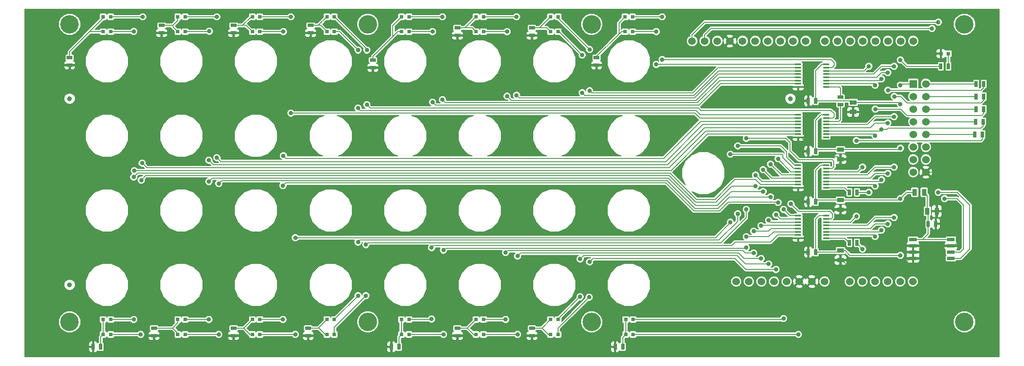
<source format=gtl>
G04 (created by PCBNEW-RS274X (2012-apr-16-27)-stable) date Tue 27 Aug 2013 03:52:19 AM UTC*
G01*
G70*
G90*
%MOIN*%
G04 Gerber Fmt 3.4, Leading zero omitted, Abs format*
%FSLAX34Y34*%
G04 APERTURE LIST*
%ADD10C,0.006000*%
%ADD11C,0.145700*%
%ADD12R,0.025000X0.045000*%
%ADD13R,0.045000X0.025000*%
%ADD14R,0.060000X0.060000*%
%ADD15C,0.060000*%
%ADD16R,0.059100X0.027600*%
%ADD17R,0.035000X0.055000*%
%ADD18R,0.055000X0.035000*%
%ADD19R,0.031400X0.031400*%
%ADD20R,0.050000X0.015000*%
%ADD21C,0.039400*%
%ADD22C,0.035000*%
%ADD23C,0.008000*%
G04 APERTURE END LIST*
G54D10*
G54D11*
X18701Y-20669D03*
X42323Y-20669D03*
X60039Y-20669D03*
X89567Y-20669D03*
X89567Y-44291D03*
X60039Y-44291D03*
X42323Y-44291D03*
X18701Y-44291D03*
G54D12*
X81050Y-38000D03*
X80450Y-38000D03*
X81050Y-34000D03*
X80450Y-34000D03*
G54D13*
X79750Y-27050D03*
X79750Y-26450D03*
G54D12*
X90400Y-29400D03*
X91000Y-29400D03*
X90500Y-27400D03*
X91100Y-27400D03*
X90450Y-28400D03*
X91050Y-28400D03*
X90500Y-26400D03*
X91100Y-26400D03*
X90500Y-25400D03*
X91100Y-25400D03*
G54D14*
X85510Y-25400D03*
G54D15*
X86510Y-25400D03*
X85510Y-26400D03*
X86510Y-26400D03*
X85510Y-27400D03*
X86510Y-27400D03*
X85510Y-28400D03*
X86510Y-28400D03*
X85510Y-29400D03*
X86510Y-29400D03*
G54D16*
X85500Y-37750D03*
X85500Y-38250D03*
X85500Y-38750D03*
X85500Y-39250D03*
X88500Y-39250D03*
X88500Y-38750D03*
X88500Y-38250D03*
X88500Y-37750D03*
G54D17*
X86625Y-35500D03*
X87375Y-35500D03*
X85625Y-34000D03*
X86375Y-34000D03*
G54D12*
X86700Y-36500D03*
X87300Y-36500D03*
G54D15*
X71490Y-41080D03*
X72490Y-41080D03*
X73490Y-41080D03*
X74490Y-41080D03*
X75490Y-41080D03*
X76490Y-41080D03*
X77490Y-41080D03*
X78490Y-41080D03*
X80480Y-41080D03*
X81480Y-41080D03*
X82480Y-41080D03*
X83480Y-41080D03*
X84480Y-41080D03*
X85480Y-41080D03*
X85510Y-30400D03*
X85510Y-31400D03*
X85510Y-32400D03*
X86510Y-32400D03*
X86510Y-31400D03*
X86510Y-30400D03*
X85510Y-22000D03*
X84510Y-22000D03*
X83510Y-22000D03*
X82510Y-22000D03*
X81510Y-22000D03*
X80510Y-22000D03*
X79510Y-22000D03*
X78510Y-22000D03*
X77000Y-22000D03*
X76000Y-22000D03*
X75000Y-22000D03*
X74000Y-22000D03*
X73000Y-22000D03*
X72000Y-22000D03*
X71000Y-22000D03*
X70000Y-22000D03*
X69000Y-22000D03*
X68000Y-22000D03*
G54D18*
X79750Y-30625D03*
X79750Y-31375D03*
G54D12*
X77800Y-30750D03*
X77200Y-30750D03*
X77800Y-26750D03*
X77200Y-26750D03*
G54D18*
X80750Y-26875D03*
X80750Y-27625D03*
X79750Y-34625D03*
X79750Y-35375D03*
G54D12*
X77800Y-34750D03*
X77200Y-34750D03*
X77800Y-38750D03*
X77200Y-38750D03*
G54D18*
X79750Y-38625D03*
X79750Y-39375D03*
G54D12*
X87700Y-24000D03*
X88300Y-24000D03*
G54D19*
X88295Y-23000D03*
X87705Y-23000D03*
G54D20*
X76398Y-27854D03*
X76398Y-28110D03*
X76398Y-28366D03*
X76398Y-28622D03*
X76398Y-28878D03*
X76398Y-29134D03*
X76398Y-29390D03*
X76398Y-29646D03*
X78602Y-29646D03*
X78602Y-29390D03*
X78602Y-29134D03*
X78602Y-28878D03*
X78602Y-28622D03*
X78602Y-28366D03*
X78602Y-28110D03*
X78602Y-27854D03*
X76398Y-23854D03*
X76398Y-24110D03*
X76398Y-24366D03*
X76398Y-24622D03*
X76398Y-24878D03*
X76398Y-25134D03*
X76398Y-25390D03*
X76398Y-25646D03*
X78602Y-25646D03*
X78602Y-25390D03*
X78602Y-25134D03*
X78602Y-24878D03*
X78602Y-24622D03*
X78602Y-24366D03*
X78602Y-24110D03*
X78602Y-23854D03*
X76398Y-31854D03*
X76398Y-32110D03*
X76398Y-32366D03*
X76398Y-32622D03*
X76398Y-32878D03*
X76398Y-33134D03*
X76398Y-33390D03*
X76398Y-33646D03*
X78602Y-33646D03*
X78602Y-33390D03*
X78602Y-33134D03*
X78602Y-32878D03*
X78602Y-32622D03*
X78602Y-32366D03*
X78602Y-32110D03*
X78602Y-31854D03*
X76398Y-35854D03*
X76398Y-36110D03*
X76398Y-36366D03*
X76398Y-36622D03*
X76398Y-36878D03*
X76398Y-37134D03*
X76398Y-37390D03*
X76398Y-37646D03*
X78602Y-37646D03*
X78602Y-37390D03*
X78602Y-37134D03*
X78602Y-36878D03*
X78602Y-36622D03*
X78602Y-36366D03*
X78602Y-36110D03*
X78602Y-35854D03*
G54D19*
X45571Y-21260D03*
X44981Y-21260D03*
X45571Y-20079D03*
X44981Y-20079D03*
G54D13*
X42717Y-24119D03*
X42717Y-23519D03*
X49409Y-21560D03*
X49409Y-20960D03*
G54D19*
X51476Y-20079D03*
X50886Y-20079D03*
X51476Y-21260D03*
X50886Y-21260D03*
X63287Y-21260D03*
X62697Y-21260D03*
X63287Y-20079D03*
X62697Y-20079D03*
G54D13*
X60433Y-23922D03*
X60433Y-23322D03*
X55315Y-21560D03*
X55315Y-20960D03*
G54D19*
X57382Y-20079D03*
X56792Y-20079D03*
X57382Y-21260D03*
X56792Y-21260D03*
X33760Y-21260D03*
X33170Y-21260D03*
X33760Y-20079D03*
X33170Y-20079D03*
G54D13*
X31693Y-21363D03*
X31693Y-20763D03*
X37795Y-21363D03*
X37795Y-20763D03*
G54D19*
X39665Y-20079D03*
X39075Y-20079D03*
X39665Y-21260D03*
X39075Y-21260D03*
X27854Y-21260D03*
X27264Y-21260D03*
X27854Y-20079D03*
X27264Y-20079D03*
G54D13*
X25984Y-21363D03*
X25984Y-20763D03*
X18701Y-23922D03*
X18701Y-23322D03*
G54D19*
X21949Y-20079D03*
X21359Y-20079D03*
X21949Y-21260D03*
X21359Y-21260D03*
X21949Y-44094D03*
X21359Y-44094D03*
X21949Y-45276D03*
X21359Y-45276D03*
G54D12*
X20566Y-46260D03*
X21166Y-46260D03*
G54D13*
X25394Y-45379D03*
X25394Y-44779D03*
G54D19*
X27854Y-45276D03*
X27264Y-45276D03*
X27854Y-44094D03*
X27264Y-44094D03*
X39665Y-44094D03*
X39075Y-44094D03*
X39665Y-45276D03*
X39075Y-45276D03*
G54D13*
X37598Y-45379D03*
X37598Y-44779D03*
X31693Y-45379D03*
X31693Y-44779D03*
G54D19*
X33760Y-45276D03*
X33170Y-45276D03*
X33760Y-44094D03*
X33170Y-44094D03*
X57382Y-44094D03*
X56792Y-44094D03*
X57382Y-45276D03*
X56792Y-45276D03*
G54D13*
X55315Y-45379D03*
X55315Y-44779D03*
G54D12*
X61905Y-46260D03*
X62505Y-46260D03*
G54D19*
X63326Y-45275D03*
X62736Y-45275D03*
X63326Y-44094D03*
X62736Y-44094D03*
X51476Y-44094D03*
X50886Y-44094D03*
X51476Y-45276D03*
X50886Y-45276D03*
G54D13*
X49409Y-45379D03*
X49409Y-44779D03*
G54D12*
X44188Y-46260D03*
X44788Y-46260D03*
G54D19*
X45571Y-45276D03*
X44981Y-45276D03*
X45571Y-44094D03*
X44981Y-44094D03*
G54D21*
X18701Y-41339D03*
X18701Y-26575D03*
X75787Y-26575D03*
G54D22*
X84500Y-34500D03*
X84500Y-25500D03*
X84500Y-30500D03*
X84500Y-23500D03*
X84500Y-27000D03*
X84500Y-39000D03*
X24370Y-33031D03*
X24331Y-45276D03*
X73031Y-32638D03*
X73031Y-33504D03*
X24449Y-31693D03*
X24488Y-20079D03*
X74212Y-31764D03*
X30512Y-45276D03*
X30512Y-33307D03*
X74212Y-34370D03*
X30354Y-31260D03*
X30354Y-20079D03*
X71023Y-36378D03*
X71024Y-30980D03*
X36575Y-37598D03*
X36575Y-45276D03*
X36220Y-20079D03*
X36220Y-27717D03*
X42165Y-38150D03*
X72283Y-35354D03*
X72283Y-29724D03*
X42165Y-42205D03*
X42244Y-27047D03*
X42244Y-22717D03*
X72283Y-37519D03*
X72283Y-38385D03*
X48307Y-45276D03*
X48307Y-38583D03*
X48228Y-26654D03*
X48228Y-20079D03*
X54173Y-45276D03*
X73464Y-39252D03*
X73464Y-36653D03*
X54173Y-39055D03*
X54094Y-26299D03*
X54094Y-20079D03*
X74645Y-40118D03*
X59843Y-42323D03*
X59882Y-39528D03*
X74645Y-35787D03*
X59882Y-22677D03*
X59882Y-25945D03*
X76417Y-45275D03*
X75826Y-34921D03*
X65630Y-23465D03*
X65630Y-20079D03*
X83500Y-28500D03*
X83500Y-24500D03*
X83500Y-32500D03*
X83500Y-36500D03*
X83511Y-25900D03*
X84000Y-32000D03*
X84000Y-36000D03*
X84011Y-26400D03*
X84000Y-24000D03*
X84000Y-28000D03*
X81011Y-35900D03*
X81011Y-29900D03*
X82500Y-25500D03*
X82511Y-27400D03*
X82500Y-29500D03*
X82500Y-33500D03*
X82500Y-37500D03*
X83000Y-29000D03*
X83000Y-37000D03*
X83000Y-25000D03*
X83000Y-33000D03*
X87500Y-34000D03*
X87000Y-21000D03*
X88000Y-34500D03*
X87500Y-20500D03*
X23780Y-44094D03*
X23780Y-32795D03*
X23780Y-21240D03*
X23819Y-32283D03*
X29724Y-33150D03*
X73622Y-33937D03*
X73622Y-32205D03*
X29724Y-44094D03*
X29764Y-21220D03*
X29724Y-31457D03*
X74803Y-34804D03*
X74804Y-31338D03*
X35591Y-44094D03*
X35591Y-33465D03*
X35630Y-21260D03*
X35630Y-31102D03*
X71615Y-30318D03*
X41535Y-37953D03*
X41535Y-42205D03*
X71614Y-35708D03*
X41535Y-22717D03*
X41535Y-27323D03*
X47362Y-38386D03*
X47362Y-44055D03*
X47441Y-26850D03*
X47441Y-21260D03*
X53228Y-44094D03*
X72874Y-37086D03*
X72874Y-38818D03*
X53228Y-38780D03*
X53346Y-26378D03*
X53346Y-21260D03*
X74055Y-39685D03*
X74055Y-36220D03*
X59134Y-39291D03*
X59134Y-42283D03*
X59291Y-23110D03*
X59291Y-26102D03*
X75236Y-44015D03*
X75236Y-35354D03*
X65157Y-21260D03*
X65157Y-23858D03*
X76500Y-35000D03*
X75342Y-30149D03*
X74850Y-30649D03*
X37598Y-46141D03*
X88500Y-35000D03*
X76500Y-31000D03*
X43346Y-46259D03*
X19724Y-46417D03*
X78516Y-27126D03*
X69767Y-30303D03*
X31181Y-25590D03*
X31692Y-46141D03*
X25393Y-46181D03*
X76500Y-40000D03*
X18661Y-39409D03*
X76500Y-38500D03*
X61181Y-25590D03*
X49488Y-25590D03*
X76500Y-26500D03*
X74724Y-26299D03*
X54842Y-25590D03*
X55314Y-46220D03*
X37047Y-25590D03*
X43464Y-25590D03*
X61023Y-46259D03*
X66456Y-28504D03*
X61023Y-28189D03*
X66456Y-25393D03*
X70354Y-26299D03*
X25314Y-25590D03*
X60669Y-41929D03*
X37047Y-37007D03*
X31259Y-33897D03*
X65590Y-43228D03*
X60472Y-37204D03*
X43149Y-34055D03*
X54763Y-37204D03*
X60472Y-33858D03*
X54763Y-39567D03*
X60669Y-39960D03*
X72874Y-35433D03*
X75433Y-34252D03*
X37047Y-34055D03*
X43149Y-39567D03*
X65196Y-37204D03*
X65196Y-33858D03*
X65196Y-30708D03*
X73267Y-31496D03*
X25314Y-39448D03*
X18779Y-25590D03*
X49409Y-46220D03*
X48858Y-37204D03*
X42952Y-37204D03*
X49055Y-39567D03*
X54763Y-33858D03*
X37440Y-39567D03*
X31259Y-39488D03*
X88500Y-32500D03*
X25314Y-33818D03*
X84500Y-40000D03*
X80500Y-31000D03*
X49055Y-33858D03*
X88000Y-35500D03*
X80130Y-27677D03*
X43189Y-28228D03*
X80500Y-35500D03*
X54842Y-28149D03*
X25314Y-28307D03*
X80500Y-40000D03*
X37047Y-28346D03*
X31220Y-28346D03*
X86500Y-23000D03*
X49094Y-28267D03*
X65393Y-39960D03*
X82000Y-24000D03*
X82000Y-34000D03*
X81500Y-38500D03*
X81500Y-32000D03*
G54D23*
X77925Y-30625D02*
X77800Y-30750D01*
X84375Y-34625D02*
X84500Y-34500D01*
X78602Y-35854D02*
X78056Y-35854D01*
X78284Y-23854D02*
X77800Y-24338D01*
X85000Y-24000D02*
X87700Y-24000D01*
X84600Y-25400D02*
X84500Y-25500D01*
X84500Y-23500D02*
X85000Y-24000D01*
X84375Y-26875D02*
X84500Y-27000D01*
X79750Y-30625D02*
X77925Y-30625D01*
X79625Y-38750D02*
X79750Y-38625D01*
X80125Y-38625D02*
X79750Y-38625D01*
X80750Y-26875D02*
X84375Y-26875D01*
X77925Y-34625D02*
X77800Y-34750D01*
X79750Y-34625D02*
X84375Y-34625D01*
X80625Y-26750D02*
X80750Y-26875D01*
X77800Y-26750D02*
X80625Y-26750D01*
X78602Y-27854D02*
X78220Y-27854D01*
X77800Y-32251D02*
X77800Y-34750D01*
X78220Y-27854D02*
X77800Y-28274D01*
X85625Y-34000D02*
X85000Y-34000D01*
X79750Y-34625D02*
X77925Y-34625D01*
X77800Y-38750D02*
X79625Y-38750D01*
X78056Y-35854D02*
X77800Y-36110D01*
X78602Y-23854D02*
X78284Y-23854D01*
X85000Y-34000D02*
X84500Y-34500D01*
X78602Y-31854D02*
X78197Y-31854D01*
X79750Y-30625D02*
X84375Y-30625D01*
X77800Y-36110D02*
X77800Y-38750D01*
X85510Y-25400D02*
X84600Y-25400D01*
X84500Y-39000D02*
X80500Y-39000D01*
X80500Y-39000D02*
X80125Y-38625D01*
X78197Y-31854D02*
X77800Y-32251D01*
X77800Y-24338D02*
X77800Y-26750D01*
X77800Y-28274D02*
X77800Y-30750D01*
X84375Y-30625D02*
X84500Y-30500D01*
X70906Y-33740D02*
X70906Y-33740D01*
X24724Y-32677D02*
X66181Y-32677D01*
X70906Y-33741D02*
X70906Y-33740D01*
X76398Y-33134D02*
X73527Y-33134D01*
X69882Y-34764D02*
X68268Y-34764D01*
X66181Y-32677D02*
X68268Y-34764D01*
X24370Y-33031D02*
X24724Y-32677D01*
X73527Y-33134D02*
X73031Y-32638D01*
X21949Y-45276D02*
X24331Y-45276D01*
X70906Y-33740D02*
X69882Y-34764D01*
X71143Y-33504D02*
X70906Y-33741D01*
X73031Y-33504D02*
X71143Y-33504D01*
X24488Y-20079D02*
X21949Y-20079D01*
X76398Y-29134D02*
X69094Y-29134D01*
X69094Y-29134D02*
X66181Y-32047D01*
X66181Y-32047D02*
X24803Y-32047D01*
X24803Y-32047D02*
X24449Y-31693D01*
X30512Y-45276D02*
X27854Y-45276D01*
X30748Y-33071D02*
X66023Y-33071D01*
X76398Y-32622D02*
X75070Y-32622D01*
X74212Y-34370D02*
X70945Y-34370D01*
X70039Y-35276D02*
X68228Y-35276D01*
X75070Y-32622D02*
X74212Y-31764D01*
X30512Y-33307D02*
X30748Y-33071D01*
X68228Y-35276D02*
X66023Y-33071D01*
X70945Y-34370D02*
X70039Y-35276D01*
X30354Y-20079D02*
X27854Y-20079D01*
X68858Y-28622D02*
X65905Y-31575D01*
X76398Y-28622D02*
X68858Y-28622D01*
X30669Y-31575D02*
X30354Y-31260D01*
X65905Y-31575D02*
X30669Y-31575D01*
X69842Y-37598D02*
X68110Y-37598D01*
X33760Y-45276D02*
X36575Y-45276D01*
X75197Y-31260D02*
X75197Y-31062D01*
X36575Y-37598D02*
X68110Y-37598D01*
X71023Y-36378D02*
X71023Y-36417D01*
X75197Y-31062D02*
X75115Y-30980D01*
X75115Y-30980D02*
X71024Y-30980D01*
X76047Y-32110D02*
X75197Y-31260D01*
X71023Y-36417D02*
X69842Y-37598D01*
X76047Y-32110D02*
X76398Y-32110D01*
X33760Y-20079D02*
X36220Y-20079D01*
X68622Y-28110D02*
X68229Y-27717D01*
X76398Y-28110D02*
X68622Y-28110D01*
X68229Y-27717D02*
X36220Y-27717D01*
X79224Y-31969D02*
X79224Y-31535D01*
X72283Y-35354D02*
X72283Y-36023D01*
X72283Y-29724D02*
X73307Y-29724D01*
X42165Y-38150D02*
X42308Y-38007D01*
X39665Y-44705D02*
X42165Y-42205D01*
X39665Y-45276D02*
X39665Y-44705D01*
X75748Y-30707D02*
X75748Y-30039D01*
X79224Y-31535D02*
X79106Y-31417D01*
X78602Y-32110D02*
X79083Y-32110D01*
X76458Y-31417D02*
X75748Y-30707D01*
X73386Y-29724D02*
X73307Y-29724D01*
X79083Y-32110D02*
X79224Y-31969D01*
X42308Y-38007D02*
X69645Y-38007D01*
X75433Y-29724D02*
X73307Y-29724D01*
X79106Y-31417D02*
X76458Y-31417D01*
X70299Y-38007D02*
X69645Y-38007D01*
X75748Y-30039D02*
X75433Y-29724D01*
X72283Y-36023D02*
X70299Y-38007D01*
X68504Y-27323D02*
X68661Y-27480D01*
X68681Y-27500D02*
X68661Y-27480D01*
X74331Y-27500D02*
X68681Y-27500D01*
X79250Y-28000D02*
X79250Y-27750D01*
X78602Y-28110D02*
X79140Y-28110D01*
X74331Y-27500D02*
X74250Y-27500D01*
X39685Y-20079D02*
X42244Y-22638D01*
X79000Y-27500D02*
X74331Y-27500D01*
X42244Y-22638D02*
X42244Y-22717D01*
X39685Y-20079D02*
X39665Y-20079D01*
X79250Y-27750D02*
X79000Y-27500D01*
X79140Y-28110D02*
X79250Y-28000D01*
X42244Y-27047D02*
X42520Y-27323D01*
X42520Y-27323D02*
X68504Y-27323D01*
X48450Y-38440D02*
X71102Y-38440D01*
X71102Y-38440D02*
X72228Y-38440D01*
X74440Y-37134D02*
X74055Y-37519D01*
X74440Y-37134D02*
X76398Y-37134D01*
X72228Y-38440D02*
X72283Y-38385D01*
X45571Y-45276D02*
X48307Y-45276D01*
X71102Y-38440D02*
X71142Y-38440D01*
X74055Y-37519D02*
X72283Y-37519D01*
X48307Y-38583D02*
X48450Y-38440D01*
X68425Y-26890D02*
X48464Y-26890D01*
X76398Y-25134D02*
X70181Y-25134D01*
X48464Y-26890D02*
X48228Y-26654D01*
X70181Y-25134D02*
X68425Y-26890D01*
X48228Y-20079D02*
X45571Y-20079D01*
X73495Y-36622D02*
X73464Y-36653D01*
X54409Y-38819D02*
X66929Y-38818D01*
X73464Y-39252D02*
X72126Y-39252D01*
X71692Y-38818D02*
X66929Y-38818D01*
X54173Y-39055D02*
X54409Y-38819D01*
X76398Y-36622D02*
X73495Y-36622D01*
X72126Y-39252D02*
X71692Y-38818D01*
X54173Y-45276D02*
X51476Y-45276D01*
X54321Y-26526D02*
X54094Y-26299D01*
X68191Y-26526D02*
X54321Y-26526D01*
X70095Y-24622D02*
X68191Y-26526D01*
X76398Y-24622D02*
X70095Y-24622D01*
X54094Y-20079D02*
X51476Y-20079D01*
X71378Y-39252D02*
X66929Y-39252D01*
X57382Y-44784D02*
X57382Y-45276D01*
X74968Y-36110D02*
X74645Y-35787D01*
X59882Y-39528D02*
X60158Y-39252D01*
X60158Y-39252D02*
X66929Y-39252D01*
X72244Y-40118D02*
X71378Y-39252D01*
X74645Y-40118D02*
X72244Y-40118D01*
X57382Y-44784D02*
X59843Y-42323D01*
X76398Y-36110D02*
X74968Y-36110D01*
X59882Y-22677D02*
X58701Y-21496D01*
X68048Y-26117D02*
X60054Y-26117D01*
X70055Y-24110D02*
X68048Y-26117D01*
X70055Y-24110D02*
X76398Y-24110D01*
X57382Y-20177D02*
X58701Y-21496D01*
X57382Y-20079D02*
X57382Y-20177D01*
X60054Y-26117D02*
X59882Y-25945D01*
X78602Y-36110D02*
X79020Y-36110D01*
X76417Y-35512D02*
X75826Y-34921D01*
X76417Y-45275D02*
X63326Y-45275D01*
X79020Y-36110D02*
X79106Y-36024D01*
X78910Y-35512D02*
X76417Y-35512D01*
X79106Y-35708D02*
X78910Y-35512D01*
X79106Y-36024D02*
X79106Y-35708D01*
X74291Y-23465D02*
X74264Y-23465D01*
X79264Y-23937D02*
X79264Y-23701D01*
X79264Y-23701D02*
X79028Y-23465D01*
X63287Y-20079D02*
X65630Y-20079D01*
X74291Y-23465D02*
X65630Y-23465D01*
X79091Y-24110D02*
X79264Y-23937D01*
X79028Y-23465D02*
X74291Y-23465D01*
X78602Y-24110D02*
X79091Y-24110D01*
X90900Y-25900D02*
X91100Y-25700D01*
X82122Y-36878D02*
X78602Y-36878D01*
X82500Y-36500D02*
X83500Y-36500D01*
X82122Y-28878D02*
X82500Y-28500D01*
X82500Y-32500D02*
X83500Y-32500D01*
X82122Y-32878D02*
X82500Y-32500D01*
X83000Y-24500D02*
X82622Y-24878D01*
X78602Y-32878D02*
X82122Y-32878D01*
X78602Y-28878D02*
X82122Y-28878D01*
X82122Y-36878D02*
X82500Y-36500D01*
X91100Y-25700D02*
X91100Y-25400D01*
X89511Y-25900D02*
X83511Y-25900D01*
X89511Y-25900D02*
X90900Y-25900D01*
X78602Y-24878D02*
X82622Y-24878D01*
X82500Y-28500D02*
X83500Y-28500D01*
X83000Y-24500D02*
X83500Y-24500D01*
X82500Y-32000D02*
X84000Y-32000D01*
X83000Y-24000D02*
X84000Y-24000D01*
X82500Y-28000D02*
X84000Y-28000D01*
X78602Y-28622D02*
X81878Y-28622D01*
X84511Y-26400D02*
X84011Y-26400D01*
X89500Y-26900D02*
X90900Y-26900D01*
X91100Y-26700D02*
X91100Y-26400D01*
X82500Y-36000D02*
X81878Y-36622D01*
X89500Y-26900D02*
X85011Y-26900D01*
X81878Y-32622D02*
X82500Y-32000D01*
X82378Y-24622D02*
X83000Y-24000D01*
X81878Y-36622D02*
X78602Y-36622D01*
X84000Y-36000D02*
X82500Y-36000D01*
X90900Y-26900D02*
X91100Y-26700D01*
X81878Y-28622D02*
X82500Y-28000D01*
X78602Y-32622D02*
X81878Y-32622D01*
X85011Y-26900D02*
X84511Y-26400D01*
X78602Y-24622D02*
X82378Y-24622D01*
X89511Y-26900D02*
X89500Y-26900D01*
X80545Y-36366D02*
X81011Y-35900D01*
X89511Y-29900D02*
X90500Y-29900D01*
X81011Y-29900D02*
X89511Y-29900D01*
X91000Y-29800D02*
X91000Y-29400D01*
X90900Y-29900D02*
X91000Y-29800D01*
X90500Y-29900D02*
X90900Y-29900D01*
X78602Y-36366D02*
X80545Y-36366D01*
X89511Y-27900D02*
X89500Y-27900D01*
X89500Y-27900D02*
X85011Y-27900D01*
X85011Y-27900D02*
X84511Y-27400D01*
X82390Y-29390D02*
X82500Y-29500D01*
X78602Y-29390D02*
X82390Y-29390D01*
X82390Y-33390D02*
X82500Y-33500D01*
X78602Y-33390D02*
X82390Y-33390D01*
X90950Y-27900D02*
X91100Y-27750D01*
X91100Y-27750D02*
X91100Y-27400D01*
X89500Y-27900D02*
X90950Y-27900D01*
X82390Y-37390D02*
X82500Y-37500D01*
X82390Y-25390D02*
X78602Y-25390D01*
X82500Y-25500D02*
X82390Y-25390D01*
X78602Y-37390D02*
X82390Y-37390D01*
X84511Y-27400D02*
X82511Y-27400D01*
X90550Y-28900D02*
X90900Y-28900D01*
X82866Y-29134D02*
X83000Y-29000D01*
X89500Y-28900D02*
X85011Y-28900D01*
X83411Y-29000D02*
X83000Y-29000D01*
X82866Y-37134D02*
X83000Y-37000D01*
X85011Y-28900D02*
X83511Y-28900D01*
X78602Y-37134D02*
X82866Y-37134D01*
X83000Y-25000D02*
X82866Y-25134D01*
X89500Y-28900D02*
X90550Y-28900D01*
X91050Y-28750D02*
X91050Y-28400D01*
X90900Y-28900D02*
X91050Y-28750D01*
X89511Y-28900D02*
X89500Y-28900D01*
X83511Y-28900D02*
X83411Y-29000D01*
X78602Y-29134D02*
X82866Y-29134D01*
X82866Y-33134D02*
X83000Y-33000D01*
X78602Y-33134D02*
X82866Y-33134D01*
X82866Y-25134D02*
X78602Y-25134D01*
X69000Y-22000D02*
X69000Y-21500D01*
X89250Y-39250D02*
X88500Y-39250D01*
X87500Y-34000D02*
X89000Y-34000D01*
X90000Y-38500D02*
X89250Y-39250D01*
X90000Y-36500D02*
X90000Y-35000D01*
X90000Y-36500D02*
X90000Y-38500D01*
X69500Y-21000D02*
X87000Y-21000D01*
X69000Y-21500D02*
X69500Y-21000D01*
X89000Y-34000D02*
X90000Y-35000D01*
X89000Y-34500D02*
X88000Y-34500D01*
X69000Y-20500D02*
X87500Y-20500D01*
X89500Y-38500D02*
X89500Y-36500D01*
X68000Y-21500D02*
X68000Y-22000D01*
X68000Y-21500D02*
X69000Y-20500D01*
X89500Y-35000D02*
X89500Y-36500D01*
X88500Y-38750D02*
X89250Y-38750D01*
X89250Y-38750D02*
X89500Y-38500D01*
X89500Y-35000D02*
X89000Y-34500D01*
X24095Y-32480D02*
X66260Y-32480D01*
X66260Y-32480D02*
X68347Y-34567D01*
X70984Y-33386D02*
X71377Y-32993D01*
X70984Y-33386D02*
X70994Y-33376D01*
X76394Y-33386D02*
X73424Y-33386D01*
X73031Y-32993D02*
X71397Y-32993D01*
X76394Y-33386D02*
X76398Y-33390D01*
X69803Y-34567D02*
X70984Y-33386D01*
X23780Y-32795D02*
X24095Y-32480D01*
X71377Y-32993D02*
X71397Y-32993D01*
X21949Y-44094D02*
X23780Y-44094D01*
X73424Y-33386D02*
X73031Y-32993D01*
X68347Y-34567D02*
X69803Y-34567D01*
X66339Y-32283D02*
X69232Y-29390D01*
X23819Y-32283D02*
X66339Y-32283D01*
X69232Y-29390D02*
X76398Y-29390D01*
X21949Y-21260D02*
X23760Y-21260D01*
X23760Y-21260D02*
X23780Y-21240D01*
X71103Y-33937D02*
X70886Y-34154D01*
X70886Y-34154D02*
X70886Y-34153D01*
X70000Y-35039D02*
X70886Y-34153D01*
X66103Y-32874D02*
X68268Y-35039D01*
X74295Y-32878D02*
X73622Y-32205D01*
X70886Y-34153D02*
X70905Y-34134D01*
X76398Y-32878D02*
X74295Y-32878D01*
X27854Y-44094D02*
X29724Y-44094D01*
X66102Y-32874D02*
X66103Y-32874D01*
X73622Y-33937D02*
X71103Y-33937D01*
X30000Y-32874D02*
X66102Y-32874D01*
X29724Y-33150D02*
X30000Y-32874D01*
X66102Y-32874D02*
X66103Y-32874D01*
X68268Y-35039D02*
X70000Y-35039D01*
X27854Y-21260D02*
X29724Y-21260D01*
X29724Y-21260D02*
X29764Y-21220D01*
X29724Y-31457D02*
X30078Y-31811D01*
X66063Y-31811D02*
X68996Y-28878D01*
X30078Y-31811D02*
X66063Y-31811D01*
X68996Y-28878D02*
X76398Y-28878D01*
X70866Y-34764D02*
X70157Y-35473D01*
X35591Y-33465D02*
X35803Y-33253D01*
X35803Y-33253D02*
X65930Y-33253D01*
X70157Y-35473D02*
X68150Y-35473D01*
X74763Y-34764D02*
X70866Y-34764D01*
X74803Y-34804D02*
X74763Y-34764D01*
X76398Y-32366D02*
X75832Y-32366D01*
X35591Y-44094D02*
X33760Y-44094D01*
X68150Y-35473D02*
X65930Y-33253D01*
X75832Y-32366D02*
X74804Y-31338D01*
X35630Y-31102D02*
X35827Y-31299D01*
X65748Y-31299D02*
X68681Y-28366D01*
X35827Y-31299D02*
X65748Y-31299D01*
X68681Y-28366D02*
X76398Y-28366D01*
X33760Y-21260D02*
X35630Y-21260D01*
X39665Y-44075D02*
X41535Y-42205D01*
X71614Y-36299D02*
X70118Y-37795D01*
X41693Y-37795D02*
X69370Y-37795D01*
X75473Y-30787D02*
X75004Y-30318D01*
X71614Y-35708D02*
X71614Y-36299D01*
X41535Y-37953D02*
X41693Y-37795D01*
X76107Y-31854D02*
X75473Y-31220D01*
X75473Y-31220D02*
X75473Y-30787D01*
X76107Y-31854D02*
X76398Y-31854D01*
X70118Y-37795D02*
X69370Y-37795D01*
X75004Y-30318D02*
X71615Y-30318D01*
X39665Y-44094D02*
X39665Y-44075D01*
X41535Y-22717D02*
X40078Y-21260D01*
X76398Y-27854D02*
X68641Y-27854D01*
X68307Y-27520D02*
X41732Y-27520D01*
X41732Y-27520D02*
X41535Y-27323D01*
X68641Y-27854D02*
X68307Y-27520D01*
X40078Y-21260D02*
X39665Y-21260D01*
X47323Y-44094D02*
X45571Y-44094D01*
X74212Y-37952D02*
X71418Y-37952D01*
X76398Y-37390D02*
X74774Y-37390D01*
X47323Y-44094D02*
X47362Y-44055D01*
X47520Y-38228D02*
X71142Y-38228D01*
X71418Y-37952D02*
X71142Y-38228D01*
X47362Y-38386D02*
X47520Y-38228D01*
X74774Y-37390D02*
X74212Y-37952D01*
X45571Y-21260D02*
X47441Y-21260D01*
X68543Y-27087D02*
X70240Y-25390D01*
X47678Y-27087D02*
X68543Y-27087D01*
X70240Y-25390D02*
X76398Y-25390D01*
X47441Y-26850D02*
X47678Y-27087D01*
X72203Y-38818D02*
X72007Y-38622D01*
X74055Y-37086D02*
X72874Y-37086D01*
X74263Y-36878D02*
X76398Y-36878D01*
X53386Y-38622D02*
X66929Y-38622D01*
X51476Y-44094D02*
X53228Y-44094D01*
X72007Y-38622D02*
X66929Y-38622D01*
X53228Y-38780D02*
X53386Y-38622D01*
X72874Y-38818D02*
X72203Y-38818D01*
X74263Y-36878D02*
X74055Y-37086D01*
X70161Y-24878D02*
X76398Y-24878D01*
X53346Y-26378D02*
X53676Y-26708D01*
X53676Y-26708D02*
X68331Y-26708D01*
X51476Y-21260D02*
X53346Y-21260D01*
X68331Y-26708D02*
X70161Y-24878D01*
X76398Y-36366D02*
X74201Y-36366D01*
X71535Y-39015D02*
X66929Y-39015D01*
X74055Y-39685D02*
X72205Y-39685D01*
X57382Y-44035D02*
X57382Y-44094D01*
X74201Y-36366D02*
X74055Y-36220D01*
X57382Y-44035D02*
X59134Y-42283D01*
X59134Y-39291D02*
X59409Y-39016D01*
X72205Y-39685D02*
X71535Y-39015D01*
X59409Y-39016D02*
X66929Y-39015D01*
X57382Y-21260D02*
X57441Y-21260D01*
X59291Y-26102D02*
X59488Y-26299D01*
X57441Y-21260D02*
X59291Y-23110D01*
X70093Y-24366D02*
X76398Y-24366D01*
X59488Y-26299D02*
X68160Y-26299D01*
X68160Y-26299D02*
X70093Y-24366D01*
X76398Y-35854D02*
X75736Y-35854D01*
X75736Y-35854D02*
X75236Y-35354D01*
X75157Y-44094D02*
X63326Y-44094D01*
X75236Y-44015D02*
X75157Y-44094D01*
X65157Y-23858D02*
X76394Y-23858D01*
X63287Y-21260D02*
X65157Y-21260D01*
X76394Y-23858D02*
X76398Y-23854D01*
X85500Y-38250D02*
X88500Y-38250D01*
X73145Y-31374D02*
X70838Y-31374D01*
X77200Y-30750D02*
X76750Y-30750D01*
X31693Y-46140D02*
X31692Y-46141D01*
X31693Y-45379D02*
X31693Y-46140D01*
X37598Y-45379D02*
X37598Y-46141D01*
X77200Y-31125D02*
X77256Y-31181D01*
X77200Y-30750D02*
X77200Y-30200D01*
X77200Y-30200D02*
X76646Y-29646D01*
X77256Y-31181D02*
X79556Y-31181D01*
X77200Y-38750D02*
X76750Y-38750D01*
X70838Y-31374D02*
X69767Y-30303D01*
X77200Y-26750D02*
X77200Y-26991D01*
X25314Y-39488D02*
X18740Y-39488D01*
X19881Y-46260D02*
X19724Y-46417D01*
X43347Y-46260D02*
X43346Y-46259D01*
X25394Y-45379D02*
X25394Y-46180D01*
X76831Y-37646D02*
X76398Y-37646D01*
X78359Y-27283D02*
X78516Y-27126D01*
X79651Y-35276D02*
X79750Y-35375D01*
X79556Y-31181D02*
X79750Y-31375D01*
X74724Y-26299D02*
X70354Y-26299D01*
X73267Y-31496D02*
X73145Y-31374D01*
X76750Y-30750D02*
X76500Y-31000D01*
X61024Y-46260D02*
X61023Y-46259D01*
X74369Y-43228D02*
X61889Y-43228D01*
X76490Y-41107D02*
X74369Y-43228D01*
X76490Y-41080D02*
X76490Y-41107D01*
X25394Y-46180D02*
X25393Y-46181D01*
X44188Y-46260D02*
X43347Y-46260D01*
X60433Y-24842D02*
X61181Y-25590D01*
X88000Y-35500D02*
X87375Y-35500D01*
X18740Y-39488D02*
X18661Y-39409D01*
X31181Y-22323D02*
X31181Y-25590D01*
X77200Y-34750D02*
X76750Y-34750D01*
X48779Y-24881D02*
X49488Y-25590D01*
X31693Y-21363D02*
X31693Y-21811D01*
X85250Y-39250D02*
X84500Y-40000D01*
X76750Y-34750D02*
X76500Y-35000D01*
X77200Y-26991D02*
X77492Y-27283D01*
X31693Y-21811D02*
X31181Y-22323D01*
X61889Y-43228D02*
X58149Y-39488D01*
X49409Y-45379D02*
X49409Y-46220D01*
X75377Y-25646D02*
X74724Y-26299D01*
X76398Y-25646D02*
X75377Y-25646D01*
X49409Y-22204D02*
X48779Y-22834D01*
X60433Y-23922D02*
X60433Y-24842D01*
X55315Y-22007D02*
X54842Y-22480D01*
X55315Y-21560D02*
X55315Y-22007D01*
X61905Y-46260D02*
X61024Y-46260D01*
X55315Y-46219D02*
X55314Y-46220D01*
X55315Y-45379D02*
X55315Y-46219D01*
X37047Y-22322D02*
X37047Y-25590D01*
X37795Y-21574D02*
X37047Y-22322D01*
X37795Y-21363D02*
X37795Y-21574D01*
X42717Y-24843D02*
X43464Y-25590D01*
X42717Y-24119D02*
X42717Y-24843D01*
X48779Y-22834D02*
X48779Y-24881D01*
X49409Y-21560D02*
X49409Y-22204D01*
X54842Y-22480D02*
X54842Y-25590D01*
X20566Y-46260D02*
X19881Y-46260D01*
X25314Y-22677D02*
X25314Y-25590D01*
X66259Y-25590D02*
X18779Y-25590D01*
X66456Y-25393D02*
X66259Y-25590D01*
X18779Y-24000D02*
X18701Y-23922D01*
X18779Y-25590D02*
X18779Y-24000D01*
X25984Y-22007D02*
X25314Y-22677D01*
X25984Y-21363D02*
X25984Y-22007D01*
X75433Y-34645D02*
X74645Y-35433D01*
X75433Y-34252D02*
X75433Y-34645D01*
X60669Y-39960D02*
X60669Y-41929D01*
X65590Y-40157D02*
X65590Y-43228D01*
X60472Y-33858D02*
X60472Y-37204D01*
X85500Y-38250D02*
X85500Y-39250D01*
X48858Y-34055D02*
X48858Y-37204D01*
X49055Y-33858D02*
X48858Y-34055D01*
X74645Y-35433D02*
X72874Y-35433D01*
X66456Y-28504D02*
X66456Y-29448D01*
X76398Y-33646D02*
X76039Y-33646D01*
X65196Y-33858D02*
X65196Y-37204D01*
X25314Y-39448D02*
X25314Y-39488D01*
X76039Y-33646D02*
X75433Y-34252D01*
X43149Y-34055D02*
X42952Y-34252D01*
X54763Y-33858D02*
X54763Y-37204D01*
X66456Y-29448D02*
X65196Y-30708D01*
X42952Y-34252D02*
X42952Y-37204D01*
X31259Y-33897D02*
X31259Y-39488D01*
X37047Y-34055D02*
X37047Y-37007D01*
X58149Y-39488D02*
X25314Y-39488D01*
X85250Y-39250D02*
X85500Y-39250D01*
X77200Y-30750D02*
X77200Y-31125D01*
X87705Y-23000D02*
X86500Y-23000D01*
X77200Y-35063D02*
X77413Y-35276D01*
X80130Y-27677D02*
X80182Y-27625D01*
X88400Y-32400D02*
X88500Y-32500D01*
X77413Y-35276D02*
X79651Y-35276D01*
X80500Y-40000D02*
X84500Y-40000D01*
X80182Y-27625D02*
X80750Y-27625D01*
X86510Y-32400D02*
X88400Y-32400D01*
X65393Y-39960D02*
X65590Y-40157D01*
X88750Y-38250D02*
X89000Y-38000D01*
X79750Y-35375D02*
X80375Y-35375D01*
X76896Y-25646D02*
X76398Y-25646D01*
X77200Y-39156D02*
X77419Y-39375D01*
X79750Y-31375D02*
X80125Y-31375D01*
X76750Y-38750D02*
X76500Y-38500D01*
X77200Y-25950D02*
X76896Y-25646D01*
X89000Y-38000D02*
X89000Y-36500D01*
X76887Y-33646D02*
X77200Y-33959D01*
X76398Y-33646D02*
X76887Y-33646D01*
X77200Y-33959D02*
X77200Y-34750D01*
X79875Y-39375D02*
X79750Y-39375D01*
X80125Y-31375D02*
X80500Y-31000D01*
X87300Y-35575D02*
X87375Y-35500D01*
X88500Y-35000D02*
X88000Y-35500D01*
X76750Y-26750D02*
X76500Y-26500D01*
X77419Y-39375D02*
X79750Y-39375D01*
X77200Y-34750D02*
X77200Y-35063D01*
X77200Y-38750D02*
X77200Y-38015D01*
X77492Y-27283D02*
X78359Y-27283D01*
X77200Y-38750D02*
X77200Y-39156D01*
X80500Y-40000D02*
X79875Y-39375D01*
X80375Y-35375D02*
X80500Y-35500D01*
X87300Y-36500D02*
X87300Y-35575D01*
X77200Y-26750D02*
X76750Y-26750D01*
X77200Y-26750D02*
X77200Y-25950D01*
X77200Y-38015D02*
X76831Y-37646D01*
X89000Y-36500D02*
X88000Y-35500D01*
X76646Y-29646D02*
X76398Y-29646D01*
X88500Y-38250D02*
X88750Y-38250D01*
X88300Y-24000D02*
X88300Y-23005D01*
X88300Y-23005D02*
X88295Y-23000D01*
X79634Y-28366D02*
X79750Y-28250D01*
X79750Y-28250D02*
X79750Y-27050D01*
X78602Y-28366D02*
X79634Y-28366D01*
X27264Y-44350D02*
X27264Y-44094D01*
X27264Y-45177D02*
X26851Y-44764D01*
X26835Y-44779D02*
X27264Y-44350D01*
X26851Y-44779D02*
X26835Y-44779D01*
X26851Y-44764D02*
X26851Y-44779D01*
X27264Y-45276D02*
X27264Y-45177D01*
X25394Y-44779D02*
X26851Y-44779D01*
X38391Y-20763D02*
X39075Y-20079D01*
X38386Y-20763D02*
X38578Y-20763D01*
X38578Y-20763D02*
X39075Y-21260D01*
X37795Y-20763D02*
X38386Y-20763D01*
X38386Y-20763D02*
X38391Y-20763D01*
X62505Y-46260D02*
X62505Y-45506D01*
X62505Y-45506D02*
X62736Y-45275D01*
X62736Y-45275D02*
X62736Y-44094D01*
X33170Y-45276D02*
X32982Y-45276D01*
X32982Y-45276D02*
X32485Y-44779D01*
X31693Y-44779D02*
X32485Y-44779D01*
X32485Y-44779D02*
X33170Y-44094D01*
X50886Y-21260D02*
X50586Y-20960D01*
X49409Y-20960D02*
X50005Y-20960D01*
X50005Y-20960D02*
X50886Y-20079D01*
X50586Y-20960D02*
X49409Y-20960D01*
X55315Y-20960D02*
X55911Y-20960D01*
X55911Y-20960D02*
X56792Y-20079D01*
X56492Y-20960D02*
X55315Y-20960D01*
X56792Y-21260D02*
X56492Y-20960D01*
X78602Y-37646D02*
X80096Y-37646D01*
X80096Y-37646D02*
X80450Y-38000D01*
X56792Y-45276D02*
X56604Y-45276D01*
X56604Y-45276D02*
X56107Y-44779D01*
X55315Y-44779D02*
X56107Y-44779D01*
X56107Y-44779D02*
X56792Y-44094D01*
X38416Y-44779D02*
X38390Y-44779D01*
X38390Y-44779D02*
X39075Y-44094D01*
X37598Y-44779D02*
X38416Y-44779D01*
X39075Y-45276D02*
X38938Y-45276D01*
X38416Y-44754D02*
X38416Y-44779D01*
X38938Y-45276D02*
X38416Y-44754D01*
X44788Y-45469D02*
X44981Y-45276D01*
X44981Y-45276D02*
X44981Y-44094D01*
X44788Y-46260D02*
X44788Y-45469D01*
X50886Y-45276D02*
X50698Y-45276D01*
X50698Y-45276D02*
X50201Y-44779D01*
X49409Y-44779D02*
X50201Y-44779D01*
X50201Y-44779D02*
X50886Y-44094D01*
X20148Y-21388D02*
X18701Y-22835D01*
X18701Y-22835D02*
X18701Y-23322D01*
X21359Y-20079D02*
X21359Y-20177D01*
X20276Y-21260D02*
X20148Y-21388D01*
X21359Y-20177D02*
X20148Y-21388D01*
X21359Y-21260D02*
X20276Y-21260D01*
X25984Y-20763D02*
X26875Y-20763D01*
X27264Y-20374D02*
X27264Y-20079D01*
X26875Y-20871D02*
X27264Y-21260D01*
X26875Y-20763D02*
X27264Y-20374D01*
X26875Y-20763D02*
X26875Y-20871D01*
X21359Y-45276D02*
X21359Y-44094D01*
X21166Y-46260D02*
X21166Y-45469D01*
X21166Y-45469D02*
X21359Y-45276D01*
X81616Y-24366D02*
X82000Y-24000D01*
X82000Y-34000D02*
X81250Y-34000D01*
X81050Y-34000D02*
X81250Y-34000D01*
X81616Y-24366D02*
X78602Y-24366D01*
X81050Y-38050D02*
X81500Y-38500D01*
X81050Y-38000D02*
X81050Y-38050D01*
X81134Y-32366D02*
X81500Y-32000D01*
X81134Y-32366D02*
X78602Y-32366D01*
X90400Y-29400D02*
X86510Y-29400D01*
X90500Y-27400D02*
X86510Y-27400D01*
X90500Y-25400D02*
X86510Y-25400D01*
X78602Y-33646D02*
X80096Y-33646D01*
X80096Y-33646D02*
X80450Y-34000D01*
X79750Y-25750D02*
X79646Y-25646D01*
X79646Y-25646D02*
X78602Y-25646D01*
X79750Y-26450D02*
X79750Y-25750D01*
X90450Y-28400D02*
X86510Y-28400D01*
X90500Y-26400D02*
X86510Y-26400D01*
X86700Y-35575D02*
X86625Y-35500D01*
X86700Y-36500D02*
X86700Y-35575D01*
X86700Y-37300D02*
X86700Y-36500D01*
X86625Y-35500D02*
X86625Y-34250D01*
X85500Y-37750D02*
X86250Y-37750D01*
X85500Y-37750D02*
X88500Y-37750D01*
X86250Y-37750D02*
X86700Y-37300D01*
X86625Y-34250D02*
X86375Y-34000D01*
X42717Y-23228D02*
X44291Y-21654D01*
X44291Y-21654D02*
X44685Y-21260D01*
X44685Y-21260D02*
X44981Y-21260D01*
X42717Y-23519D02*
X42717Y-23228D01*
X44291Y-20769D02*
X44291Y-21654D01*
X44981Y-20079D02*
X44291Y-20769D01*
X33170Y-21260D02*
X32673Y-20763D01*
X32673Y-20763D02*
X31693Y-20763D01*
X31693Y-20763D02*
X32386Y-20763D01*
X33070Y-20079D02*
X33170Y-20079D01*
X32386Y-20763D02*
X33070Y-20079D01*
X62697Y-20079D02*
X62205Y-20571D01*
X62205Y-20571D02*
X62205Y-21457D01*
X60433Y-23322D02*
X60433Y-23229D01*
X62402Y-21260D02*
X62697Y-21260D01*
X60433Y-23229D02*
X62205Y-21457D01*
X62205Y-21457D02*
X62402Y-21260D01*
G54D10*
G36*
X44769Y-27897D02*
X44314Y-28085D01*
X43835Y-28564D01*
X43576Y-29188D01*
X43575Y-29865D01*
X43833Y-30490D01*
X44312Y-30969D01*
X44673Y-31119D01*
X39973Y-31119D01*
X40332Y-30971D01*
X40811Y-30492D01*
X41070Y-29868D01*
X41071Y-29191D01*
X40813Y-28566D01*
X40334Y-28087D01*
X39876Y-27897D01*
X44769Y-27897D01*
X44769Y-27897D01*
G37*
G54D23*
X44769Y-27897D02*
X44314Y-28085D01*
X43835Y-28564D01*
X43576Y-29188D01*
X43575Y-29865D01*
X43833Y-30490D01*
X44312Y-30969D01*
X44673Y-31119D01*
X39973Y-31119D01*
X40332Y-30971D01*
X40811Y-30492D01*
X41070Y-29868D01*
X41071Y-29191D01*
X40813Y-28566D01*
X40334Y-28087D01*
X39876Y-27897D01*
X44769Y-27897D01*
G54D10*
G36*
X50674Y-27897D02*
X50219Y-28085D01*
X49740Y-28564D01*
X49481Y-29188D01*
X49480Y-29865D01*
X49738Y-30490D01*
X50217Y-30969D01*
X50578Y-31119D01*
X45879Y-31119D01*
X46238Y-30971D01*
X46717Y-30492D01*
X46976Y-29868D01*
X46977Y-29191D01*
X46719Y-28566D01*
X46240Y-28087D01*
X45782Y-27897D01*
X50674Y-27897D01*
X50674Y-27897D01*
G37*
G54D23*
X50674Y-27897D02*
X50219Y-28085D01*
X49740Y-28564D01*
X49481Y-29188D01*
X49480Y-29865D01*
X49738Y-30490D01*
X50217Y-30969D01*
X50578Y-31119D01*
X45879Y-31119D01*
X46238Y-30971D01*
X46717Y-30492D01*
X46976Y-29868D01*
X46977Y-29191D01*
X46719Y-28566D01*
X46240Y-28087D01*
X45782Y-27897D01*
X50674Y-27897D01*
G54D10*
G36*
X56580Y-27897D02*
X56125Y-28085D01*
X55646Y-28564D01*
X55387Y-29188D01*
X55386Y-29865D01*
X55644Y-30490D01*
X56123Y-30969D01*
X56484Y-31119D01*
X51784Y-31119D01*
X52143Y-30971D01*
X52622Y-30492D01*
X52881Y-29868D01*
X52882Y-29191D01*
X52624Y-28566D01*
X52145Y-28087D01*
X51687Y-27897D01*
X56580Y-27897D01*
X56580Y-27897D01*
G37*
G54D23*
X56580Y-27897D02*
X56125Y-28085D01*
X55646Y-28564D01*
X55387Y-29188D01*
X55386Y-29865D01*
X55644Y-30490D01*
X56123Y-30969D01*
X56484Y-31119D01*
X51784Y-31119D01*
X52143Y-30971D01*
X52622Y-30492D01*
X52881Y-29868D01*
X52882Y-29191D01*
X52624Y-28566D01*
X52145Y-28087D01*
X51687Y-27897D01*
X56580Y-27897D01*
G54D10*
G36*
X62485Y-27897D02*
X62030Y-28085D01*
X61551Y-28564D01*
X61292Y-29188D01*
X61291Y-29865D01*
X61549Y-30490D01*
X62028Y-30969D01*
X62389Y-31119D01*
X57690Y-31119D01*
X58049Y-30971D01*
X58528Y-30492D01*
X58787Y-29868D01*
X58788Y-29191D01*
X58530Y-28566D01*
X58051Y-28087D01*
X57593Y-27897D01*
X62485Y-27897D01*
X62485Y-27897D01*
G37*
G54D23*
X62485Y-27897D02*
X62030Y-28085D01*
X61551Y-28564D01*
X61292Y-29188D01*
X61291Y-29865D01*
X61549Y-30490D01*
X62028Y-30969D01*
X62389Y-31119D01*
X57690Y-31119D01*
X58049Y-30971D01*
X58528Y-30492D01*
X58787Y-29868D01*
X58788Y-29191D01*
X58530Y-28566D01*
X58051Y-28087D01*
X57593Y-27897D01*
X62485Y-27897D01*
G54D10*
G36*
X68530Y-28261D02*
X65673Y-31119D01*
X63595Y-31119D01*
X63954Y-30971D01*
X64433Y-30492D01*
X64692Y-29868D01*
X64693Y-29191D01*
X64435Y-28566D01*
X63956Y-28087D01*
X63498Y-27897D01*
X68154Y-27897D01*
X68494Y-28237D01*
X68495Y-28237D01*
X68530Y-28261D01*
X68530Y-28261D01*
G37*
G54D23*
X68530Y-28261D02*
X65673Y-31119D01*
X63595Y-31119D01*
X63954Y-30971D01*
X64433Y-30492D01*
X64692Y-29868D01*
X64693Y-29191D01*
X64435Y-28566D01*
X63956Y-28087D01*
X63498Y-27897D01*
X68154Y-27897D01*
X68494Y-28237D01*
X68495Y-28237D01*
X68530Y-28261D01*
G54D10*
G36*
X75653Y-32442D02*
X75144Y-32442D01*
X74527Y-31824D01*
X74527Y-31702D01*
X74479Y-31586D01*
X74391Y-31497D01*
X74275Y-31449D01*
X74150Y-31449D01*
X74034Y-31497D01*
X73945Y-31585D01*
X73897Y-31701D01*
X73897Y-31826D01*
X73945Y-31942D01*
X74033Y-32031D01*
X74149Y-32079D01*
X74272Y-32079D01*
X74891Y-32698D01*
X74369Y-32698D01*
X73937Y-32265D01*
X73937Y-32143D01*
X73889Y-32027D01*
X73801Y-31938D01*
X73685Y-31890D01*
X73560Y-31890D01*
X73444Y-31938D01*
X73355Y-32026D01*
X73307Y-32142D01*
X73307Y-32267D01*
X73355Y-32383D01*
X73443Y-32472D01*
X73559Y-32520D01*
X73682Y-32520D01*
X74116Y-32954D01*
X73601Y-32954D01*
X73346Y-32698D01*
X73346Y-32576D01*
X73298Y-32460D01*
X73210Y-32371D01*
X73094Y-32323D01*
X72969Y-32323D01*
X72853Y-32371D01*
X72764Y-32459D01*
X72716Y-32575D01*
X72716Y-32700D01*
X72762Y-32813D01*
X71397Y-32813D01*
X71377Y-32813D01*
X71308Y-32827D01*
X71249Y-32866D01*
X70857Y-33259D01*
X69729Y-34387D01*
X68421Y-34387D01*
X67971Y-33936D01*
X68558Y-34180D01*
X69235Y-34181D01*
X69860Y-33923D01*
X70339Y-33444D01*
X70598Y-32820D01*
X70599Y-32143D01*
X70341Y-31518D01*
X69862Y-31039D01*
X69238Y-30780D01*
X68561Y-30779D01*
X67936Y-31037D01*
X67457Y-31516D01*
X67198Y-32140D01*
X67197Y-32817D01*
X67439Y-33405D01*
X66452Y-32418D01*
X66466Y-32410D01*
X69306Y-29570D01*
X72005Y-29570D01*
X71968Y-29661D01*
X71968Y-29786D01*
X72016Y-29902D01*
X72104Y-29991D01*
X72220Y-30039D01*
X72345Y-30039D01*
X72461Y-29991D01*
X72548Y-29904D01*
X73307Y-29904D01*
X73386Y-29904D01*
X75358Y-29904D01*
X75568Y-30113D01*
X75568Y-30628D01*
X75131Y-30191D01*
X75073Y-30152D01*
X75004Y-30138D01*
X71880Y-30138D01*
X71794Y-30051D01*
X71678Y-30003D01*
X71553Y-30003D01*
X71437Y-30051D01*
X71348Y-30139D01*
X71300Y-30255D01*
X71300Y-30380D01*
X71348Y-30496D01*
X71436Y-30585D01*
X71552Y-30633D01*
X71677Y-30633D01*
X71793Y-30585D01*
X71880Y-30498D01*
X74930Y-30498D01*
X75293Y-30861D01*
X75293Y-30903D01*
X75242Y-30853D01*
X75184Y-30814D01*
X75115Y-30800D01*
X71289Y-30800D01*
X71203Y-30713D01*
X71087Y-30665D01*
X70962Y-30665D01*
X70846Y-30713D01*
X70757Y-30801D01*
X70709Y-30917D01*
X70709Y-31042D01*
X70757Y-31158D01*
X70845Y-31247D01*
X70961Y-31295D01*
X71086Y-31295D01*
X71202Y-31247D01*
X71289Y-31160D01*
X74536Y-31160D01*
X74489Y-31275D01*
X74489Y-31400D01*
X74537Y-31516D01*
X74625Y-31605D01*
X74741Y-31653D01*
X74864Y-31653D01*
X75653Y-32442D01*
X75653Y-32442D01*
G37*
G54D23*
X75653Y-32442D02*
X75144Y-32442D01*
X74527Y-31824D01*
X74527Y-31702D01*
X74479Y-31586D01*
X74391Y-31497D01*
X74275Y-31449D01*
X74150Y-31449D01*
X74034Y-31497D01*
X73945Y-31585D01*
X73897Y-31701D01*
X73897Y-31826D01*
X73945Y-31942D01*
X74033Y-32031D01*
X74149Y-32079D01*
X74272Y-32079D01*
X74891Y-32698D01*
X74369Y-32698D01*
X73937Y-32265D01*
X73937Y-32143D01*
X73889Y-32027D01*
X73801Y-31938D01*
X73685Y-31890D01*
X73560Y-31890D01*
X73444Y-31938D01*
X73355Y-32026D01*
X73307Y-32142D01*
X73307Y-32267D01*
X73355Y-32383D01*
X73443Y-32472D01*
X73559Y-32520D01*
X73682Y-32520D01*
X74116Y-32954D01*
X73601Y-32954D01*
X73346Y-32698D01*
X73346Y-32576D01*
X73298Y-32460D01*
X73210Y-32371D01*
X73094Y-32323D01*
X72969Y-32323D01*
X72853Y-32371D01*
X72764Y-32459D01*
X72716Y-32575D01*
X72716Y-32700D01*
X72762Y-32813D01*
X71397Y-32813D01*
X71377Y-32813D01*
X71308Y-32827D01*
X71249Y-32866D01*
X70857Y-33259D01*
X69729Y-34387D01*
X68421Y-34387D01*
X67971Y-33936D01*
X68558Y-34180D01*
X69235Y-34181D01*
X69860Y-33923D01*
X70339Y-33444D01*
X70598Y-32820D01*
X70599Y-32143D01*
X70341Y-31518D01*
X69862Y-31039D01*
X69238Y-30780D01*
X68561Y-30779D01*
X67936Y-31037D01*
X67457Y-31516D01*
X67198Y-32140D01*
X67197Y-32817D01*
X67439Y-33405D01*
X66452Y-32418D01*
X66466Y-32410D01*
X69306Y-29570D01*
X72005Y-29570D01*
X71968Y-29661D01*
X71968Y-29786D01*
X72016Y-29902D01*
X72104Y-29991D01*
X72220Y-30039D01*
X72345Y-30039D01*
X72461Y-29991D01*
X72548Y-29904D01*
X73307Y-29904D01*
X73386Y-29904D01*
X75358Y-29904D01*
X75568Y-30113D01*
X75568Y-30628D01*
X75131Y-30191D01*
X75073Y-30152D01*
X75004Y-30138D01*
X71880Y-30138D01*
X71794Y-30051D01*
X71678Y-30003D01*
X71553Y-30003D01*
X71437Y-30051D01*
X71348Y-30139D01*
X71300Y-30255D01*
X71300Y-30380D01*
X71348Y-30496D01*
X71436Y-30585D01*
X71552Y-30633D01*
X71677Y-30633D01*
X71793Y-30585D01*
X71880Y-30498D01*
X74930Y-30498D01*
X75293Y-30861D01*
X75293Y-30903D01*
X75242Y-30853D01*
X75184Y-30814D01*
X75115Y-30800D01*
X71289Y-30800D01*
X71203Y-30713D01*
X71087Y-30665D01*
X70962Y-30665D01*
X70846Y-30713D01*
X70757Y-30801D01*
X70709Y-30917D01*
X70709Y-31042D01*
X70757Y-31158D01*
X70845Y-31247D01*
X70961Y-31295D01*
X71086Y-31295D01*
X71202Y-31247D01*
X71289Y-31160D01*
X74536Y-31160D01*
X74489Y-31275D01*
X74489Y-31400D01*
X74537Y-31516D01*
X74625Y-31605D01*
X74741Y-31653D01*
X74864Y-31653D01*
X75653Y-32442D01*
G54D10*
G36*
X79570Y-28176D02*
X79560Y-28186D01*
X79318Y-28186D01*
X79377Y-28128D01*
X79377Y-28127D01*
X79416Y-28069D01*
X79429Y-28000D01*
X79430Y-28000D01*
X79430Y-27750D01*
X79416Y-27681D01*
X79377Y-27623D01*
X79377Y-27622D01*
X79127Y-27373D01*
X79069Y-27334D01*
X79000Y-27320D01*
X77140Y-27320D01*
X77140Y-27155D01*
X77140Y-26810D01*
X77140Y-26690D01*
X77140Y-26345D01*
X77080Y-26285D01*
X77028Y-26286D01*
X76940Y-26322D01*
X76888Y-26374D01*
X76888Y-25743D01*
X76828Y-25683D01*
X76458Y-25683D01*
X76458Y-25901D01*
X76518Y-25961D01*
X76601Y-25960D01*
X76696Y-25960D01*
X76784Y-25923D01*
X76851Y-25856D01*
X76887Y-25768D01*
X76888Y-25743D01*
X76888Y-26374D01*
X76873Y-26389D01*
X76836Y-26477D01*
X76836Y-26572D01*
X76835Y-26630D01*
X76895Y-26690D01*
X77140Y-26690D01*
X77140Y-26810D01*
X76895Y-26810D01*
X76835Y-26870D01*
X76836Y-26928D01*
X76836Y-27023D01*
X76873Y-27111D01*
X76940Y-27178D01*
X77028Y-27214D01*
X77080Y-27215D01*
X77140Y-27155D01*
X77140Y-27320D01*
X76338Y-27320D01*
X76338Y-25901D01*
X76338Y-25683D01*
X75968Y-25683D01*
X75908Y-25743D01*
X75909Y-25768D01*
X75945Y-25856D01*
X76012Y-25923D01*
X76100Y-25960D01*
X76195Y-25960D01*
X76278Y-25961D01*
X76338Y-25901D01*
X76338Y-27320D01*
X76221Y-27320D01*
X76221Y-26662D01*
X76221Y-26489D01*
X76155Y-26329D01*
X76033Y-26207D01*
X75874Y-26141D01*
X75701Y-26141D01*
X75541Y-26207D01*
X75419Y-26329D01*
X75353Y-26488D01*
X75353Y-26661D01*
X75419Y-26821D01*
X75541Y-26943D01*
X75700Y-27009D01*
X75873Y-27009D01*
X76033Y-26943D01*
X76155Y-26821D01*
X76221Y-26662D01*
X76221Y-27320D01*
X74331Y-27320D01*
X74250Y-27320D01*
X68755Y-27320D01*
X68657Y-27222D01*
X68670Y-27214D01*
X70314Y-25570D01*
X75929Y-25570D01*
X75968Y-25609D01*
X76338Y-25609D01*
X76338Y-25604D01*
X76458Y-25604D01*
X76458Y-25609D01*
X76828Y-25609D01*
X76888Y-25549D01*
X76887Y-25524D01*
X76851Y-25436D01*
X76787Y-25372D01*
X76787Y-25287D01*
X76776Y-25261D01*
X76787Y-25236D01*
X76787Y-25181D01*
X76787Y-25031D01*
X76776Y-25005D01*
X76787Y-24980D01*
X76787Y-24925D01*
X76787Y-24775D01*
X76776Y-24749D01*
X76787Y-24724D01*
X76787Y-24669D01*
X76787Y-24519D01*
X76776Y-24493D01*
X76787Y-24468D01*
X76787Y-24413D01*
X76787Y-24263D01*
X76776Y-24237D01*
X76787Y-24212D01*
X76787Y-24157D01*
X76787Y-24007D01*
X76776Y-23981D01*
X76787Y-23956D01*
X76787Y-23901D01*
X76787Y-23751D01*
X76766Y-23700D01*
X76726Y-23661D01*
X76687Y-23645D01*
X78311Y-23645D01*
X78273Y-23661D01*
X78254Y-23679D01*
X78253Y-23680D01*
X78215Y-23688D01*
X78156Y-23727D01*
X77673Y-24211D01*
X77634Y-24269D01*
X77620Y-24338D01*
X77620Y-26397D01*
X77596Y-26407D01*
X77557Y-26447D01*
X77554Y-26453D01*
X77527Y-26389D01*
X77460Y-26322D01*
X77372Y-26286D01*
X77320Y-26285D01*
X77260Y-26345D01*
X77260Y-26650D01*
X77260Y-26690D01*
X77260Y-26810D01*
X77260Y-26850D01*
X77260Y-27155D01*
X77320Y-27215D01*
X77372Y-27214D01*
X77460Y-27178D01*
X77527Y-27111D01*
X77554Y-27046D01*
X77557Y-27054D01*
X77597Y-27093D01*
X77648Y-27114D01*
X77703Y-27114D01*
X77953Y-27114D01*
X78004Y-27093D01*
X78043Y-27053D01*
X78064Y-27002D01*
X78064Y-26947D01*
X78064Y-26930D01*
X79386Y-26930D01*
X79386Y-26953D01*
X79386Y-27203D01*
X79407Y-27254D01*
X79447Y-27293D01*
X79498Y-27314D01*
X79553Y-27314D01*
X79570Y-27314D01*
X79570Y-28176D01*
X79570Y-28176D01*
G37*
G54D23*
X79570Y-28176D02*
X79560Y-28186D01*
X79318Y-28186D01*
X79377Y-28128D01*
X79377Y-28127D01*
X79416Y-28069D01*
X79429Y-28000D01*
X79430Y-28000D01*
X79430Y-27750D01*
X79416Y-27681D01*
X79377Y-27623D01*
X79377Y-27622D01*
X79127Y-27373D01*
X79069Y-27334D01*
X79000Y-27320D01*
X77140Y-27320D01*
X77140Y-27155D01*
X77140Y-26810D01*
X77140Y-26690D01*
X77140Y-26345D01*
X77080Y-26285D01*
X77028Y-26286D01*
X76940Y-26322D01*
X76888Y-26374D01*
X76888Y-25743D01*
X76828Y-25683D01*
X76458Y-25683D01*
X76458Y-25901D01*
X76518Y-25961D01*
X76601Y-25960D01*
X76696Y-25960D01*
X76784Y-25923D01*
X76851Y-25856D01*
X76887Y-25768D01*
X76888Y-25743D01*
X76888Y-26374D01*
X76873Y-26389D01*
X76836Y-26477D01*
X76836Y-26572D01*
X76835Y-26630D01*
X76895Y-26690D01*
X77140Y-26690D01*
X77140Y-26810D01*
X76895Y-26810D01*
X76835Y-26870D01*
X76836Y-26928D01*
X76836Y-27023D01*
X76873Y-27111D01*
X76940Y-27178D01*
X77028Y-27214D01*
X77080Y-27215D01*
X77140Y-27155D01*
X77140Y-27320D01*
X76338Y-27320D01*
X76338Y-25901D01*
X76338Y-25683D01*
X75968Y-25683D01*
X75908Y-25743D01*
X75909Y-25768D01*
X75945Y-25856D01*
X76012Y-25923D01*
X76100Y-25960D01*
X76195Y-25960D01*
X76278Y-25961D01*
X76338Y-25901D01*
X76338Y-27320D01*
X76221Y-27320D01*
X76221Y-26662D01*
X76221Y-26489D01*
X76155Y-26329D01*
X76033Y-26207D01*
X75874Y-26141D01*
X75701Y-26141D01*
X75541Y-26207D01*
X75419Y-26329D01*
X75353Y-26488D01*
X75353Y-26661D01*
X75419Y-26821D01*
X75541Y-26943D01*
X75700Y-27009D01*
X75873Y-27009D01*
X76033Y-26943D01*
X76155Y-26821D01*
X76221Y-26662D01*
X76221Y-27320D01*
X74331Y-27320D01*
X74250Y-27320D01*
X68755Y-27320D01*
X68657Y-27222D01*
X68670Y-27214D01*
X70314Y-25570D01*
X75929Y-25570D01*
X75968Y-25609D01*
X76338Y-25609D01*
X76338Y-25604D01*
X76458Y-25604D01*
X76458Y-25609D01*
X76828Y-25609D01*
X76888Y-25549D01*
X76887Y-25524D01*
X76851Y-25436D01*
X76787Y-25372D01*
X76787Y-25287D01*
X76776Y-25261D01*
X76787Y-25236D01*
X76787Y-25181D01*
X76787Y-25031D01*
X76776Y-25005D01*
X76787Y-24980D01*
X76787Y-24925D01*
X76787Y-24775D01*
X76776Y-24749D01*
X76787Y-24724D01*
X76787Y-24669D01*
X76787Y-24519D01*
X76776Y-24493D01*
X76787Y-24468D01*
X76787Y-24413D01*
X76787Y-24263D01*
X76776Y-24237D01*
X76787Y-24212D01*
X76787Y-24157D01*
X76787Y-24007D01*
X76776Y-23981D01*
X76787Y-23956D01*
X76787Y-23901D01*
X76787Y-23751D01*
X76766Y-23700D01*
X76726Y-23661D01*
X76687Y-23645D01*
X78311Y-23645D01*
X78273Y-23661D01*
X78254Y-23679D01*
X78253Y-23680D01*
X78215Y-23688D01*
X78156Y-23727D01*
X77673Y-24211D01*
X77634Y-24269D01*
X77620Y-24338D01*
X77620Y-26397D01*
X77596Y-26407D01*
X77557Y-26447D01*
X77554Y-26453D01*
X77527Y-26389D01*
X77460Y-26322D01*
X77372Y-26286D01*
X77320Y-26285D01*
X77260Y-26345D01*
X77260Y-26650D01*
X77260Y-26690D01*
X77260Y-26810D01*
X77260Y-26850D01*
X77260Y-27155D01*
X77320Y-27215D01*
X77372Y-27214D01*
X77460Y-27178D01*
X77527Y-27111D01*
X77554Y-27046D01*
X77557Y-27054D01*
X77597Y-27093D01*
X77648Y-27114D01*
X77703Y-27114D01*
X77953Y-27114D01*
X78004Y-27093D01*
X78043Y-27053D01*
X78064Y-27002D01*
X78064Y-26947D01*
X78064Y-26930D01*
X79386Y-26930D01*
X79386Y-26953D01*
X79386Y-27203D01*
X79407Y-27254D01*
X79447Y-27293D01*
X79498Y-27314D01*
X79553Y-27314D01*
X79570Y-27314D01*
X79570Y-28176D01*
G54D10*
G36*
X85209Y-28720D02*
X85011Y-28720D01*
X83725Y-28720D01*
X83767Y-28679D01*
X83815Y-28563D01*
X83815Y-28438D01*
X83767Y-28322D01*
X83679Y-28233D01*
X83563Y-28185D01*
X83438Y-28185D01*
X83322Y-28233D01*
X83234Y-28320D01*
X82500Y-28320D01*
X82431Y-28334D01*
X82400Y-28354D01*
X82574Y-28180D01*
X83734Y-28180D01*
X83821Y-28267D01*
X83937Y-28315D01*
X84062Y-28315D01*
X84178Y-28267D01*
X84267Y-28179D01*
X84315Y-28063D01*
X84315Y-27938D01*
X84267Y-27822D01*
X84179Y-27733D01*
X84063Y-27685D01*
X83938Y-27685D01*
X83822Y-27733D01*
X83734Y-27820D01*
X82500Y-27820D01*
X82431Y-27834D01*
X82372Y-27873D01*
X81803Y-28442D01*
X81265Y-28442D01*
X81265Y-27745D01*
X81265Y-27505D01*
X81264Y-27403D01*
X81228Y-27315D01*
X81161Y-27248D01*
X81073Y-27211D01*
X80978Y-27211D01*
X80870Y-27210D01*
X80810Y-27270D01*
X80810Y-27565D01*
X81205Y-27565D01*
X81265Y-27505D01*
X81265Y-27745D01*
X81205Y-27685D01*
X80810Y-27685D01*
X80810Y-27980D01*
X80870Y-28040D01*
X80978Y-28039D01*
X81073Y-28039D01*
X81161Y-28002D01*
X81228Y-27935D01*
X81264Y-27847D01*
X81265Y-27745D01*
X81265Y-28442D01*
X80690Y-28442D01*
X80690Y-27980D01*
X80690Y-27685D01*
X80690Y-27565D01*
X80690Y-27270D01*
X80630Y-27210D01*
X80522Y-27211D01*
X80427Y-27211D01*
X80339Y-27248D01*
X80272Y-27315D01*
X80236Y-27403D01*
X80235Y-27505D01*
X80295Y-27565D01*
X80690Y-27565D01*
X80690Y-27685D01*
X80295Y-27685D01*
X80235Y-27745D01*
X80236Y-27847D01*
X80272Y-27935D01*
X80339Y-28002D01*
X80427Y-28039D01*
X80522Y-28039D01*
X80630Y-28040D01*
X80690Y-27980D01*
X80690Y-28442D01*
X79812Y-28442D01*
X79877Y-28377D01*
X79916Y-28319D01*
X79930Y-28250D01*
X79930Y-27314D01*
X80003Y-27314D01*
X80054Y-27293D01*
X80093Y-27253D01*
X80114Y-27202D01*
X80114Y-27147D01*
X80114Y-26930D01*
X80336Y-26930D01*
X80336Y-27078D01*
X80357Y-27129D01*
X80397Y-27168D01*
X80448Y-27189D01*
X80503Y-27189D01*
X81053Y-27189D01*
X81104Y-27168D01*
X81143Y-27128D01*
X81164Y-27077D01*
X81164Y-27055D01*
X84185Y-27055D01*
X84185Y-27062D01*
X84233Y-27178D01*
X84274Y-27220D01*
X82776Y-27220D01*
X82690Y-27133D01*
X82574Y-27085D01*
X82449Y-27085D01*
X82333Y-27133D01*
X82244Y-27221D01*
X82196Y-27337D01*
X82196Y-27462D01*
X82244Y-27578D01*
X82332Y-27667D01*
X82448Y-27715D01*
X82573Y-27715D01*
X82689Y-27667D01*
X82776Y-27580D01*
X84437Y-27580D01*
X84884Y-28027D01*
X84942Y-28066D01*
X85011Y-28080D01*
X85209Y-28080D01*
X85138Y-28151D01*
X85071Y-28312D01*
X85071Y-28487D01*
X85138Y-28648D01*
X85209Y-28720D01*
X85209Y-28720D01*
G37*
G54D23*
X85209Y-28720D02*
X85011Y-28720D01*
X83725Y-28720D01*
X83767Y-28679D01*
X83815Y-28563D01*
X83815Y-28438D01*
X83767Y-28322D01*
X83679Y-28233D01*
X83563Y-28185D01*
X83438Y-28185D01*
X83322Y-28233D01*
X83234Y-28320D01*
X82500Y-28320D01*
X82431Y-28334D01*
X82400Y-28354D01*
X82574Y-28180D01*
X83734Y-28180D01*
X83821Y-28267D01*
X83937Y-28315D01*
X84062Y-28315D01*
X84178Y-28267D01*
X84267Y-28179D01*
X84315Y-28063D01*
X84315Y-27938D01*
X84267Y-27822D01*
X84179Y-27733D01*
X84063Y-27685D01*
X83938Y-27685D01*
X83822Y-27733D01*
X83734Y-27820D01*
X82500Y-27820D01*
X82431Y-27834D01*
X82372Y-27873D01*
X81803Y-28442D01*
X81265Y-28442D01*
X81265Y-27745D01*
X81265Y-27505D01*
X81264Y-27403D01*
X81228Y-27315D01*
X81161Y-27248D01*
X81073Y-27211D01*
X80978Y-27211D01*
X80870Y-27210D01*
X80810Y-27270D01*
X80810Y-27565D01*
X81205Y-27565D01*
X81265Y-27505D01*
X81265Y-27745D01*
X81205Y-27685D01*
X80810Y-27685D01*
X80810Y-27980D01*
X80870Y-28040D01*
X80978Y-28039D01*
X81073Y-28039D01*
X81161Y-28002D01*
X81228Y-27935D01*
X81264Y-27847D01*
X81265Y-27745D01*
X81265Y-28442D01*
X80690Y-28442D01*
X80690Y-27980D01*
X80690Y-27685D01*
X80690Y-27565D01*
X80690Y-27270D01*
X80630Y-27210D01*
X80522Y-27211D01*
X80427Y-27211D01*
X80339Y-27248D01*
X80272Y-27315D01*
X80236Y-27403D01*
X80235Y-27505D01*
X80295Y-27565D01*
X80690Y-27565D01*
X80690Y-27685D01*
X80295Y-27685D01*
X80235Y-27745D01*
X80236Y-27847D01*
X80272Y-27935D01*
X80339Y-28002D01*
X80427Y-28039D01*
X80522Y-28039D01*
X80630Y-28040D01*
X80690Y-27980D01*
X80690Y-28442D01*
X79812Y-28442D01*
X79877Y-28377D01*
X79916Y-28319D01*
X79930Y-28250D01*
X79930Y-27314D01*
X80003Y-27314D01*
X80054Y-27293D01*
X80093Y-27253D01*
X80114Y-27202D01*
X80114Y-27147D01*
X80114Y-26930D01*
X80336Y-26930D01*
X80336Y-27078D01*
X80357Y-27129D01*
X80397Y-27168D01*
X80448Y-27189D01*
X80503Y-27189D01*
X81053Y-27189D01*
X81104Y-27168D01*
X81143Y-27128D01*
X81164Y-27077D01*
X81164Y-27055D01*
X84185Y-27055D01*
X84185Y-27062D01*
X84233Y-27178D01*
X84274Y-27220D01*
X82776Y-27220D01*
X82690Y-27133D01*
X82574Y-27085D01*
X82449Y-27085D01*
X82333Y-27133D01*
X82244Y-27221D01*
X82196Y-27337D01*
X82196Y-27462D01*
X82244Y-27578D01*
X82332Y-27667D01*
X82448Y-27715D01*
X82573Y-27715D01*
X82689Y-27667D01*
X82776Y-27580D01*
X84437Y-27580D01*
X84884Y-28027D01*
X84942Y-28066D01*
X85011Y-28080D01*
X85209Y-28080D01*
X85138Y-28151D01*
X85071Y-28312D01*
X85071Y-28487D01*
X85138Y-28648D01*
X85209Y-28720D01*
G54D10*
G36*
X92325Y-47049D02*
X91364Y-47049D01*
X91364Y-27652D01*
X91364Y-27597D01*
X91364Y-27147D01*
X91343Y-27096D01*
X91303Y-27057D01*
X91252Y-27036D01*
X91197Y-27036D01*
X91013Y-27036D01*
X91027Y-27027D01*
X91227Y-26828D01*
X91227Y-26827D01*
X91266Y-26769D01*
X91268Y-26757D01*
X91304Y-26743D01*
X91343Y-26703D01*
X91364Y-26652D01*
X91364Y-26597D01*
X91364Y-26147D01*
X91343Y-26096D01*
X91303Y-26057D01*
X91252Y-26036D01*
X91197Y-26036D01*
X91013Y-26036D01*
X91027Y-26027D01*
X91227Y-25828D01*
X91227Y-25827D01*
X91266Y-25769D01*
X91268Y-25757D01*
X91304Y-25743D01*
X91343Y-25703D01*
X91364Y-25652D01*
X91364Y-25597D01*
X91364Y-25147D01*
X91343Y-25096D01*
X91303Y-25057D01*
X91252Y-25036D01*
X91197Y-25036D01*
X90947Y-25036D01*
X90896Y-25057D01*
X90857Y-25097D01*
X90836Y-25148D01*
X90836Y-25203D01*
X90836Y-25653D01*
X90852Y-25693D01*
X90825Y-25720D01*
X90726Y-25720D01*
X90743Y-25703D01*
X90764Y-25652D01*
X90764Y-25597D01*
X90764Y-25147D01*
X90743Y-25096D01*
X90703Y-25057D01*
X90652Y-25036D01*
X90597Y-25036D01*
X90435Y-25036D01*
X90435Y-20842D01*
X90435Y-20497D01*
X90303Y-20178D01*
X90059Y-19934D01*
X89740Y-19801D01*
X89395Y-19801D01*
X89076Y-19933D01*
X88832Y-20177D01*
X88699Y-20496D01*
X88699Y-20841D01*
X88831Y-21160D01*
X89075Y-21404D01*
X89394Y-21537D01*
X89739Y-21537D01*
X90058Y-21405D01*
X90302Y-21161D01*
X90435Y-20842D01*
X90435Y-25036D01*
X90347Y-25036D01*
X90296Y-25057D01*
X90257Y-25097D01*
X90236Y-25148D01*
X90236Y-25203D01*
X90236Y-25220D01*
X88591Y-25220D01*
X88591Y-23184D01*
X88591Y-23129D01*
X88591Y-22815D01*
X88570Y-22764D01*
X88530Y-22725D01*
X88479Y-22704D01*
X88424Y-22704D01*
X88110Y-22704D01*
X88069Y-22720D01*
X88064Y-22707D01*
X87997Y-22640D01*
X87909Y-22604D01*
X87825Y-22603D01*
X87815Y-22613D01*
X87815Y-20563D01*
X87815Y-20438D01*
X87767Y-20322D01*
X87679Y-20233D01*
X87563Y-20185D01*
X87438Y-20185D01*
X87322Y-20233D01*
X87234Y-20320D01*
X69000Y-20320D01*
X68931Y-20334D01*
X68873Y-20373D01*
X67873Y-21373D01*
X67834Y-21431D01*
X67820Y-21500D01*
X67820Y-21599D01*
X67752Y-21628D01*
X67628Y-21751D01*
X67561Y-21912D01*
X67561Y-22087D01*
X67628Y-22248D01*
X67751Y-22372D01*
X67912Y-22439D01*
X68087Y-22439D01*
X68248Y-22372D01*
X68372Y-22249D01*
X68439Y-22088D01*
X68439Y-21913D01*
X68372Y-21752D01*
X68249Y-21628D01*
X68180Y-21599D01*
X68180Y-21574D01*
X69074Y-20680D01*
X87234Y-20680D01*
X87321Y-20767D01*
X87437Y-20815D01*
X87562Y-20815D01*
X87678Y-20767D01*
X87767Y-20679D01*
X87815Y-20563D01*
X87815Y-22613D01*
X87765Y-22663D01*
X87765Y-22900D01*
X87765Y-22940D01*
X87765Y-23060D01*
X87765Y-23100D01*
X87765Y-23337D01*
X87825Y-23397D01*
X87909Y-23396D01*
X87997Y-23360D01*
X88064Y-23293D01*
X88069Y-23279D01*
X88111Y-23296D01*
X88120Y-23296D01*
X88120Y-23647D01*
X88096Y-23657D01*
X88057Y-23697D01*
X88036Y-23748D01*
X88036Y-23803D01*
X88036Y-24253D01*
X88057Y-24304D01*
X88097Y-24343D01*
X88148Y-24364D01*
X88203Y-24364D01*
X88453Y-24364D01*
X88504Y-24343D01*
X88543Y-24303D01*
X88564Y-24252D01*
X88564Y-24197D01*
X88564Y-23747D01*
X88543Y-23696D01*
X88503Y-23657D01*
X88480Y-23647D01*
X88480Y-23296D01*
X88531Y-23275D01*
X88570Y-23235D01*
X88591Y-23184D01*
X88591Y-25220D01*
X87964Y-25220D01*
X87964Y-24252D01*
X87964Y-24197D01*
X87964Y-23747D01*
X87943Y-23696D01*
X87903Y-23657D01*
X87852Y-23636D01*
X87797Y-23636D01*
X87645Y-23636D01*
X87645Y-23337D01*
X87645Y-23060D01*
X87645Y-22940D01*
X87645Y-22663D01*
X87585Y-22603D01*
X87501Y-22604D01*
X87413Y-22640D01*
X87346Y-22707D01*
X87315Y-22780D01*
X87315Y-21063D01*
X87315Y-20938D01*
X87267Y-20822D01*
X87179Y-20733D01*
X87063Y-20685D01*
X86938Y-20685D01*
X86822Y-20733D01*
X86734Y-20820D01*
X69500Y-20820D01*
X69431Y-20834D01*
X69373Y-20873D01*
X68873Y-21373D01*
X68834Y-21431D01*
X68820Y-21500D01*
X68820Y-21599D01*
X68752Y-21628D01*
X68628Y-21751D01*
X68561Y-21912D01*
X68561Y-22087D01*
X68628Y-22248D01*
X68751Y-22372D01*
X68912Y-22439D01*
X69087Y-22439D01*
X69248Y-22372D01*
X69372Y-22249D01*
X69439Y-22088D01*
X69439Y-21913D01*
X69372Y-21752D01*
X69249Y-21628D01*
X69180Y-21599D01*
X69180Y-21574D01*
X69574Y-21180D01*
X86734Y-21180D01*
X86821Y-21267D01*
X86937Y-21315D01*
X87062Y-21315D01*
X87178Y-21267D01*
X87267Y-21179D01*
X87315Y-21063D01*
X87315Y-22780D01*
X87309Y-22795D01*
X87309Y-22881D01*
X87368Y-22940D01*
X87645Y-22940D01*
X87645Y-23060D01*
X87368Y-23060D01*
X87309Y-23119D01*
X87309Y-23205D01*
X87346Y-23293D01*
X87413Y-23360D01*
X87501Y-23396D01*
X87585Y-23397D01*
X87645Y-23337D01*
X87645Y-23636D01*
X87547Y-23636D01*
X87496Y-23657D01*
X87457Y-23697D01*
X87436Y-23748D01*
X87436Y-23803D01*
X87436Y-23820D01*
X85949Y-23820D01*
X85949Y-22088D01*
X85949Y-21913D01*
X85882Y-21752D01*
X85759Y-21628D01*
X85598Y-21561D01*
X85423Y-21561D01*
X85262Y-21628D01*
X85138Y-21751D01*
X85071Y-21912D01*
X85071Y-22087D01*
X85138Y-22248D01*
X85261Y-22372D01*
X85422Y-22439D01*
X85597Y-22439D01*
X85758Y-22372D01*
X85882Y-22249D01*
X85949Y-22088D01*
X85949Y-23820D01*
X85074Y-23820D01*
X84949Y-23695D01*
X84949Y-22088D01*
X84949Y-21913D01*
X84882Y-21752D01*
X84759Y-21628D01*
X84598Y-21561D01*
X84423Y-21561D01*
X84262Y-21628D01*
X84138Y-21751D01*
X84071Y-21912D01*
X84071Y-22087D01*
X84138Y-22248D01*
X84261Y-22372D01*
X84422Y-22439D01*
X84597Y-22439D01*
X84758Y-22372D01*
X84882Y-22249D01*
X84949Y-22088D01*
X84949Y-23695D01*
X84815Y-23561D01*
X84815Y-23438D01*
X84767Y-23322D01*
X84679Y-23233D01*
X84563Y-23185D01*
X84438Y-23185D01*
X84322Y-23233D01*
X84233Y-23321D01*
X84185Y-23437D01*
X84185Y-23562D01*
X84233Y-23678D01*
X84321Y-23767D01*
X84437Y-23815D01*
X84561Y-23815D01*
X84873Y-24127D01*
X84931Y-24166D01*
X85000Y-24180D01*
X87436Y-24180D01*
X87436Y-24253D01*
X87457Y-24304D01*
X87497Y-24343D01*
X87548Y-24364D01*
X87603Y-24364D01*
X87853Y-24364D01*
X87904Y-24343D01*
X87943Y-24303D01*
X87964Y-24252D01*
X87964Y-25220D01*
X86910Y-25220D01*
X86882Y-25152D01*
X86759Y-25028D01*
X86598Y-24961D01*
X86423Y-24961D01*
X86262Y-25028D01*
X86138Y-25151D01*
X86071Y-25312D01*
X86071Y-25487D01*
X86138Y-25648D01*
X86209Y-25720D01*
X85949Y-25720D01*
X85949Y-25672D01*
X85949Y-25072D01*
X85928Y-25021D01*
X85888Y-24982D01*
X85837Y-24961D01*
X85782Y-24961D01*
X85182Y-24961D01*
X85131Y-24982D01*
X85092Y-25022D01*
X85071Y-25073D01*
X85071Y-25128D01*
X85071Y-25220D01*
X84647Y-25220D01*
X84563Y-25185D01*
X84438Y-25185D01*
X84322Y-25233D01*
X84233Y-25321D01*
X84185Y-25437D01*
X84185Y-25562D01*
X84233Y-25678D01*
X84274Y-25720D01*
X83776Y-25720D01*
X83690Y-25633D01*
X83574Y-25585D01*
X83449Y-25585D01*
X83333Y-25633D01*
X83244Y-25721D01*
X83196Y-25837D01*
X83196Y-25962D01*
X83244Y-26078D01*
X83332Y-26167D01*
X83448Y-26215D01*
X83573Y-26215D01*
X83689Y-26167D01*
X83776Y-26080D01*
X85209Y-26080D01*
X85138Y-26151D01*
X85071Y-26312D01*
X85071Y-26487D01*
X85138Y-26648D01*
X85209Y-26720D01*
X85085Y-26720D01*
X84638Y-26273D01*
X84580Y-26234D01*
X84511Y-26220D01*
X84276Y-26220D01*
X84190Y-26133D01*
X84074Y-26085D01*
X83949Y-26085D01*
X83833Y-26133D01*
X83744Y-26221D01*
X83696Y-26337D01*
X83696Y-26462D01*
X83744Y-26578D01*
X83832Y-26667D01*
X83899Y-26695D01*
X81164Y-26695D01*
X81164Y-26672D01*
X81143Y-26621D01*
X81103Y-26582D01*
X81052Y-26561D01*
X80997Y-26561D01*
X80447Y-26561D01*
X80425Y-26570D01*
X80114Y-26570D01*
X80114Y-26547D01*
X80114Y-26297D01*
X80093Y-26246D01*
X80053Y-26207D01*
X80002Y-26186D01*
X79947Y-26186D01*
X79930Y-26186D01*
X79930Y-25750D01*
X79916Y-25681D01*
X79877Y-25623D01*
X79824Y-25570D01*
X82188Y-25570D01*
X82233Y-25678D01*
X82321Y-25767D01*
X82437Y-25815D01*
X82562Y-25815D01*
X82678Y-25767D01*
X82767Y-25679D01*
X82815Y-25563D01*
X82815Y-25438D01*
X82767Y-25322D01*
X82759Y-25314D01*
X82866Y-25314D01*
X82912Y-25304D01*
X82937Y-25315D01*
X83062Y-25315D01*
X83178Y-25267D01*
X83267Y-25179D01*
X83315Y-25063D01*
X83315Y-24938D01*
X83267Y-24822D01*
X83179Y-24733D01*
X83067Y-24687D01*
X83074Y-24680D01*
X83234Y-24680D01*
X83321Y-24767D01*
X83437Y-24815D01*
X83562Y-24815D01*
X83678Y-24767D01*
X83767Y-24679D01*
X83815Y-24563D01*
X83815Y-24438D01*
X83767Y-24322D01*
X83679Y-24233D01*
X83563Y-24185D01*
X83438Y-24185D01*
X83322Y-24233D01*
X83234Y-24320D01*
X83000Y-24320D01*
X82931Y-24334D01*
X82900Y-24354D01*
X83074Y-24180D01*
X83734Y-24180D01*
X83821Y-24267D01*
X83937Y-24315D01*
X84062Y-24315D01*
X84178Y-24267D01*
X84267Y-24179D01*
X84315Y-24063D01*
X84315Y-23938D01*
X84267Y-23822D01*
X84179Y-23733D01*
X84063Y-23685D01*
X83949Y-23685D01*
X83949Y-22088D01*
X83949Y-21913D01*
X83882Y-21752D01*
X83759Y-21628D01*
X83598Y-21561D01*
X83423Y-21561D01*
X83262Y-21628D01*
X83138Y-21751D01*
X83071Y-21912D01*
X83071Y-22087D01*
X83138Y-22248D01*
X83261Y-22372D01*
X83422Y-22439D01*
X83597Y-22439D01*
X83758Y-22372D01*
X83882Y-22249D01*
X83949Y-22088D01*
X83949Y-23685D01*
X83938Y-23685D01*
X83822Y-23733D01*
X83734Y-23820D01*
X83000Y-23820D01*
X82949Y-23830D01*
X82949Y-22088D01*
X82949Y-21913D01*
X82882Y-21752D01*
X82759Y-21628D01*
X82598Y-21561D01*
X82423Y-21561D01*
X82262Y-21628D01*
X82138Y-21751D01*
X82071Y-21912D01*
X82071Y-22087D01*
X82138Y-22248D01*
X82261Y-22372D01*
X82422Y-22439D01*
X82597Y-22439D01*
X82758Y-22372D01*
X82882Y-22249D01*
X82949Y-22088D01*
X82949Y-23830D01*
X82931Y-23834D01*
X82872Y-23873D01*
X82303Y-24442D01*
X81796Y-24442D01*
X81932Y-24313D01*
X81937Y-24315D01*
X82062Y-24315D01*
X82178Y-24267D01*
X82267Y-24179D01*
X82315Y-24063D01*
X82315Y-23938D01*
X82267Y-23822D01*
X82179Y-23733D01*
X82063Y-23685D01*
X81949Y-23685D01*
X81949Y-22088D01*
X81949Y-21913D01*
X81882Y-21752D01*
X81759Y-21628D01*
X81598Y-21561D01*
X81423Y-21561D01*
X81262Y-21628D01*
X81138Y-21751D01*
X81071Y-21912D01*
X81071Y-22087D01*
X81138Y-22248D01*
X81261Y-22372D01*
X81422Y-22439D01*
X81597Y-22439D01*
X81758Y-22372D01*
X81882Y-22249D01*
X81949Y-22088D01*
X81949Y-23685D01*
X81938Y-23685D01*
X81822Y-23733D01*
X81733Y-23821D01*
X81685Y-23937D01*
X81685Y-24052D01*
X81544Y-24186D01*
X80949Y-24186D01*
X80949Y-22088D01*
X80949Y-21913D01*
X80882Y-21752D01*
X80759Y-21628D01*
X80598Y-21561D01*
X80423Y-21561D01*
X80262Y-21628D01*
X80138Y-21751D01*
X80071Y-21912D01*
X80071Y-22087D01*
X80138Y-22248D01*
X80261Y-22372D01*
X80422Y-22439D01*
X80597Y-22439D01*
X80758Y-22372D01*
X80882Y-22249D01*
X80949Y-22088D01*
X80949Y-24186D01*
X79949Y-24186D01*
X79949Y-22088D01*
X79949Y-21913D01*
X79882Y-21752D01*
X79759Y-21628D01*
X79598Y-21561D01*
X79423Y-21561D01*
X79262Y-21628D01*
X79138Y-21751D01*
X79071Y-21912D01*
X79071Y-22087D01*
X79138Y-22248D01*
X79261Y-22372D01*
X79422Y-22439D01*
X79597Y-22439D01*
X79758Y-22372D01*
X79882Y-22249D01*
X79949Y-22088D01*
X79949Y-24186D01*
X79269Y-24186D01*
X79391Y-24065D01*
X79391Y-24064D01*
X79430Y-24006D01*
X79443Y-23937D01*
X79444Y-23937D01*
X79444Y-23701D01*
X79443Y-23700D01*
X79430Y-23632D01*
X79391Y-23574D01*
X79391Y-23573D01*
X79155Y-23338D01*
X79097Y-23299D01*
X79028Y-23285D01*
X78949Y-23285D01*
X78949Y-22088D01*
X78949Y-21913D01*
X78882Y-21752D01*
X78759Y-21628D01*
X78598Y-21561D01*
X78423Y-21561D01*
X78262Y-21628D01*
X78138Y-21751D01*
X78071Y-21912D01*
X78071Y-22087D01*
X78138Y-22248D01*
X78261Y-22372D01*
X78422Y-22439D01*
X78597Y-22439D01*
X78758Y-22372D01*
X78882Y-22249D01*
X78949Y-22088D01*
X78949Y-23285D01*
X77439Y-23285D01*
X77439Y-22088D01*
X77439Y-21913D01*
X77372Y-21752D01*
X77249Y-21628D01*
X77088Y-21561D01*
X76913Y-21561D01*
X76752Y-21628D01*
X76628Y-21751D01*
X76561Y-21912D01*
X76561Y-22087D01*
X76628Y-22248D01*
X76751Y-22372D01*
X76912Y-22439D01*
X77087Y-22439D01*
X77248Y-22372D01*
X77372Y-22249D01*
X77439Y-22088D01*
X77439Y-23285D01*
X76439Y-23285D01*
X76439Y-22088D01*
X76439Y-21913D01*
X76372Y-21752D01*
X76249Y-21628D01*
X76088Y-21561D01*
X75913Y-21561D01*
X75752Y-21628D01*
X75628Y-21751D01*
X75561Y-21912D01*
X75561Y-22087D01*
X75628Y-22248D01*
X75751Y-22372D01*
X75912Y-22439D01*
X76087Y-22439D01*
X76248Y-22372D01*
X76372Y-22249D01*
X76439Y-22088D01*
X76439Y-23285D01*
X75439Y-23285D01*
X75439Y-22088D01*
X75439Y-21913D01*
X75372Y-21752D01*
X75249Y-21628D01*
X75088Y-21561D01*
X74913Y-21561D01*
X74752Y-21628D01*
X74628Y-21751D01*
X74561Y-21912D01*
X74561Y-22087D01*
X74628Y-22248D01*
X74751Y-22372D01*
X74912Y-22439D01*
X75087Y-22439D01*
X75248Y-22372D01*
X75372Y-22249D01*
X75439Y-22088D01*
X75439Y-23285D01*
X74439Y-23285D01*
X74439Y-22088D01*
X74439Y-21913D01*
X74372Y-21752D01*
X74249Y-21628D01*
X74088Y-21561D01*
X73913Y-21561D01*
X73752Y-21628D01*
X73628Y-21751D01*
X73561Y-21912D01*
X73561Y-22087D01*
X73628Y-22248D01*
X73751Y-22372D01*
X73912Y-22439D01*
X74087Y-22439D01*
X74248Y-22372D01*
X74372Y-22249D01*
X74439Y-22088D01*
X74439Y-23285D01*
X74291Y-23285D01*
X74264Y-23285D01*
X73439Y-23285D01*
X73439Y-22088D01*
X73439Y-21913D01*
X73372Y-21752D01*
X73249Y-21628D01*
X73088Y-21561D01*
X72913Y-21561D01*
X72752Y-21628D01*
X72628Y-21751D01*
X72561Y-21912D01*
X72561Y-22087D01*
X72628Y-22248D01*
X72751Y-22372D01*
X72912Y-22439D01*
X73087Y-22439D01*
X73248Y-22372D01*
X73372Y-22249D01*
X73439Y-22088D01*
X73439Y-23285D01*
X72439Y-23285D01*
X72439Y-22088D01*
X72439Y-21913D01*
X72372Y-21752D01*
X72249Y-21628D01*
X72088Y-21561D01*
X71913Y-21561D01*
X71752Y-21628D01*
X71628Y-21751D01*
X71561Y-21912D01*
X71561Y-22087D01*
X71628Y-22248D01*
X71751Y-22372D01*
X71912Y-22439D01*
X72087Y-22439D01*
X72248Y-22372D01*
X72372Y-22249D01*
X72439Y-22088D01*
X72439Y-23285D01*
X71535Y-23285D01*
X71535Y-22067D01*
X71520Y-21857D01*
X71469Y-21733D01*
X71379Y-21706D01*
X71294Y-21791D01*
X71294Y-21621D01*
X71267Y-21531D01*
X71067Y-21465D01*
X70857Y-21480D01*
X70733Y-21531D01*
X70706Y-21621D01*
X71000Y-21915D01*
X71294Y-21621D01*
X71294Y-21791D01*
X71085Y-22000D01*
X71379Y-22294D01*
X71469Y-22267D01*
X71535Y-22067D01*
X71535Y-23285D01*
X71294Y-23285D01*
X71294Y-22379D01*
X71000Y-22085D01*
X70915Y-22170D01*
X70915Y-22000D01*
X70621Y-21706D01*
X70531Y-21733D01*
X70465Y-21933D01*
X70480Y-22143D01*
X70531Y-22267D01*
X70621Y-22294D01*
X70915Y-22000D01*
X70915Y-22170D01*
X70706Y-22379D01*
X70733Y-22469D01*
X70933Y-22535D01*
X71143Y-22520D01*
X71267Y-22469D01*
X71294Y-22379D01*
X71294Y-23285D01*
X70439Y-23285D01*
X70439Y-22088D01*
X70439Y-21913D01*
X70372Y-21752D01*
X70249Y-21628D01*
X70088Y-21561D01*
X69913Y-21561D01*
X69752Y-21628D01*
X69628Y-21751D01*
X69561Y-21912D01*
X69561Y-22087D01*
X69628Y-22248D01*
X69751Y-22372D01*
X69912Y-22439D01*
X70087Y-22439D01*
X70248Y-22372D01*
X70372Y-22249D01*
X70439Y-22088D01*
X70439Y-23285D01*
X65945Y-23285D01*
X65945Y-20142D01*
X65945Y-20017D01*
X65897Y-19901D01*
X65809Y-19812D01*
X65693Y-19764D01*
X65568Y-19764D01*
X65452Y-19812D01*
X65364Y-19899D01*
X63583Y-19899D01*
X63583Y-19894D01*
X63562Y-19843D01*
X63522Y-19804D01*
X63471Y-19783D01*
X63416Y-19783D01*
X63102Y-19783D01*
X63051Y-19804D01*
X63012Y-19844D01*
X62992Y-19892D01*
X62972Y-19843D01*
X62932Y-19804D01*
X62881Y-19783D01*
X62826Y-19783D01*
X62512Y-19783D01*
X62461Y-19804D01*
X62422Y-19844D01*
X62401Y-19895D01*
X62401Y-19950D01*
X62401Y-20120D01*
X62078Y-20444D01*
X62039Y-20502D01*
X62025Y-20571D01*
X62025Y-21382D01*
X60907Y-22500D01*
X60907Y-20842D01*
X60907Y-20497D01*
X60775Y-20178D01*
X60531Y-19934D01*
X60212Y-19801D01*
X59867Y-19801D01*
X59548Y-19933D01*
X59304Y-20177D01*
X59171Y-20496D01*
X59171Y-20841D01*
X59303Y-21160D01*
X59547Y-21404D01*
X59866Y-21537D01*
X60211Y-21537D01*
X60530Y-21405D01*
X60774Y-21161D01*
X60907Y-20842D01*
X60907Y-22500D01*
X60349Y-23058D01*
X60197Y-23058D01*
X60197Y-22740D01*
X60197Y-22615D01*
X60149Y-22499D01*
X60061Y-22410D01*
X59945Y-22362D01*
X59821Y-22362D01*
X58829Y-21370D01*
X58828Y-21369D01*
X58828Y-21368D01*
X57678Y-20218D01*
X57678Y-20208D01*
X57678Y-19894D01*
X57657Y-19843D01*
X57617Y-19804D01*
X57566Y-19783D01*
X57511Y-19783D01*
X57197Y-19783D01*
X57146Y-19804D01*
X57107Y-19844D01*
X57087Y-19892D01*
X57067Y-19843D01*
X57027Y-19804D01*
X56976Y-19783D01*
X56921Y-19783D01*
X56607Y-19783D01*
X56556Y-19804D01*
X56517Y-19844D01*
X56496Y-19895D01*
X56496Y-19950D01*
X56496Y-20120D01*
X55836Y-20780D01*
X55667Y-20780D01*
X55658Y-20756D01*
X55618Y-20717D01*
X55567Y-20696D01*
X55512Y-20696D01*
X55062Y-20696D01*
X55011Y-20717D01*
X54972Y-20757D01*
X54951Y-20808D01*
X54951Y-20863D01*
X54951Y-21113D01*
X54972Y-21164D01*
X55012Y-21203D01*
X55018Y-21205D01*
X54954Y-21233D01*
X54887Y-21300D01*
X54851Y-21388D01*
X54850Y-21440D01*
X54910Y-21500D01*
X55215Y-21500D01*
X55255Y-21500D01*
X55375Y-21500D01*
X55415Y-21500D01*
X55720Y-21500D01*
X55780Y-21440D01*
X55779Y-21388D01*
X55743Y-21300D01*
X55676Y-21233D01*
X55611Y-21205D01*
X55619Y-21203D01*
X55658Y-21163D01*
X55667Y-21140D01*
X55911Y-21140D01*
X56418Y-21140D01*
X56496Y-21218D01*
X56496Y-21445D01*
X56517Y-21496D01*
X56557Y-21535D01*
X56608Y-21556D01*
X56663Y-21556D01*
X56977Y-21556D01*
X57028Y-21535D01*
X57067Y-21495D01*
X57086Y-21446D01*
X57107Y-21496D01*
X57147Y-21535D01*
X57198Y-21556D01*
X57253Y-21556D01*
X57483Y-21556D01*
X58976Y-23049D01*
X58976Y-23172D01*
X59024Y-23288D01*
X59112Y-23377D01*
X59228Y-23425D01*
X59353Y-23425D01*
X59469Y-23377D01*
X59558Y-23289D01*
X59606Y-23173D01*
X59606Y-23048D01*
X59558Y-22932D01*
X59470Y-22843D01*
X59354Y-22795D01*
X59230Y-22795D01*
X57678Y-21243D01*
X57678Y-21075D01*
X57657Y-21024D01*
X57617Y-20985D01*
X57566Y-20964D01*
X57511Y-20964D01*
X57197Y-20964D01*
X57146Y-20985D01*
X57107Y-21025D01*
X57087Y-21073D01*
X57067Y-21024D01*
X57027Y-20985D01*
X56976Y-20964D01*
X56921Y-20964D01*
X56750Y-20964D01*
X56619Y-20833D01*
X56561Y-20794D01*
X56492Y-20780D01*
X56345Y-20780D01*
X56750Y-20375D01*
X56977Y-20375D01*
X57028Y-20354D01*
X57067Y-20314D01*
X57086Y-20265D01*
X57107Y-20315D01*
X57147Y-20354D01*
X57198Y-20375D01*
X57253Y-20375D01*
X57325Y-20375D01*
X58573Y-21623D01*
X58574Y-21623D01*
X58575Y-21624D01*
X59567Y-22616D01*
X59567Y-22739D01*
X59615Y-22855D01*
X59703Y-22944D01*
X59819Y-22992D01*
X59944Y-22992D01*
X60060Y-22944D01*
X60149Y-22856D01*
X60197Y-22740D01*
X60197Y-23058D01*
X60180Y-23058D01*
X60129Y-23079D01*
X60090Y-23119D01*
X60069Y-23170D01*
X60069Y-23225D01*
X60069Y-23475D01*
X60090Y-23526D01*
X60130Y-23565D01*
X60136Y-23567D01*
X60072Y-23595D01*
X60005Y-23662D01*
X59969Y-23750D01*
X59968Y-23802D01*
X60028Y-23862D01*
X60333Y-23862D01*
X60373Y-23862D01*
X60493Y-23862D01*
X60533Y-23862D01*
X60838Y-23862D01*
X60898Y-23802D01*
X60897Y-23750D01*
X60861Y-23662D01*
X60794Y-23595D01*
X60729Y-23567D01*
X60737Y-23565D01*
X60776Y-23525D01*
X60797Y-23474D01*
X60797Y-23419D01*
X60797Y-23169D01*
X60782Y-23133D01*
X62332Y-21585D01*
X62332Y-21584D01*
X62333Y-21582D01*
X62421Y-21494D01*
X62422Y-21496D01*
X62462Y-21535D01*
X62513Y-21556D01*
X62568Y-21556D01*
X62882Y-21556D01*
X62933Y-21535D01*
X62972Y-21495D01*
X62991Y-21446D01*
X63012Y-21496D01*
X63052Y-21535D01*
X63103Y-21556D01*
X63158Y-21556D01*
X63472Y-21556D01*
X63523Y-21535D01*
X63562Y-21495D01*
X63583Y-21444D01*
X63583Y-21440D01*
X64891Y-21440D01*
X64978Y-21527D01*
X65094Y-21575D01*
X65219Y-21575D01*
X65335Y-21527D01*
X65424Y-21439D01*
X65472Y-21323D01*
X65472Y-21198D01*
X65424Y-21082D01*
X65336Y-20993D01*
X65220Y-20945D01*
X65095Y-20945D01*
X64979Y-20993D01*
X64891Y-21080D01*
X63583Y-21080D01*
X63583Y-21075D01*
X63562Y-21024D01*
X63522Y-20985D01*
X63471Y-20964D01*
X63416Y-20964D01*
X63102Y-20964D01*
X63051Y-20985D01*
X63012Y-21025D01*
X62992Y-21073D01*
X62972Y-21024D01*
X62932Y-20985D01*
X62881Y-20964D01*
X62826Y-20964D01*
X62512Y-20964D01*
X62461Y-20985D01*
X62422Y-21025D01*
X62401Y-21076D01*
X62401Y-21080D01*
X62385Y-21083D01*
X62385Y-20645D01*
X62655Y-20375D01*
X62882Y-20375D01*
X62933Y-20354D01*
X62972Y-20314D01*
X62991Y-20265D01*
X63012Y-20315D01*
X63052Y-20354D01*
X63103Y-20375D01*
X63158Y-20375D01*
X63472Y-20375D01*
X63523Y-20354D01*
X63562Y-20314D01*
X63583Y-20263D01*
X63583Y-20259D01*
X65364Y-20259D01*
X65451Y-20346D01*
X65567Y-20394D01*
X65692Y-20394D01*
X65808Y-20346D01*
X65897Y-20258D01*
X65945Y-20142D01*
X65945Y-23285D01*
X65895Y-23285D01*
X65809Y-23198D01*
X65693Y-23150D01*
X65568Y-23150D01*
X65452Y-23198D01*
X65363Y-23286D01*
X65315Y-23402D01*
X65315Y-23527D01*
X65345Y-23600D01*
X65336Y-23591D01*
X65220Y-23543D01*
X65095Y-23543D01*
X64979Y-23591D01*
X64890Y-23679D01*
X64842Y-23795D01*
X64842Y-23920D01*
X64890Y-24036D01*
X64978Y-24125D01*
X65094Y-24173D01*
X65219Y-24173D01*
X65335Y-24125D01*
X65422Y-24038D01*
X69872Y-24038D01*
X67973Y-25937D01*
X64693Y-25937D01*
X64693Y-23285D01*
X64435Y-22660D01*
X63956Y-22181D01*
X63332Y-21922D01*
X62655Y-21921D01*
X62030Y-22179D01*
X61551Y-22658D01*
X61292Y-23282D01*
X61291Y-23959D01*
X61549Y-24584D01*
X62028Y-25063D01*
X62652Y-25322D01*
X63329Y-25323D01*
X63954Y-25065D01*
X64433Y-24586D01*
X64692Y-23962D01*
X64693Y-23285D01*
X64693Y-25937D01*
X60898Y-25937D01*
X60898Y-24042D01*
X60838Y-23982D01*
X60493Y-23982D01*
X60493Y-24227D01*
X60553Y-24287D01*
X60611Y-24286D01*
X60706Y-24286D01*
X60794Y-24249D01*
X60861Y-24182D01*
X60897Y-24094D01*
X60898Y-24042D01*
X60898Y-25937D01*
X60373Y-25937D01*
X60373Y-24227D01*
X60373Y-23982D01*
X60028Y-23982D01*
X59968Y-24042D01*
X59969Y-24094D01*
X60005Y-24182D01*
X60072Y-24249D01*
X60160Y-24286D01*
X60255Y-24286D01*
X60313Y-24287D01*
X60373Y-24227D01*
X60373Y-25937D01*
X60197Y-25937D01*
X60197Y-25883D01*
X60149Y-25767D01*
X60061Y-25678D01*
X59945Y-25630D01*
X59820Y-25630D01*
X59704Y-25678D01*
X59615Y-25766D01*
X59567Y-25882D01*
X59567Y-25945D01*
X59558Y-25924D01*
X59470Y-25835D01*
X59354Y-25787D01*
X59229Y-25787D01*
X59113Y-25835D01*
X59024Y-25923D01*
X58976Y-26039D01*
X58976Y-26164D01*
X59024Y-26280D01*
X59089Y-26346D01*
X58788Y-26346D01*
X58788Y-23285D01*
X58530Y-22660D01*
X58051Y-22181D01*
X57427Y-21922D01*
X56750Y-21921D01*
X56125Y-22179D01*
X55780Y-22524D01*
X55780Y-21680D01*
X55720Y-21620D01*
X55375Y-21620D01*
X55375Y-21865D01*
X55435Y-21925D01*
X55493Y-21924D01*
X55588Y-21924D01*
X55676Y-21887D01*
X55743Y-21820D01*
X55779Y-21732D01*
X55780Y-21680D01*
X55780Y-22524D01*
X55646Y-22658D01*
X55387Y-23282D01*
X55386Y-23959D01*
X55644Y-24584D01*
X56123Y-25063D01*
X56747Y-25322D01*
X57424Y-25323D01*
X58049Y-25065D01*
X58528Y-24586D01*
X58787Y-23962D01*
X58788Y-23285D01*
X58788Y-26346D01*
X55255Y-26346D01*
X55255Y-21865D01*
X55255Y-21620D01*
X54910Y-21620D01*
X54850Y-21680D01*
X54851Y-21732D01*
X54887Y-21820D01*
X54954Y-21887D01*
X55042Y-21924D01*
X55137Y-21924D01*
X55195Y-21925D01*
X55255Y-21865D01*
X55255Y-26346D01*
X54409Y-26346D01*
X54409Y-26237D01*
X54409Y-20142D01*
X54409Y-20017D01*
X54361Y-19901D01*
X54273Y-19812D01*
X54157Y-19764D01*
X54032Y-19764D01*
X53916Y-19812D01*
X53828Y-19899D01*
X51772Y-19899D01*
X51772Y-19894D01*
X51751Y-19843D01*
X51711Y-19804D01*
X51660Y-19783D01*
X51605Y-19783D01*
X51291Y-19783D01*
X51240Y-19804D01*
X51201Y-19844D01*
X51181Y-19892D01*
X51161Y-19843D01*
X51121Y-19804D01*
X51070Y-19783D01*
X51015Y-19783D01*
X50701Y-19783D01*
X50650Y-19804D01*
X50611Y-19844D01*
X50590Y-19895D01*
X50590Y-19950D01*
X50590Y-20120D01*
X49930Y-20780D01*
X49761Y-20780D01*
X49752Y-20756D01*
X49712Y-20717D01*
X49661Y-20696D01*
X49606Y-20696D01*
X49156Y-20696D01*
X49105Y-20717D01*
X49066Y-20757D01*
X49045Y-20808D01*
X49045Y-20863D01*
X49045Y-21113D01*
X49066Y-21164D01*
X49106Y-21203D01*
X49112Y-21205D01*
X49048Y-21233D01*
X48981Y-21300D01*
X48945Y-21388D01*
X48944Y-21440D01*
X49004Y-21500D01*
X49309Y-21500D01*
X49349Y-21500D01*
X49469Y-21500D01*
X49509Y-21500D01*
X49814Y-21500D01*
X49874Y-21440D01*
X49873Y-21388D01*
X49837Y-21300D01*
X49770Y-21233D01*
X49705Y-21205D01*
X49713Y-21203D01*
X49752Y-21163D01*
X49761Y-21140D01*
X50005Y-21140D01*
X50512Y-21140D01*
X50590Y-21218D01*
X50590Y-21445D01*
X50611Y-21496D01*
X50651Y-21535D01*
X50702Y-21556D01*
X50757Y-21556D01*
X51071Y-21556D01*
X51122Y-21535D01*
X51161Y-21495D01*
X51180Y-21446D01*
X51201Y-21496D01*
X51241Y-21535D01*
X51292Y-21556D01*
X51347Y-21556D01*
X51661Y-21556D01*
X51712Y-21535D01*
X51751Y-21495D01*
X51772Y-21444D01*
X51772Y-21440D01*
X53080Y-21440D01*
X53167Y-21527D01*
X53283Y-21575D01*
X53408Y-21575D01*
X53524Y-21527D01*
X53613Y-21439D01*
X53661Y-21323D01*
X53661Y-21198D01*
X53613Y-21082D01*
X53525Y-20993D01*
X53409Y-20945D01*
X53284Y-20945D01*
X53168Y-20993D01*
X53080Y-21080D01*
X51772Y-21080D01*
X51772Y-21075D01*
X51751Y-21024D01*
X51711Y-20985D01*
X51660Y-20964D01*
X51605Y-20964D01*
X51291Y-20964D01*
X51240Y-20985D01*
X51201Y-21025D01*
X51181Y-21073D01*
X51161Y-21024D01*
X51121Y-20985D01*
X51070Y-20964D01*
X51015Y-20964D01*
X50844Y-20964D01*
X50713Y-20833D01*
X50655Y-20794D01*
X50586Y-20780D01*
X50439Y-20780D01*
X50844Y-20375D01*
X51071Y-20375D01*
X51122Y-20354D01*
X51161Y-20314D01*
X51180Y-20265D01*
X51201Y-20315D01*
X51241Y-20354D01*
X51292Y-20375D01*
X51347Y-20375D01*
X51661Y-20375D01*
X51712Y-20354D01*
X51751Y-20314D01*
X51772Y-20263D01*
X51772Y-20259D01*
X53828Y-20259D01*
X53915Y-20346D01*
X54031Y-20394D01*
X54156Y-20394D01*
X54272Y-20346D01*
X54361Y-20258D01*
X54409Y-20142D01*
X54409Y-26237D01*
X54361Y-26121D01*
X54273Y-26032D01*
X54157Y-25984D01*
X54032Y-25984D01*
X53916Y-26032D01*
X53827Y-26120D01*
X53779Y-26236D01*
X53779Y-26361D01*
X53827Y-26477D01*
X53877Y-26528D01*
X53750Y-26528D01*
X53661Y-26438D01*
X53661Y-26316D01*
X53613Y-26200D01*
X53525Y-26111D01*
X53409Y-26063D01*
X53284Y-26063D01*
X53168Y-26111D01*
X53079Y-26199D01*
X53031Y-26315D01*
X53031Y-26440D01*
X53079Y-26556D01*
X53167Y-26645D01*
X53283Y-26693D01*
X53406Y-26693D01*
X53423Y-26710D01*
X52882Y-26710D01*
X52882Y-23285D01*
X52624Y-22660D01*
X52145Y-22181D01*
X51521Y-21922D01*
X50844Y-21921D01*
X50219Y-22179D01*
X49874Y-22524D01*
X49874Y-21680D01*
X49814Y-21620D01*
X49469Y-21620D01*
X49469Y-21865D01*
X49529Y-21925D01*
X49587Y-21924D01*
X49682Y-21924D01*
X49770Y-21887D01*
X49837Y-21820D01*
X49873Y-21732D01*
X49874Y-21680D01*
X49874Y-22524D01*
X49740Y-22658D01*
X49481Y-23282D01*
X49480Y-23959D01*
X49738Y-24584D01*
X50217Y-25063D01*
X50841Y-25322D01*
X51518Y-25323D01*
X52143Y-25065D01*
X52622Y-24586D01*
X52881Y-23962D01*
X52882Y-23285D01*
X52882Y-26710D01*
X49349Y-26710D01*
X49349Y-21865D01*
X49349Y-21620D01*
X49004Y-21620D01*
X48944Y-21680D01*
X48945Y-21732D01*
X48981Y-21820D01*
X49048Y-21887D01*
X49136Y-21924D01*
X49231Y-21924D01*
X49289Y-21925D01*
X49349Y-21865D01*
X49349Y-26710D01*
X48543Y-26710D01*
X48543Y-26592D01*
X48543Y-20142D01*
X48543Y-20017D01*
X48495Y-19901D01*
X48407Y-19812D01*
X48291Y-19764D01*
X48166Y-19764D01*
X48050Y-19812D01*
X47962Y-19899D01*
X45867Y-19899D01*
X45867Y-19894D01*
X45846Y-19843D01*
X45806Y-19804D01*
X45755Y-19783D01*
X45700Y-19783D01*
X45386Y-19783D01*
X45335Y-19804D01*
X45296Y-19844D01*
X45276Y-19892D01*
X45256Y-19843D01*
X45216Y-19804D01*
X45165Y-19783D01*
X45110Y-19783D01*
X44796Y-19783D01*
X44745Y-19804D01*
X44706Y-19844D01*
X44685Y-19895D01*
X44685Y-19950D01*
X44685Y-20120D01*
X44164Y-20642D01*
X44125Y-20700D01*
X44111Y-20769D01*
X44111Y-21579D01*
X43191Y-22499D01*
X43191Y-20842D01*
X43191Y-20497D01*
X43059Y-20178D01*
X42815Y-19934D01*
X42496Y-19801D01*
X42151Y-19801D01*
X41832Y-19933D01*
X41588Y-20177D01*
X41455Y-20496D01*
X41455Y-20841D01*
X41587Y-21160D01*
X41831Y-21404D01*
X42150Y-21537D01*
X42495Y-21537D01*
X42814Y-21405D01*
X43058Y-21161D01*
X43191Y-20842D01*
X43191Y-22499D01*
X42590Y-23101D01*
X42559Y-23147D01*
X42559Y-22780D01*
X42559Y-22655D01*
X42511Y-22539D01*
X42423Y-22450D01*
X42307Y-22402D01*
X42262Y-22402D01*
X39961Y-20100D01*
X39961Y-19894D01*
X39940Y-19843D01*
X39900Y-19804D01*
X39849Y-19783D01*
X39794Y-19783D01*
X39480Y-19783D01*
X39429Y-19804D01*
X39390Y-19844D01*
X39370Y-19892D01*
X39350Y-19843D01*
X39310Y-19804D01*
X39259Y-19783D01*
X39204Y-19783D01*
X38890Y-19783D01*
X38839Y-19804D01*
X38800Y-19844D01*
X38779Y-19895D01*
X38779Y-19950D01*
X38779Y-20120D01*
X38316Y-20583D01*
X38147Y-20583D01*
X38138Y-20559D01*
X38098Y-20520D01*
X38047Y-20499D01*
X37992Y-20499D01*
X37542Y-20499D01*
X37491Y-20520D01*
X37452Y-20560D01*
X37431Y-20611D01*
X37431Y-20666D01*
X37431Y-20916D01*
X37452Y-20967D01*
X37492Y-21006D01*
X37498Y-21008D01*
X37434Y-21036D01*
X37367Y-21103D01*
X37331Y-21191D01*
X37330Y-21243D01*
X37390Y-21303D01*
X37695Y-21303D01*
X37735Y-21303D01*
X37855Y-21303D01*
X37895Y-21303D01*
X38200Y-21303D01*
X38260Y-21243D01*
X38259Y-21191D01*
X38223Y-21103D01*
X38156Y-21036D01*
X38091Y-21008D01*
X38099Y-21006D01*
X38138Y-20966D01*
X38147Y-20943D01*
X38386Y-20943D01*
X38391Y-20943D01*
X38503Y-20943D01*
X38779Y-21218D01*
X38779Y-21445D01*
X38800Y-21496D01*
X38840Y-21535D01*
X38891Y-21556D01*
X38946Y-21556D01*
X39260Y-21556D01*
X39311Y-21535D01*
X39350Y-21495D01*
X39369Y-21446D01*
X39390Y-21496D01*
X39430Y-21535D01*
X39481Y-21556D01*
X39536Y-21556D01*
X39850Y-21556D01*
X39901Y-21535D01*
X39940Y-21495D01*
X39961Y-21444D01*
X39961Y-21440D01*
X40003Y-21440D01*
X41220Y-22656D01*
X41220Y-22779D01*
X41268Y-22895D01*
X41356Y-22984D01*
X41472Y-23032D01*
X41597Y-23032D01*
X41713Y-22984D01*
X41802Y-22896D01*
X41850Y-22780D01*
X41850Y-22655D01*
X41802Y-22539D01*
X41714Y-22450D01*
X41598Y-22402D01*
X41474Y-22402D01*
X40205Y-21133D01*
X40147Y-21094D01*
X40078Y-21080D01*
X39961Y-21080D01*
X39961Y-21075D01*
X39940Y-21024D01*
X39900Y-20985D01*
X39849Y-20964D01*
X39794Y-20964D01*
X39480Y-20964D01*
X39429Y-20985D01*
X39390Y-21025D01*
X39370Y-21073D01*
X39350Y-21024D01*
X39310Y-20985D01*
X39259Y-20964D01*
X39204Y-20964D01*
X39033Y-20964D01*
X38738Y-20669D01*
X39033Y-20375D01*
X39260Y-20375D01*
X39311Y-20354D01*
X39350Y-20314D01*
X39369Y-20265D01*
X39390Y-20315D01*
X39430Y-20354D01*
X39481Y-20375D01*
X39536Y-20375D01*
X39726Y-20375D01*
X41951Y-22600D01*
X41929Y-22654D01*
X41929Y-22779D01*
X41977Y-22895D01*
X42065Y-22984D01*
X42181Y-23032D01*
X42306Y-23032D01*
X42422Y-22984D01*
X42511Y-22896D01*
X42559Y-22780D01*
X42559Y-23147D01*
X42551Y-23159D01*
X42537Y-23228D01*
X42537Y-23255D01*
X42464Y-23255D01*
X42413Y-23276D01*
X42374Y-23316D01*
X42353Y-23367D01*
X42353Y-23422D01*
X42353Y-23672D01*
X42374Y-23723D01*
X42414Y-23762D01*
X42420Y-23764D01*
X42356Y-23792D01*
X42289Y-23859D01*
X42253Y-23947D01*
X42252Y-23999D01*
X42312Y-24059D01*
X42617Y-24059D01*
X42657Y-24059D01*
X42777Y-24059D01*
X42817Y-24059D01*
X43122Y-24059D01*
X43182Y-23999D01*
X43181Y-23947D01*
X43145Y-23859D01*
X43078Y-23792D01*
X43013Y-23764D01*
X43021Y-23762D01*
X43060Y-23722D01*
X43081Y-23671D01*
X43081Y-23616D01*
X43081Y-23366D01*
X43060Y-23315D01*
X43020Y-23276D01*
X42969Y-23255D01*
X42944Y-23255D01*
X44418Y-21782D01*
X44418Y-21781D01*
X44419Y-21779D01*
X44705Y-21493D01*
X44706Y-21496D01*
X44746Y-21535D01*
X44797Y-21556D01*
X44852Y-21556D01*
X45166Y-21556D01*
X45217Y-21535D01*
X45256Y-21495D01*
X45275Y-21446D01*
X45296Y-21496D01*
X45336Y-21535D01*
X45387Y-21556D01*
X45442Y-21556D01*
X45756Y-21556D01*
X45807Y-21535D01*
X45846Y-21495D01*
X45867Y-21444D01*
X45867Y-21440D01*
X47175Y-21440D01*
X47262Y-21527D01*
X47378Y-21575D01*
X47503Y-21575D01*
X47619Y-21527D01*
X47708Y-21439D01*
X47756Y-21323D01*
X47756Y-21198D01*
X47708Y-21082D01*
X47620Y-20993D01*
X47504Y-20945D01*
X47379Y-20945D01*
X47263Y-20993D01*
X47175Y-21080D01*
X45867Y-21080D01*
X45867Y-21075D01*
X45846Y-21024D01*
X45806Y-20985D01*
X45755Y-20964D01*
X45700Y-20964D01*
X45386Y-20964D01*
X45335Y-20985D01*
X45296Y-21025D01*
X45276Y-21073D01*
X45256Y-21024D01*
X45216Y-20985D01*
X45165Y-20964D01*
X45110Y-20964D01*
X44796Y-20964D01*
X44745Y-20985D01*
X44706Y-21025D01*
X44685Y-21076D01*
X44685Y-21080D01*
X44616Y-21094D01*
X44558Y-21133D01*
X44471Y-21220D01*
X44471Y-20843D01*
X44939Y-20375D01*
X45166Y-20375D01*
X45217Y-20354D01*
X45256Y-20314D01*
X45275Y-20265D01*
X45296Y-20315D01*
X45336Y-20354D01*
X45387Y-20375D01*
X45442Y-20375D01*
X45756Y-20375D01*
X45807Y-20354D01*
X45846Y-20314D01*
X45867Y-20263D01*
X45867Y-20259D01*
X47962Y-20259D01*
X48049Y-20346D01*
X48165Y-20394D01*
X48290Y-20394D01*
X48406Y-20346D01*
X48495Y-20258D01*
X48543Y-20142D01*
X48543Y-26592D01*
X48495Y-26476D01*
X48407Y-26387D01*
X48291Y-26339D01*
X48166Y-26339D01*
X48050Y-26387D01*
X47961Y-26475D01*
X47913Y-26591D01*
X47913Y-26716D01*
X47961Y-26832D01*
X48035Y-26907D01*
X47756Y-26907D01*
X47756Y-26788D01*
X47708Y-26672D01*
X47620Y-26583D01*
X47504Y-26535D01*
X47379Y-26535D01*
X47263Y-26583D01*
X47174Y-26671D01*
X47126Y-26787D01*
X47126Y-26912D01*
X47174Y-27028D01*
X47262Y-27117D01*
X47324Y-27143D01*
X46977Y-27143D01*
X46977Y-23285D01*
X46719Y-22660D01*
X46240Y-22181D01*
X45616Y-21922D01*
X44939Y-21921D01*
X44314Y-22179D01*
X43835Y-22658D01*
X43576Y-23282D01*
X43575Y-23959D01*
X43833Y-24584D01*
X44312Y-25063D01*
X44936Y-25322D01*
X45613Y-25323D01*
X46238Y-25065D01*
X46717Y-24586D01*
X46976Y-23962D01*
X46977Y-23285D01*
X46977Y-27143D01*
X43182Y-27143D01*
X43182Y-24239D01*
X43122Y-24179D01*
X42777Y-24179D01*
X42777Y-24424D01*
X42837Y-24484D01*
X42895Y-24483D01*
X42990Y-24483D01*
X43078Y-24446D01*
X43145Y-24379D01*
X43181Y-24291D01*
X43182Y-24239D01*
X43182Y-27143D01*
X42657Y-27143D01*
X42657Y-24424D01*
X42657Y-24179D01*
X42312Y-24179D01*
X42252Y-24239D01*
X42253Y-24291D01*
X42289Y-24379D01*
X42356Y-24446D01*
X42444Y-24483D01*
X42539Y-24483D01*
X42597Y-24484D01*
X42657Y-24424D01*
X42657Y-27143D01*
X42594Y-27143D01*
X42559Y-27107D01*
X42559Y-26985D01*
X42511Y-26869D01*
X42423Y-26780D01*
X42307Y-26732D01*
X42182Y-26732D01*
X42066Y-26780D01*
X41977Y-26868D01*
X41929Y-26984D01*
X41929Y-27109D01*
X41977Y-27225D01*
X42065Y-27314D01*
X42127Y-27340D01*
X41850Y-27340D01*
X41850Y-27261D01*
X41802Y-27145D01*
X41714Y-27056D01*
X41598Y-27008D01*
X41473Y-27008D01*
X41357Y-27056D01*
X41268Y-27144D01*
X41220Y-27260D01*
X41220Y-27385D01*
X41268Y-27501D01*
X41303Y-27537D01*
X41071Y-27537D01*
X41071Y-23285D01*
X40813Y-22660D01*
X40334Y-22181D01*
X39710Y-21922D01*
X39033Y-21921D01*
X38408Y-22179D01*
X38260Y-22327D01*
X38260Y-21483D01*
X38200Y-21423D01*
X37855Y-21423D01*
X37855Y-21668D01*
X37915Y-21728D01*
X37973Y-21727D01*
X38068Y-21727D01*
X38156Y-21690D01*
X38223Y-21623D01*
X38259Y-21535D01*
X38260Y-21483D01*
X38260Y-22327D01*
X37929Y-22658D01*
X37735Y-23125D01*
X37735Y-21668D01*
X37735Y-21423D01*
X37390Y-21423D01*
X37330Y-21483D01*
X37331Y-21535D01*
X37367Y-21623D01*
X37434Y-21690D01*
X37522Y-21727D01*
X37617Y-21727D01*
X37675Y-21728D01*
X37735Y-21668D01*
X37735Y-23125D01*
X37670Y-23282D01*
X37669Y-23959D01*
X37927Y-24584D01*
X38406Y-25063D01*
X39030Y-25322D01*
X39707Y-25323D01*
X40332Y-25065D01*
X40811Y-24586D01*
X41070Y-23962D01*
X41071Y-23285D01*
X41071Y-27537D01*
X36535Y-27537D01*
X36535Y-20142D01*
X36535Y-20017D01*
X36487Y-19901D01*
X36399Y-19812D01*
X36283Y-19764D01*
X36158Y-19764D01*
X36042Y-19812D01*
X35954Y-19899D01*
X34056Y-19899D01*
X34056Y-19894D01*
X34035Y-19843D01*
X33995Y-19804D01*
X33944Y-19783D01*
X33889Y-19783D01*
X33575Y-19783D01*
X33524Y-19804D01*
X33485Y-19844D01*
X33465Y-19892D01*
X33445Y-19843D01*
X33405Y-19804D01*
X33354Y-19783D01*
X33299Y-19783D01*
X32985Y-19783D01*
X32934Y-19804D01*
X32895Y-19844D01*
X32874Y-19895D01*
X32874Y-19950D01*
X32874Y-20020D01*
X32311Y-20583D01*
X32045Y-20583D01*
X32036Y-20559D01*
X31996Y-20520D01*
X31945Y-20499D01*
X31890Y-20499D01*
X31440Y-20499D01*
X31389Y-20520D01*
X31350Y-20560D01*
X31329Y-20611D01*
X31329Y-20666D01*
X31329Y-20916D01*
X31350Y-20967D01*
X31390Y-21006D01*
X31396Y-21008D01*
X31332Y-21036D01*
X31265Y-21103D01*
X31229Y-21191D01*
X31228Y-21243D01*
X31288Y-21303D01*
X31593Y-21303D01*
X31633Y-21303D01*
X31753Y-21303D01*
X31793Y-21303D01*
X32098Y-21303D01*
X32158Y-21243D01*
X32157Y-21191D01*
X32121Y-21103D01*
X32054Y-21036D01*
X31989Y-21008D01*
X31997Y-21006D01*
X32036Y-20966D01*
X32045Y-20943D01*
X32386Y-20943D01*
X32598Y-20943D01*
X32874Y-21218D01*
X32874Y-21445D01*
X32895Y-21496D01*
X32935Y-21535D01*
X32986Y-21556D01*
X33041Y-21556D01*
X33355Y-21556D01*
X33406Y-21535D01*
X33445Y-21495D01*
X33464Y-21446D01*
X33485Y-21496D01*
X33525Y-21535D01*
X33576Y-21556D01*
X33631Y-21556D01*
X33945Y-21556D01*
X33996Y-21535D01*
X34035Y-21495D01*
X34056Y-21444D01*
X34056Y-21440D01*
X35364Y-21440D01*
X35451Y-21527D01*
X35567Y-21575D01*
X35692Y-21575D01*
X35808Y-21527D01*
X35897Y-21439D01*
X35945Y-21323D01*
X35945Y-21198D01*
X35897Y-21082D01*
X35809Y-20993D01*
X35693Y-20945D01*
X35568Y-20945D01*
X35452Y-20993D01*
X35364Y-21080D01*
X34056Y-21080D01*
X34056Y-21075D01*
X34035Y-21024D01*
X33995Y-20985D01*
X33944Y-20964D01*
X33889Y-20964D01*
X33575Y-20964D01*
X33524Y-20985D01*
X33485Y-21025D01*
X33465Y-21073D01*
X33445Y-21024D01*
X33405Y-20985D01*
X33354Y-20964D01*
X33299Y-20964D01*
X33128Y-20964D01*
X32800Y-20636D01*
X32780Y-20622D01*
X33028Y-20375D01*
X33041Y-20375D01*
X33355Y-20375D01*
X33406Y-20354D01*
X33445Y-20314D01*
X33464Y-20265D01*
X33485Y-20315D01*
X33525Y-20354D01*
X33576Y-20375D01*
X33631Y-20375D01*
X33945Y-20375D01*
X33996Y-20354D01*
X34035Y-20314D01*
X34056Y-20263D01*
X34056Y-20259D01*
X35954Y-20259D01*
X36041Y-20346D01*
X36157Y-20394D01*
X36282Y-20394D01*
X36398Y-20346D01*
X36487Y-20258D01*
X36535Y-20142D01*
X36535Y-27537D01*
X36485Y-27537D01*
X36399Y-27450D01*
X36283Y-27402D01*
X36158Y-27402D01*
X36042Y-27450D01*
X35953Y-27538D01*
X35905Y-27654D01*
X35905Y-27779D01*
X35953Y-27895D01*
X36041Y-27984D01*
X36157Y-28032D01*
X36282Y-28032D01*
X36398Y-27984D01*
X36485Y-27897D01*
X38863Y-27897D01*
X38408Y-28085D01*
X37929Y-28564D01*
X37670Y-29188D01*
X37669Y-29865D01*
X37927Y-30490D01*
X38406Y-30969D01*
X38767Y-31119D01*
X35945Y-31119D01*
X35945Y-31040D01*
X35897Y-30924D01*
X35809Y-30835D01*
X35693Y-30787D01*
X35568Y-30787D01*
X35452Y-30835D01*
X35363Y-30923D01*
X35315Y-31039D01*
X35315Y-31164D01*
X35363Y-31280D01*
X35451Y-31369D01*
X35513Y-31395D01*
X35166Y-31395D01*
X35166Y-29191D01*
X35166Y-23285D01*
X34908Y-22660D01*
X34429Y-22181D01*
X33805Y-21922D01*
X33128Y-21921D01*
X32503Y-22179D01*
X32158Y-22524D01*
X32158Y-21483D01*
X32098Y-21423D01*
X31753Y-21423D01*
X31753Y-21668D01*
X31813Y-21728D01*
X31871Y-21727D01*
X31966Y-21727D01*
X32054Y-21690D01*
X32121Y-21623D01*
X32157Y-21535D01*
X32158Y-21483D01*
X32158Y-22524D01*
X32024Y-22658D01*
X31765Y-23282D01*
X31764Y-23959D01*
X32022Y-24584D01*
X32501Y-25063D01*
X33125Y-25322D01*
X33802Y-25323D01*
X34427Y-25065D01*
X34906Y-24586D01*
X35165Y-23962D01*
X35166Y-23285D01*
X35166Y-29191D01*
X34908Y-28566D01*
X34429Y-28087D01*
X33805Y-27828D01*
X33128Y-27827D01*
X32503Y-28085D01*
X32024Y-28564D01*
X31765Y-29188D01*
X31764Y-29865D01*
X32022Y-30490D01*
X32501Y-30969D01*
X33125Y-31228D01*
X33802Y-31229D01*
X34427Y-30971D01*
X34906Y-30492D01*
X35165Y-29868D01*
X35166Y-29191D01*
X35166Y-31395D01*
X31633Y-31395D01*
X31633Y-21668D01*
X31633Y-21423D01*
X31288Y-21423D01*
X31228Y-21483D01*
X31229Y-21535D01*
X31265Y-21623D01*
X31332Y-21690D01*
X31420Y-21727D01*
X31515Y-21727D01*
X31573Y-21728D01*
X31633Y-21668D01*
X31633Y-31395D01*
X30743Y-31395D01*
X30669Y-31320D01*
X30669Y-31198D01*
X30669Y-20142D01*
X30669Y-20017D01*
X30621Y-19901D01*
X30533Y-19812D01*
X30417Y-19764D01*
X30292Y-19764D01*
X30176Y-19812D01*
X30088Y-19899D01*
X28150Y-19899D01*
X28150Y-19894D01*
X28129Y-19843D01*
X28089Y-19804D01*
X28038Y-19783D01*
X27983Y-19783D01*
X27669Y-19783D01*
X27618Y-19804D01*
X27579Y-19844D01*
X27559Y-19892D01*
X27539Y-19843D01*
X27499Y-19804D01*
X27448Y-19783D01*
X27393Y-19783D01*
X27079Y-19783D01*
X27028Y-19804D01*
X26989Y-19844D01*
X26968Y-19895D01*
X26968Y-19950D01*
X26968Y-20264D01*
X26989Y-20315D01*
X27029Y-20354D01*
X26801Y-20583D01*
X26336Y-20583D01*
X26327Y-20559D01*
X26287Y-20520D01*
X26236Y-20499D01*
X26181Y-20499D01*
X25731Y-20499D01*
X25680Y-20520D01*
X25641Y-20560D01*
X25620Y-20611D01*
X25620Y-20666D01*
X25620Y-20916D01*
X25641Y-20967D01*
X25681Y-21006D01*
X25687Y-21008D01*
X25623Y-21036D01*
X25556Y-21103D01*
X25520Y-21191D01*
X25519Y-21243D01*
X25579Y-21303D01*
X25884Y-21303D01*
X25924Y-21303D01*
X26044Y-21303D01*
X26084Y-21303D01*
X26389Y-21303D01*
X26449Y-21243D01*
X26448Y-21191D01*
X26412Y-21103D01*
X26345Y-21036D01*
X26280Y-21008D01*
X26288Y-21006D01*
X26327Y-20966D01*
X26336Y-20943D01*
X26711Y-20943D01*
X26748Y-20998D01*
X26968Y-21218D01*
X26968Y-21445D01*
X26989Y-21496D01*
X27029Y-21535D01*
X27080Y-21556D01*
X27135Y-21556D01*
X27449Y-21556D01*
X27500Y-21535D01*
X27539Y-21495D01*
X27558Y-21446D01*
X27579Y-21496D01*
X27619Y-21535D01*
X27670Y-21556D01*
X27725Y-21556D01*
X28039Y-21556D01*
X28090Y-21535D01*
X28129Y-21495D01*
X28150Y-21444D01*
X28150Y-21440D01*
X29538Y-21440D01*
X29585Y-21487D01*
X29701Y-21535D01*
X29826Y-21535D01*
X29942Y-21487D01*
X30031Y-21399D01*
X30079Y-21283D01*
X30079Y-21158D01*
X30031Y-21042D01*
X29943Y-20953D01*
X29827Y-20905D01*
X29702Y-20905D01*
X29586Y-20953D01*
X29497Y-21041D01*
X29480Y-21080D01*
X28150Y-21080D01*
X28150Y-21075D01*
X28129Y-21024D01*
X28089Y-20985D01*
X28038Y-20964D01*
X27983Y-20964D01*
X27669Y-20964D01*
X27618Y-20985D01*
X27579Y-21025D01*
X27559Y-21073D01*
X27539Y-21024D01*
X27499Y-20985D01*
X27448Y-20964D01*
X27393Y-20964D01*
X27222Y-20964D01*
X27075Y-20817D01*
X27391Y-20501D01*
X27430Y-20443D01*
X27443Y-20375D01*
X27449Y-20375D01*
X27500Y-20354D01*
X27539Y-20314D01*
X27558Y-20265D01*
X27579Y-20315D01*
X27619Y-20354D01*
X27670Y-20375D01*
X27725Y-20375D01*
X28039Y-20375D01*
X28090Y-20354D01*
X28129Y-20314D01*
X28150Y-20263D01*
X28150Y-20259D01*
X30088Y-20259D01*
X30175Y-20346D01*
X30291Y-20394D01*
X30416Y-20394D01*
X30532Y-20346D01*
X30621Y-20258D01*
X30669Y-20142D01*
X30669Y-31198D01*
X30621Y-31082D01*
X30533Y-30993D01*
X30417Y-30945D01*
X30292Y-30945D01*
X30176Y-30993D01*
X30087Y-31081D01*
X30039Y-31197D01*
X30039Y-31322D01*
X30087Y-31438D01*
X30175Y-31527D01*
X30291Y-31575D01*
X30414Y-31575D01*
X30470Y-31631D01*
X30152Y-31631D01*
X30039Y-31517D01*
X30039Y-31395D01*
X29991Y-31279D01*
X29903Y-31190D01*
X29787Y-31142D01*
X29662Y-31142D01*
X29546Y-31190D01*
X29457Y-31278D01*
X29409Y-31394D01*
X29409Y-31519D01*
X29457Y-31635D01*
X29545Y-31724D01*
X29661Y-31772D01*
X29784Y-31772D01*
X29879Y-31867D01*
X29260Y-31867D01*
X29260Y-29191D01*
X29260Y-23285D01*
X29002Y-22660D01*
X28523Y-22181D01*
X27899Y-21922D01*
X27222Y-21921D01*
X26597Y-22179D01*
X26449Y-22327D01*
X26449Y-21483D01*
X26389Y-21423D01*
X26044Y-21423D01*
X26044Y-21668D01*
X26104Y-21728D01*
X26162Y-21727D01*
X26257Y-21727D01*
X26345Y-21690D01*
X26412Y-21623D01*
X26448Y-21535D01*
X26449Y-21483D01*
X26449Y-22327D01*
X26118Y-22658D01*
X25924Y-23125D01*
X25924Y-21668D01*
X25924Y-21423D01*
X25579Y-21423D01*
X25519Y-21483D01*
X25520Y-21535D01*
X25556Y-21623D01*
X25623Y-21690D01*
X25711Y-21727D01*
X25806Y-21727D01*
X25864Y-21728D01*
X25924Y-21668D01*
X25924Y-23125D01*
X25859Y-23282D01*
X25858Y-23959D01*
X26116Y-24584D01*
X26595Y-25063D01*
X27219Y-25322D01*
X27896Y-25323D01*
X28521Y-25065D01*
X29000Y-24586D01*
X29259Y-23962D01*
X29260Y-23285D01*
X29260Y-29191D01*
X29002Y-28566D01*
X28523Y-28087D01*
X27899Y-27828D01*
X27222Y-27827D01*
X26597Y-28085D01*
X26118Y-28564D01*
X25859Y-29188D01*
X25858Y-29865D01*
X26116Y-30490D01*
X26595Y-30969D01*
X27219Y-31228D01*
X27896Y-31229D01*
X28521Y-30971D01*
X29000Y-30492D01*
X29259Y-29868D01*
X29260Y-29191D01*
X29260Y-31867D01*
X24877Y-31867D01*
X24803Y-31792D01*
X24803Y-20142D01*
X24803Y-20017D01*
X24755Y-19901D01*
X24667Y-19812D01*
X24551Y-19764D01*
X24426Y-19764D01*
X24310Y-19812D01*
X24222Y-19899D01*
X22245Y-19899D01*
X22245Y-19894D01*
X22224Y-19843D01*
X22184Y-19804D01*
X22133Y-19783D01*
X22078Y-19783D01*
X21764Y-19783D01*
X21713Y-19804D01*
X21674Y-19844D01*
X21654Y-19892D01*
X21634Y-19843D01*
X21594Y-19804D01*
X21543Y-19783D01*
X21488Y-19783D01*
X21174Y-19783D01*
X21123Y-19804D01*
X21084Y-19844D01*
X21063Y-19895D01*
X21063Y-19950D01*
X21063Y-20218D01*
X20022Y-21259D01*
X20020Y-21261D01*
X19569Y-21712D01*
X19569Y-20842D01*
X19569Y-20497D01*
X19437Y-20178D01*
X19193Y-19934D01*
X18874Y-19801D01*
X18529Y-19801D01*
X18210Y-19933D01*
X17966Y-20177D01*
X17833Y-20496D01*
X17833Y-20841D01*
X17965Y-21160D01*
X18209Y-21404D01*
X18528Y-21537D01*
X18873Y-21537D01*
X19192Y-21405D01*
X19436Y-21161D01*
X19569Y-20842D01*
X19569Y-21712D01*
X18574Y-22708D01*
X18535Y-22766D01*
X18521Y-22835D01*
X18521Y-23058D01*
X18448Y-23058D01*
X18397Y-23079D01*
X18358Y-23119D01*
X18337Y-23170D01*
X18337Y-23225D01*
X18337Y-23475D01*
X18358Y-23526D01*
X18398Y-23565D01*
X18404Y-23567D01*
X18340Y-23595D01*
X18273Y-23662D01*
X18237Y-23750D01*
X18236Y-23802D01*
X18296Y-23862D01*
X18601Y-23862D01*
X18641Y-23862D01*
X18761Y-23862D01*
X18801Y-23862D01*
X19106Y-23862D01*
X19166Y-23802D01*
X19165Y-23750D01*
X19129Y-23662D01*
X19062Y-23595D01*
X18997Y-23567D01*
X19005Y-23565D01*
X19044Y-23525D01*
X19065Y-23474D01*
X19065Y-23419D01*
X19065Y-23169D01*
X19044Y-23118D01*
X19004Y-23079D01*
X18953Y-23058D01*
X18898Y-23058D01*
X18881Y-23058D01*
X18881Y-22909D01*
X20275Y-21516D01*
X20275Y-21515D01*
X20276Y-21513D01*
X20350Y-21440D01*
X21063Y-21440D01*
X21063Y-21445D01*
X21084Y-21496D01*
X21124Y-21535D01*
X21175Y-21556D01*
X21230Y-21556D01*
X21544Y-21556D01*
X21595Y-21535D01*
X21634Y-21495D01*
X21653Y-21446D01*
X21674Y-21496D01*
X21714Y-21535D01*
X21765Y-21556D01*
X21820Y-21556D01*
X22134Y-21556D01*
X22185Y-21535D01*
X22224Y-21495D01*
X22245Y-21444D01*
X22245Y-21440D01*
X23534Y-21440D01*
X23601Y-21507D01*
X23717Y-21555D01*
X23842Y-21555D01*
X23958Y-21507D01*
X24047Y-21419D01*
X24095Y-21303D01*
X24095Y-21178D01*
X24047Y-21062D01*
X23959Y-20973D01*
X23843Y-20925D01*
X23718Y-20925D01*
X23602Y-20973D01*
X23513Y-21061D01*
X23505Y-21080D01*
X22245Y-21080D01*
X22245Y-21075D01*
X22224Y-21024D01*
X22184Y-20985D01*
X22133Y-20964D01*
X22078Y-20964D01*
X21764Y-20964D01*
X21713Y-20985D01*
X21674Y-21025D01*
X21654Y-21073D01*
X21634Y-21024D01*
X21594Y-20985D01*
X21543Y-20964D01*
X21488Y-20964D01*
X21174Y-20964D01*
X21123Y-20985D01*
X21084Y-21025D01*
X21063Y-21076D01*
X21063Y-21080D01*
X20710Y-21080D01*
X21415Y-20375D01*
X21544Y-20375D01*
X21595Y-20354D01*
X21634Y-20314D01*
X21653Y-20265D01*
X21674Y-20315D01*
X21714Y-20354D01*
X21765Y-20375D01*
X21820Y-20375D01*
X22134Y-20375D01*
X22185Y-20354D01*
X22224Y-20314D01*
X22245Y-20263D01*
X22245Y-20259D01*
X24222Y-20259D01*
X24309Y-20346D01*
X24425Y-20394D01*
X24550Y-20394D01*
X24666Y-20346D01*
X24755Y-20258D01*
X24803Y-20142D01*
X24803Y-31792D01*
X24764Y-31753D01*
X24764Y-31631D01*
X24716Y-31515D01*
X24628Y-31426D01*
X24512Y-31378D01*
X24387Y-31378D01*
X24271Y-31426D01*
X24182Y-31514D01*
X24134Y-31630D01*
X24134Y-31755D01*
X24182Y-31871D01*
X24270Y-31960D01*
X24386Y-32008D01*
X24509Y-32008D01*
X24604Y-32103D01*
X24084Y-32103D01*
X23998Y-32016D01*
X23882Y-31968D01*
X23757Y-31968D01*
X23641Y-32016D01*
X23552Y-32104D01*
X23504Y-32220D01*
X23504Y-32345D01*
X23552Y-32461D01*
X23613Y-32523D01*
X23602Y-32528D01*
X23513Y-32616D01*
X23465Y-32732D01*
X23465Y-32857D01*
X23513Y-32973D01*
X23601Y-33062D01*
X23717Y-33110D01*
X23842Y-33110D01*
X23958Y-33062D01*
X24047Y-32974D01*
X24095Y-32858D01*
X24095Y-32734D01*
X24095Y-32733D01*
X24169Y-32660D01*
X24486Y-32660D01*
X24430Y-32716D01*
X24308Y-32716D01*
X24192Y-32764D01*
X24103Y-32852D01*
X24055Y-32968D01*
X24055Y-33093D01*
X24103Y-33209D01*
X24191Y-33298D01*
X24307Y-33346D01*
X24432Y-33346D01*
X24548Y-33298D01*
X24637Y-33210D01*
X24685Y-33094D01*
X24685Y-32970D01*
X24685Y-32969D01*
X24798Y-32857D01*
X29608Y-32857D01*
X29546Y-32883D01*
X29457Y-32971D01*
X29409Y-33087D01*
X29409Y-33212D01*
X29457Y-33328D01*
X29545Y-33417D01*
X29661Y-33465D01*
X29786Y-33465D01*
X29902Y-33417D01*
X29991Y-33329D01*
X30039Y-33213D01*
X30039Y-33089D01*
X30039Y-33088D01*
X30074Y-33054D01*
X30319Y-33054D01*
X30245Y-33128D01*
X30197Y-33244D01*
X30197Y-33369D01*
X30245Y-33485D01*
X30333Y-33574D01*
X30449Y-33622D01*
X30574Y-33622D01*
X30690Y-33574D01*
X30779Y-33486D01*
X30827Y-33370D01*
X30827Y-33251D01*
X35359Y-33251D01*
X35324Y-33286D01*
X35276Y-33402D01*
X35276Y-33527D01*
X35324Y-33643D01*
X35412Y-33732D01*
X35528Y-33780D01*
X35653Y-33780D01*
X35769Y-33732D01*
X35858Y-33644D01*
X35906Y-33528D01*
X35906Y-33433D01*
X65855Y-33433D01*
X68022Y-35600D01*
X68023Y-35600D01*
X68081Y-35639D01*
X68150Y-35653D01*
X70157Y-35653D01*
X70226Y-35639D01*
X70284Y-35600D01*
X70940Y-34944D01*
X74520Y-34944D01*
X74536Y-34982D01*
X74624Y-35071D01*
X74740Y-35119D01*
X74865Y-35119D01*
X74981Y-35071D01*
X75070Y-34983D01*
X75118Y-34867D01*
X75118Y-34742D01*
X75070Y-34626D01*
X74982Y-34537D01*
X74866Y-34489D01*
X74741Y-34489D01*
X74625Y-34537D01*
X74577Y-34584D01*
X74443Y-34584D01*
X74479Y-34549D01*
X74527Y-34433D01*
X74527Y-34308D01*
X74479Y-34192D01*
X74391Y-34103D01*
X74275Y-34055D01*
X74150Y-34055D01*
X74034Y-34103D01*
X73946Y-34190D01*
X73814Y-34190D01*
X73889Y-34116D01*
X73937Y-34000D01*
X73937Y-33875D01*
X73889Y-33759D01*
X73801Y-33670D01*
X73685Y-33622D01*
X73560Y-33622D01*
X73444Y-33670D01*
X73356Y-33757D01*
X73223Y-33757D01*
X73298Y-33683D01*
X73346Y-33567D01*
X73346Y-33546D01*
X73355Y-33552D01*
X73423Y-33565D01*
X73424Y-33566D01*
X75925Y-33566D01*
X75968Y-33609D01*
X76338Y-33609D01*
X76338Y-33604D01*
X76458Y-33604D01*
X76458Y-33609D01*
X76828Y-33609D01*
X76888Y-33549D01*
X76887Y-33524D01*
X76851Y-33436D01*
X76787Y-33372D01*
X76787Y-33287D01*
X76776Y-33261D01*
X76787Y-33236D01*
X76787Y-33181D01*
X76787Y-33031D01*
X76776Y-33005D01*
X76787Y-32980D01*
X76787Y-32925D01*
X76787Y-32775D01*
X76776Y-32749D01*
X76787Y-32724D01*
X76787Y-32669D01*
X76787Y-32519D01*
X76776Y-32493D01*
X76787Y-32468D01*
X76787Y-32413D01*
X76787Y-32263D01*
X76776Y-32237D01*
X76787Y-32212D01*
X76787Y-32157D01*
X76787Y-32007D01*
X76776Y-31981D01*
X76787Y-31956D01*
X76787Y-31901D01*
X76787Y-31751D01*
X76766Y-31700D01*
X76726Y-31661D01*
X76675Y-31640D01*
X76620Y-31640D01*
X76147Y-31640D01*
X75653Y-31145D01*
X75653Y-30866D01*
X76331Y-31544D01*
X76389Y-31583D01*
X76458Y-31597D01*
X79031Y-31597D01*
X79044Y-31609D01*
X79044Y-31894D01*
X79008Y-31930D01*
X78991Y-31930D01*
X78991Y-31901D01*
X78991Y-31751D01*
X78970Y-31700D01*
X78930Y-31661D01*
X78879Y-31640D01*
X78824Y-31640D01*
X78324Y-31640D01*
X78273Y-31661D01*
X78260Y-31674D01*
X78197Y-31674D01*
X78128Y-31688D01*
X78069Y-31727D01*
X77673Y-32124D01*
X77634Y-32182D01*
X77620Y-32251D01*
X77620Y-34397D01*
X77596Y-34407D01*
X77557Y-34447D01*
X77554Y-34453D01*
X77527Y-34389D01*
X77460Y-34322D01*
X77372Y-34286D01*
X77320Y-34285D01*
X77260Y-34345D01*
X77260Y-34650D01*
X77260Y-34690D01*
X77260Y-34810D01*
X77260Y-34850D01*
X77260Y-35155D01*
X77320Y-35215D01*
X77372Y-35214D01*
X77460Y-35178D01*
X77527Y-35111D01*
X77554Y-35046D01*
X77557Y-35054D01*
X77597Y-35093D01*
X77648Y-35114D01*
X77703Y-35114D01*
X77953Y-35114D01*
X78004Y-35093D01*
X78043Y-35053D01*
X78064Y-35002D01*
X78064Y-34947D01*
X78064Y-34805D01*
X79336Y-34805D01*
X79336Y-34828D01*
X79357Y-34879D01*
X79397Y-34918D01*
X79448Y-34939D01*
X79503Y-34939D01*
X80053Y-34939D01*
X80104Y-34918D01*
X80143Y-34878D01*
X80164Y-34827D01*
X80164Y-34805D01*
X84375Y-34805D01*
X84400Y-34799D01*
X84437Y-34815D01*
X84562Y-34815D01*
X84678Y-34767D01*
X84767Y-34679D01*
X84815Y-34563D01*
X84815Y-34439D01*
X84815Y-34438D01*
X85074Y-34180D01*
X85311Y-34180D01*
X85311Y-34303D01*
X85332Y-34354D01*
X85372Y-34393D01*
X85423Y-34414D01*
X85478Y-34414D01*
X85828Y-34414D01*
X85879Y-34393D01*
X85918Y-34353D01*
X85939Y-34302D01*
X85939Y-34247D01*
X85939Y-33697D01*
X85918Y-33646D01*
X85878Y-33607D01*
X85827Y-33586D01*
X85772Y-33586D01*
X85422Y-33586D01*
X85371Y-33607D01*
X85332Y-33647D01*
X85311Y-33698D01*
X85311Y-33753D01*
X85311Y-33820D01*
X85000Y-33820D01*
X84931Y-33834D01*
X84873Y-33873D01*
X84561Y-34185D01*
X84438Y-34185D01*
X84322Y-34233D01*
X84233Y-34321D01*
X84185Y-34437D01*
X84185Y-34445D01*
X82315Y-34445D01*
X82315Y-34063D01*
X82315Y-33938D01*
X82267Y-33822D01*
X82179Y-33733D01*
X82063Y-33685D01*
X81938Y-33685D01*
X81822Y-33733D01*
X81734Y-33820D01*
X81314Y-33820D01*
X81314Y-33747D01*
X81293Y-33696D01*
X81253Y-33657D01*
X81202Y-33636D01*
X81147Y-33636D01*
X80897Y-33636D01*
X80846Y-33657D01*
X80807Y-33697D01*
X80786Y-33748D01*
X80786Y-33803D01*
X80786Y-34253D01*
X80807Y-34304D01*
X80847Y-34343D01*
X80898Y-34364D01*
X80953Y-34364D01*
X81203Y-34364D01*
X81254Y-34343D01*
X81293Y-34303D01*
X81314Y-34252D01*
X81314Y-34197D01*
X81314Y-34180D01*
X81734Y-34180D01*
X81821Y-34267D01*
X81937Y-34315D01*
X82062Y-34315D01*
X82178Y-34267D01*
X82267Y-34179D01*
X82315Y-34063D01*
X82315Y-34445D01*
X80164Y-34445D01*
X80164Y-34422D01*
X80143Y-34371D01*
X80103Y-34332D01*
X80052Y-34311D01*
X79997Y-34311D01*
X79447Y-34311D01*
X79396Y-34332D01*
X79357Y-34372D01*
X79336Y-34423D01*
X79336Y-34445D01*
X78041Y-34445D01*
X78003Y-34407D01*
X77980Y-34397D01*
X77980Y-32325D01*
X78213Y-32092D01*
X78213Y-32213D01*
X78223Y-32238D01*
X78213Y-32264D01*
X78213Y-32319D01*
X78213Y-32469D01*
X78223Y-32494D01*
X78213Y-32520D01*
X78213Y-32575D01*
X78213Y-32725D01*
X78223Y-32750D01*
X78213Y-32776D01*
X78213Y-32831D01*
X78213Y-32981D01*
X78223Y-33006D01*
X78213Y-33032D01*
X78213Y-33087D01*
X78213Y-33237D01*
X78223Y-33262D01*
X78213Y-33288D01*
X78213Y-33343D01*
X78213Y-33493D01*
X78223Y-33518D01*
X78213Y-33544D01*
X78213Y-33599D01*
X78213Y-33749D01*
X78234Y-33800D01*
X78274Y-33839D01*
X78325Y-33860D01*
X78380Y-33860D01*
X78880Y-33860D01*
X78931Y-33839D01*
X78943Y-33826D01*
X80021Y-33826D01*
X80186Y-33990D01*
X80186Y-34253D01*
X80207Y-34304D01*
X80247Y-34343D01*
X80298Y-34364D01*
X80353Y-34364D01*
X80603Y-34364D01*
X80654Y-34343D01*
X80693Y-34303D01*
X80714Y-34252D01*
X80714Y-34197D01*
X80714Y-33747D01*
X80693Y-33696D01*
X80653Y-33657D01*
X80602Y-33636D01*
X80547Y-33636D01*
X80340Y-33636D01*
X80274Y-33570D01*
X82188Y-33570D01*
X82233Y-33678D01*
X82321Y-33767D01*
X82437Y-33815D01*
X82562Y-33815D01*
X82678Y-33767D01*
X82767Y-33679D01*
X82815Y-33563D01*
X82815Y-33438D01*
X82767Y-33322D01*
X82759Y-33314D01*
X82866Y-33314D01*
X82912Y-33304D01*
X82937Y-33315D01*
X83062Y-33315D01*
X83178Y-33267D01*
X83267Y-33179D01*
X83315Y-33063D01*
X83315Y-32938D01*
X83267Y-32822D01*
X83179Y-32733D01*
X83063Y-32685D01*
X82938Y-32685D01*
X82822Y-32733D01*
X82733Y-32821D01*
X82685Y-32937D01*
X82685Y-32954D01*
X82300Y-32954D01*
X82574Y-32680D01*
X83234Y-32680D01*
X83321Y-32767D01*
X83437Y-32815D01*
X83562Y-32815D01*
X83678Y-32767D01*
X83767Y-32679D01*
X83815Y-32563D01*
X83815Y-32438D01*
X83767Y-32322D01*
X83679Y-32233D01*
X83563Y-32185D01*
X83438Y-32185D01*
X83322Y-32233D01*
X83234Y-32320D01*
X82500Y-32320D01*
X82431Y-32334D01*
X82400Y-32354D01*
X82574Y-32180D01*
X83734Y-32180D01*
X83821Y-32267D01*
X83937Y-32315D01*
X84062Y-32315D01*
X84178Y-32267D01*
X84267Y-32179D01*
X84315Y-32063D01*
X84315Y-31938D01*
X84267Y-31822D01*
X84179Y-31733D01*
X84063Y-31685D01*
X83938Y-31685D01*
X83822Y-31733D01*
X83734Y-31820D01*
X82500Y-31820D01*
X82431Y-31834D01*
X82372Y-31873D01*
X81803Y-32442D01*
X81312Y-32442D01*
X81439Y-32315D01*
X81562Y-32315D01*
X81678Y-32267D01*
X81767Y-32179D01*
X81815Y-32063D01*
X81815Y-31938D01*
X81767Y-31822D01*
X81679Y-31733D01*
X81563Y-31685D01*
X81438Y-31685D01*
X81322Y-31733D01*
X81233Y-31821D01*
X81185Y-31937D01*
X81185Y-32060D01*
X81059Y-32186D01*
X80265Y-32186D01*
X80265Y-31495D01*
X80265Y-31255D01*
X80264Y-31153D01*
X80228Y-31065D01*
X80161Y-30998D01*
X80073Y-30961D01*
X79978Y-30961D01*
X79870Y-30960D01*
X79810Y-31020D01*
X79810Y-31315D01*
X80205Y-31315D01*
X80265Y-31255D01*
X80265Y-31495D01*
X80205Y-31435D01*
X79810Y-31435D01*
X79810Y-31730D01*
X79870Y-31790D01*
X79978Y-31789D01*
X80073Y-31789D01*
X80161Y-31752D01*
X80228Y-31685D01*
X80264Y-31597D01*
X80265Y-31495D01*
X80265Y-32186D01*
X79261Y-32186D01*
X79351Y-32097D01*
X79351Y-32096D01*
X79390Y-32038D01*
X79403Y-31969D01*
X79404Y-31969D01*
X79404Y-31779D01*
X79427Y-31789D01*
X79522Y-31789D01*
X79630Y-31790D01*
X79690Y-31730D01*
X79690Y-31475D01*
X79690Y-31435D01*
X79690Y-31315D01*
X79690Y-31275D01*
X79690Y-31020D01*
X79630Y-30960D01*
X79522Y-30961D01*
X79427Y-30961D01*
X79339Y-30998D01*
X79272Y-31065D01*
X79236Y-31153D01*
X79235Y-31255D01*
X79255Y-31275D01*
X79235Y-31275D01*
X79235Y-31291D01*
X79233Y-31290D01*
X79175Y-31251D01*
X79106Y-31237D01*
X77140Y-31237D01*
X77140Y-31155D01*
X77140Y-30810D01*
X77140Y-30690D01*
X77140Y-30345D01*
X77080Y-30285D01*
X77028Y-30286D01*
X76940Y-30322D01*
X76888Y-30374D01*
X76888Y-29743D01*
X76828Y-29683D01*
X76458Y-29683D01*
X76458Y-29901D01*
X76518Y-29961D01*
X76601Y-29960D01*
X76696Y-29960D01*
X76784Y-29923D01*
X76851Y-29856D01*
X76887Y-29768D01*
X76888Y-29743D01*
X76888Y-30374D01*
X76873Y-30389D01*
X76836Y-30477D01*
X76836Y-30572D01*
X76835Y-30630D01*
X76895Y-30690D01*
X77140Y-30690D01*
X77140Y-30810D01*
X76895Y-30810D01*
X76835Y-30870D01*
X76836Y-30928D01*
X76836Y-31023D01*
X76873Y-31111D01*
X76940Y-31178D01*
X77028Y-31214D01*
X77080Y-31215D01*
X77140Y-31155D01*
X77140Y-31237D01*
X76532Y-31237D01*
X76338Y-31043D01*
X76338Y-29901D01*
X76338Y-29683D01*
X75968Y-29683D01*
X75908Y-29743D01*
X75909Y-29768D01*
X75945Y-29856D01*
X76012Y-29923D01*
X76100Y-29960D01*
X76195Y-29960D01*
X76278Y-29961D01*
X76338Y-29901D01*
X76338Y-31043D01*
X75928Y-30633D01*
X75928Y-30039D01*
X75914Y-29970D01*
X75875Y-29912D01*
X75875Y-29911D01*
X75560Y-29597D01*
X75519Y-29570D01*
X75929Y-29570D01*
X75968Y-29609D01*
X76338Y-29609D01*
X76338Y-29604D01*
X76458Y-29604D01*
X76458Y-29609D01*
X76828Y-29609D01*
X76888Y-29549D01*
X76887Y-29524D01*
X76851Y-29436D01*
X76787Y-29372D01*
X76787Y-29287D01*
X76776Y-29261D01*
X76787Y-29236D01*
X76787Y-29181D01*
X76787Y-29031D01*
X76776Y-29005D01*
X76787Y-28980D01*
X76787Y-28925D01*
X76787Y-28775D01*
X76776Y-28749D01*
X76787Y-28724D01*
X76787Y-28669D01*
X76787Y-28519D01*
X76776Y-28493D01*
X76787Y-28468D01*
X76787Y-28413D01*
X76787Y-28263D01*
X76776Y-28237D01*
X76787Y-28212D01*
X76787Y-28157D01*
X76787Y-28007D01*
X76776Y-27981D01*
X76787Y-27956D01*
X76787Y-27901D01*
X76787Y-27751D01*
X76766Y-27700D01*
X76745Y-27680D01*
X78190Y-27680D01*
X78151Y-27688D01*
X78115Y-27711D01*
X78092Y-27727D01*
X77673Y-28147D01*
X77634Y-28205D01*
X77620Y-28274D01*
X77620Y-30397D01*
X77596Y-30407D01*
X77557Y-30447D01*
X77554Y-30453D01*
X77527Y-30389D01*
X77460Y-30322D01*
X77372Y-30286D01*
X77320Y-30285D01*
X77260Y-30345D01*
X77260Y-30650D01*
X77260Y-30690D01*
X77260Y-30810D01*
X77260Y-30850D01*
X77260Y-31155D01*
X77320Y-31215D01*
X77372Y-31214D01*
X77460Y-31178D01*
X77527Y-31111D01*
X77554Y-31046D01*
X77557Y-31054D01*
X77597Y-31093D01*
X77648Y-31114D01*
X77703Y-31114D01*
X77953Y-31114D01*
X78004Y-31093D01*
X78043Y-31053D01*
X78064Y-31002D01*
X78064Y-30947D01*
X78064Y-30805D01*
X79336Y-30805D01*
X79336Y-30828D01*
X79357Y-30879D01*
X79397Y-30918D01*
X79448Y-30939D01*
X79503Y-30939D01*
X80053Y-30939D01*
X80104Y-30918D01*
X80143Y-30878D01*
X80164Y-30827D01*
X80164Y-30805D01*
X84375Y-30805D01*
X84400Y-30799D01*
X84437Y-30815D01*
X84562Y-30815D01*
X84678Y-30767D01*
X84767Y-30679D01*
X84815Y-30563D01*
X84815Y-30438D01*
X84767Y-30322D01*
X84679Y-30233D01*
X84563Y-30185D01*
X84438Y-30185D01*
X84322Y-30233D01*
X84233Y-30321D01*
X84185Y-30437D01*
X84185Y-30445D01*
X80164Y-30445D01*
X80164Y-30422D01*
X80143Y-30371D01*
X80103Y-30332D01*
X80052Y-30311D01*
X79997Y-30311D01*
X79447Y-30311D01*
X79396Y-30332D01*
X79357Y-30372D01*
X79336Y-30423D01*
X79336Y-30445D01*
X78041Y-30445D01*
X78003Y-30407D01*
X77980Y-30397D01*
X77980Y-28348D01*
X78213Y-28115D01*
X78213Y-28213D01*
X78223Y-28238D01*
X78213Y-28264D01*
X78213Y-28319D01*
X78213Y-28469D01*
X78223Y-28494D01*
X78213Y-28520D01*
X78213Y-28575D01*
X78213Y-28725D01*
X78223Y-28750D01*
X78213Y-28776D01*
X78213Y-28831D01*
X78213Y-28981D01*
X78223Y-29006D01*
X78213Y-29032D01*
X78213Y-29087D01*
X78213Y-29237D01*
X78223Y-29262D01*
X78213Y-29288D01*
X78213Y-29343D01*
X78213Y-29493D01*
X78223Y-29518D01*
X78213Y-29544D01*
X78213Y-29599D01*
X78213Y-29749D01*
X78234Y-29800D01*
X78274Y-29839D01*
X78325Y-29860D01*
X78380Y-29860D01*
X78880Y-29860D01*
X78931Y-29839D01*
X78970Y-29799D01*
X78991Y-29748D01*
X78991Y-29693D01*
X78991Y-29570D01*
X82188Y-29570D01*
X82233Y-29678D01*
X82274Y-29720D01*
X81276Y-29720D01*
X81190Y-29633D01*
X81074Y-29585D01*
X80949Y-29585D01*
X80833Y-29633D01*
X80744Y-29721D01*
X80696Y-29837D01*
X80696Y-29962D01*
X80744Y-30078D01*
X80832Y-30167D01*
X80948Y-30215D01*
X81073Y-30215D01*
X81189Y-30167D01*
X81276Y-30080D01*
X85209Y-30080D01*
X85138Y-30151D01*
X85071Y-30312D01*
X85071Y-30487D01*
X85138Y-30648D01*
X85261Y-30772D01*
X85422Y-30839D01*
X85597Y-30839D01*
X85758Y-30772D01*
X85882Y-30649D01*
X85949Y-30488D01*
X85949Y-30313D01*
X85882Y-30152D01*
X85810Y-30080D01*
X86209Y-30080D01*
X86138Y-30151D01*
X86071Y-30312D01*
X86071Y-30487D01*
X86138Y-30648D01*
X86261Y-30772D01*
X86422Y-30839D01*
X86597Y-30839D01*
X86758Y-30772D01*
X86882Y-30649D01*
X86949Y-30488D01*
X86949Y-30313D01*
X86882Y-30152D01*
X86810Y-30080D01*
X89511Y-30080D01*
X90500Y-30080D01*
X90900Y-30080D01*
X90969Y-30066D01*
X91027Y-30027D01*
X91127Y-29928D01*
X91127Y-29927D01*
X91166Y-29869D01*
X91179Y-29800D01*
X91180Y-29800D01*
X91180Y-29752D01*
X91204Y-29743D01*
X91243Y-29703D01*
X91264Y-29652D01*
X91264Y-29597D01*
X91264Y-29147D01*
X91243Y-29096D01*
X91203Y-29057D01*
X91152Y-29036D01*
X91097Y-29036D01*
X91013Y-29036D01*
X91027Y-29027D01*
X91177Y-28877D01*
X91216Y-28819D01*
X91229Y-28753D01*
X91254Y-28743D01*
X91293Y-28703D01*
X91314Y-28652D01*
X91314Y-28597D01*
X91314Y-28147D01*
X91293Y-28096D01*
X91253Y-28057D01*
X91202Y-28036D01*
X91147Y-28036D01*
X91063Y-28036D01*
X91077Y-28027D01*
X91227Y-27877D01*
X91266Y-27819D01*
X91279Y-27753D01*
X91304Y-27743D01*
X91343Y-27703D01*
X91364Y-27652D01*
X91364Y-47049D01*
X90435Y-47049D01*
X90435Y-44464D01*
X90435Y-44119D01*
X90303Y-43800D01*
X90180Y-43677D01*
X90180Y-38500D01*
X90180Y-36500D01*
X90180Y-35000D01*
X90166Y-34931D01*
X90127Y-34873D01*
X89127Y-33873D01*
X89069Y-33834D01*
X89000Y-33820D01*
X87765Y-33820D01*
X87679Y-33733D01*
X87563Y-33685D01*
X87438Y-33685D01*
X87322Y-33733D01*
X87233Y-33821D01*
X87185Y-33937D01*
X87185Y-34062D01*
X87233Y-34178D01*
X87321Y-34267D01*
X87437Y-34315D01*
X87562Y-34315D01*
X87678Y-34267D01*
X87765Y-34180D01*
X88926Y-34180D01*
X89102Y-34356D01*
X89069Y-34334D01*
X89000Y-34320D01*
X88265Y-34320D01*
X88179Y-34233D01*
X88063Y-34185D01*
X87938Y-34185D01*
X87822Y-34233D01*
X87733Y-34321D01*
X87685Y-34437D01*
X87685Y-34562D01*
X87733Y-34678D01*
X87821Y-34767D01*
X87937Y-34815D01*
X88062Y-34815D01*
X88178Y-34767D01*
X88265Y-34680D01*
X88926Y-34680D01*
X89320Y-35074D01*
X89320Y-36500D01*
X89320Y-38425D01*
X89175Y-38570D01*
X88951Y-38570D01*
X88998Y-38523D01*
X89034Y-38435D01*
X89035Y-38370D01*
X89035Y-38130D01*
X89034Y-38065D01*
X88998Y-37977D01*
X88934Y-37913D01*
X88934Y-37860D01*
X88934Y-37584D01*
X88913Y-37533D01*
X88873Y-37494D01*
X88822Y-37473D01*
X88767Y-37473D01*
X88177Y-37473D01*
X88126Y-37494D01*
X88087Y-37534D01*
X88072Y-37570D01*
X87790Y-37570D01*
X87790Y-35620D01*
X87790Y-35380D01*
X87789Y-35272D01*
X87789Y-35177D01*
X87752Y-35089D01*
X87685Y-35022D01*
X87597Y-34986D01*
X87495Y-34985D01*
X87435Y-35045D01*
X87435Y-35440D01*
X87730Y-35440D01*
X87790Y-35380D01*
X87790Y-35620D01*
X87730Y-35560D01*
X87435Y-35560D01*
X87435Y-35955D01*
X87495Y-36015D01*
X87597Y-36014D01*
X87685Y-35978D01*
X87752Y-35911D01*
X87789Y-35823D01*
X87789Y-35728D01*
X87790Y-35620D01*
X87790Y-37570D01*
X87665Y-37570D01*
X87665Y-36620D01*
X87665Y-36380D01*
X87664Y-36322D01*
X87664Y-36227D01*
X87627Y-36139D01*
X87560Y-36072D01*
X87472Y-36036D01*
X87420Y-36035D01*
X87360Y-36095D01*
X87360Y-36440D01*
X87605Y-36440D01*
X87665Y-36380D01*
X87665Y-36620D01*
X87605Y-36560D01*
X87360Y-36560D01*
X87360Y-36905D01*
X87420Y-36965D01*
X87472Y-36964D01*
X87560Y-36928D01*
X87627Y-36861D01*
X87664Y-36773D01*
X87664Y-36678D01*
X87665Y-36620D01*
X87665Y-37570D01*
X87315Y-37570D01*
X87315Y-35955D01*
X87315Y-35560D01*
X87315Y-35440D01*
X87315Y-35045D01*
X87255Y-34985D01*
X87153Y-34986D01*
X87065Y-35022D01*
X87045Y-35042D01*
X87045Y-32467D01*
X87030Y-32257D01*
X86979Y-32133D01*
X86949Y-32124D01*
X86949Y-31488D01*
X86949Y-31313D01*
X86882Y-31152D01*
X86759Y-31028D01*
X86598Y-30961D01*
X86423Y-30961D01*
X86262Y-31028D01*
X86138Y-31151D01*
X86071Y-31312D01*
X86071Y-31487D01*
X86138Y-31648D01*
X86261Y-31772D01*
X86422Y-31839D01*
X86597Y-31839D01*
X86758Y-31772D01*
X86882Y-31649D01*
X86949Y-31488D01*
X86949Y-32124D01*
X86889Y-32106D01*
X86804Y-32191D01*
X86804Y-32021D01*
X86777Y-31931D01*
X86577Y-31865D01*
X86367Y-31880D01*
X86243Y-31931D01*
X86216Y-32021D01*
X86510Y-32315D01*
X86804Y-32021D01*
X86804Y-32191D01*
X86595Y-32400D01*
X86889Y-32694D01*
X86979Y-32667D01*
X87045Y-32467D01*
X87045Y-35042D01*
X86998Y-35089D01*
X86961Y-35177D01*
X86961Y-35272D01*
X86960Y-35380D01*
X87020Y-35440D01*
X87315Y-35440D01*
X87315Y-35560D01*
X87020Y-35560D01*
X86960Y-35620D01*
X86961Y-35728D01*
X86961Y-35823D01*
X86998Y-35911D01*
X87065Y-35978D01*
X87153Y-36014D01*
X87255Y-36015D01*
X87315Y-35955D01*
X87315Y-37570D01*
X86684Y-37570D01*
X86827Y-37428D01*
X86827Y-37427D01*
X86866Y-37369D01*
X86879Y-37300D01*
X86880Y-37300D01*
X86880Y-36852D01*
X86904Y-36843D01*
X86943Y-36803D01*
X86945Y-36796D01*
X86973Y-36861D01*
X87040Y-36928D01*
X87128Y-36964D01*
X87180Y-36965D01*
X87240Y-36905D01*
X87240Y-36600D01*
X87240Y-36560D01*
X87240Y-36440D01*
X87240Y-36400D01*
X87240Y-36095D01*
X87180Y-36035D01*
X87128Y-36036D01*
X87040Y-36072D01*
X86973Y-36139D01*
X86945Y-36203D01*
X86943Y-36196D01*
X86903Y-36157D01*
X86880Y-36147D01*
X86880Y-35891D01*
X86918Y-35853D01*
X86939Y-35802D01*
X86939Y-35747D01*
X86939Y-35197D01*
X86918Y-35146D01*
X86878Y-35107D01*
X86827Y-35086D01*
X86805Y-35086D01*
X86805Y-34250D01*
X86804Y-34245D01*
X86804Y-32779D01*
X86510Y-32485D01*
X86425Y-32570D01*
X86425Y-32400D01*
X86131Y-32106D01*
X86041Y-32133D01*
X85975Y-32333D01*
X85990Y-32543D01*
X86041Y-32667D01*
X86131Y-32694D01*
X86425Y-32400D01*
X86425Y-32570D01*
X86216Y-32779D01*
X86243Y-32869D01*
X86443Y-32935D01*
X86653Y-32920D01*
X86777Y-32869D01*
X86804Y-32779D01*
X86804Y-34245D01*
X86791Y-34181D01*
X86752Y-34123D01*
X86752Y-34122D01*
X86689Y-34059D01*
X86689Y-33697D01*
X86668Y-33646D01*
X86628Y-33607D01*
X86577Y-33586D01*
X86522Y-33586D01*
X86172Y-33586D01*
X86121Y-33607D01*
X86082Y-33647D01*
X86061Y-33698D01*
X86061Y-33753D01*
X86061Y-34303D01*
X86082Y-34354D01*
X86122Y-34393D01*
X86173Y-34414D01*
X86228Y-34414D01*
X86445Y-34414D01*
X86445Y-35086D01*
X86422Y-35086D01*
X86371Y-35107D01*
X86332Y-35147D01*
X86311Y-35198D01*
X86311Y-35253D01*
X86311Y-35803D01*
X86332Y-35854D01*
X86372Y-35893D01*
X86423Y-35914D01*
X86478Y-35914D01*
X86520Y-35914D01*
X86520Y-36147D01*
X86496Y-36157D01*
X86457Y-36197D01*
X86436Y-36248D01*
X86436Y-36303D01*
X86436Y-36753D01*
X86457Y-36804D01*
X86497Y-36843D01*
X86520Y-36852D01*
X86520Y-37225D01*
X86175Y-37570D01*
X85949Y-37570D01*
X85949Y-32488D01*
X85949Y-32313D01*
X85949Y-31488D01*
X85949Y-31313D01*
X85882Y-31152D01*
X85759Y-31028D01*
X85598Y-30961D01*
X85423Y-30961D01*
X85262Y-31028D01*
X85138Y-31151D01*
X85071Y-31312D01*
X85071Y-31487D01*
X85138Y-31648D01*
X85261Y-31772D01*
X85422Y-31839D01*
X85597Y-31839D01*
X85758Y-31772D01*
X85882Y-31649D01*
X85949Y-31488D01*
X85949Y-32313D01*
X85882Y-32152D01*
X85759Y-32028D01*
X85598Y-31961D01*
X85423Y-31961D01*
X85262Y-32028D01*
X85138Y-32151D01*
X85071Y-32312D01*
X85071Y-32487D01*
X85138Y-32648D01*
X85261Y-32772D01*
X85422Y-32839D01*
X85597Y-32839D01*
X85758Y-32772D01*
X85882Y-32649D01*
X85949Y-32488D01*
X85949Y-37570D01*
X85928Y-37570D01*
X85913Y-37533D01*
X85873Y-37494D01*
X85822Y-37473D01*
X85767Y-37473D01*
X85177Y-37473D01*
X85126Y-37494D01*
X85087Y-37534D01*
X85066Y-37585D01*
X85066Y-37640D01*
X85066Y-37913D01*
X85002Y-37977D01*
X84966Y-38065D01*
X84965Y-38130D01*
X85025Y-38190D01*
X85400Y-38190D01*
X85440Y-38190D01*
X85560Y-38190D01*
X85600Y-38190D01*
X85975Y-38190D01*
X86035Y-38130D01*
X86034Y-38065D01*
X85998Y-37977D01*
X85951Y-37930D01*
X86250Y-37930D01*
X88049Y-37930D01*
X88002Y-37977D01*
X87966Y-38065D01*
X87965Y-38130D01*
X88025Y-38190D01*
X88400Y-38190D01*
X88440Y-38190D01*
X88560Y-38190D01*
X88600Y-38190D01*
X88975Y-38190D01*
X89035Y-38130D01*
X89035Y-38370D01*
X88975Y-38310D01*
X88600Y-38310D01*
X88560Y-38310D01*
X88440Y-38310D01*
X88400Y-38310D01*
X88025Y-38310D01*
X87965Y-38370D01*
X87966Y-38435D01*
X88002Y-38523D01*
X88066Y-38587D01*
X88066Y-38640D01*
X88066Y-38916D01*
X88087Y-38967D01*
X88120Y-38999D01*
X88087Y-39034D01*
X88066Y-39085D01*
X88066Y-39140D01*
X88066Y-39416D01*
X88087Y-39467D01*
X88127Y-39506D01*
X88178Y-39527D01*
X88233Y-39527D01*
X88823Y-39527D01*
X88874Y-39506D01*
X88913Y-39466D01*
X88927Y-39430D01*
X89250Y-39430D01*
X89319Y-39416D01*
X89377Y-39377D01*
X90127Y-38628D01*
X90127Y-38627D01*
X90166Y-38569D01*
X90179Y-38500D01*
X90180Y-38500D01*
X90180Y-43677D01*
X90059Y-43556D01*
X89740Y-43423D01*
X89395Y-43423D01*
X89076Y-43555D01*
X88832Y-43799D01*
X88699Y-44118D01*
X88699Y-44463D01*
X88831Y-44782D01*
X89075Y-45026D01*
X89394Y-45159D01*
X89739Y-45159D01*
X90058Y-45027D01*
X90302Y-44783D01*
X90435Y-44464D01*
X90435Y-47049D01*
X86035Y-47049D01*
X86035Y-39370D01*
X86035Y-39130D01*
X86034Y-39065D01*
X86007Y-39000D01*
X86034Y-38935D01*
X86035Y-38870D01*
X86035Y-38630D01*
X86034Y-38565D01*
X86007Y-38500D01*
X86034Y-38435D01*
X86035Y-38370D01*
X85975Y-38310D01*
X85560Y-38310D01*
X85560Y-38432D01*
X85560Y-38568D01*
X85560Y-38690D01*
X85975Y-38690D01*
X86035Y-38630D01*
X86035Y-38870D01*
X85975Y-38810D01*
X85560Y-38810D01*
X85560Y-38932D01*
X85560Y-39068D01*
X85560Y-39190D01*
X85975Y-39190D01*
X86035Y-39130D01*
X86035Y-39370D01*
X85975Y-39310D01*
X85560Y-39310D01*
X85560Y-39568D01*
X85620Y-39628D01*
X85748Y-39627D01*
X85843Y-39627D01*
X85931Y-39590D01*
X85998Y-39523D01*
X86034Y-39435D01*
X86035Y-39370D01*
X86035Y-47049D01*
X85919Y-47049D01*
X85919Y-41168D01*
X85919Y-40993D01*
X85852Y-40832D01*
X85729Y-40708D01*
X85568Y-40641D01*
X85440Y-40641D01*
X85440Y-39568D01*
X85440Y-39310D01*
X85440Y-39190D01*
X85440Y-39068D01*
X85440Y-38932D01*
X85440Y-38810D01*
X85440Y-38690D01*
X85440Y-38568D01*
X85440Y-38432D01*
X85440Y-38310D01*
X85025Y-38310D01*
X84965Y-38370D01*
X84966Y-38435D01*
X84992Y-38500D01*
X84966Y-38565D01*
X84965Y-38630D01*
X85025Y-38690D01*
X85440Y-38690D01*
X85440Y-38810D01*
X85025Y-38810D01*
X84965Y-38870D01*
X84966Y-38935D01*
X84992Y-39000D01*
X84966Y-39065D01*
X84965Y-39130D01*
X85025Y-39190D01*
X85440Y-39190D01*
X85440Y-39310D01*
X85025Y-39310D01*
X84965Y-39370D01*
X84966Y-39435D01*
X85002Y-39523D01*
X85069Y-39590D01*
X85157Y-39627D01*
X85252Y-39627D01*
X85380Y-39628D01*
X85440Y-39568D01*
X85440Y-40641D01*
X85393Y-40641D01*
X85232Y-40708D01*
X85108Y-40831D01*
X85041Y-40992D01*
X85041Y-41167D01*
X85108Y-41328D01*
X85231Y-41452D01*
X85392Y-41519D01*
X85567Y-41519D01*
X85728Y-41452D01*
X85852Y-41329D01*
X85919Y-41168D01*
X85919Y-47049D01*
X84919Y-47049D01*
X84919Y-41168D01*
X84919Y-40993D01*
X84852Y-40832D01*
X84815Y-40794D01*
X84815Y-39063D01*
X84815Y-38938D01*
X84767Y-38822D01*
X84679Y-38733D01*
X84563Y-38685D01*
X84438Y-38685D01*
X84322Y-38733D01*
X84234Y-38820D01*
X81815Y-38820D01*
X81815Y-38563D01*
X81815Y-38438D01*
X81767Y-38322D01*
X81679Y-38233D01*
X81563Y-38185D01*
X81439Y-38185D01*
X81314Y-38059D01*
X81314Y-37747D01*
X81293Y-37696D01*
X81253Y-37657D01*
X81202Y-37636D01*
X81147Y-37636D01*
X80897Y-37636D01*
X80846Y-37657D01*
X80807Y-37697D01*
X80786Y-37748D01*
X80786Y-37803D01*
X80786Y-38253D01*
X80807Y-38304D01*
X80847Y-38343D01*
X80898Y-38364D01*
X80953Y-38364D01*
X81109Y-38364D01*
X81185Y-38439D01*
X81185Y-38562D01*
X81233Y-38678D01*
X81321Y-38767D01*
X81437Y-38815D01*
X81562Y-38815D01*
X81678Y-38767D01*
X81767Y-38679D01*
X81815Y-38563D01*
X81815Y-38820D01*
X80574Y-38820D01*
X80252Y-38498D01*
X80194Y-38459D01*
X80164Y-38452D01*
X80164Y-38422D01*
X80143Y-38371D01*
X80103Y-38332D01*
X80052Y-38311D01*
X79997Y-38311D01*
X79447Y-38311D01*
X79396Y-38332D01*
X79357Y-38372D01*
X79336Y-38423D01*
X79336Y-38478D01*
X79336Y-38570D01*
X78064Y-38570D01*
X78064Y-38497D01*
X78043Y-38446D01*
X78003Y-38407D01*
X77980Y-38397D01*
X77980Y-36184D01*
X78130Y-36034D01*
X78213Y-36034D01*
X78213Y-36063D01*
X78213Y-36213D01*
X78223Y-36238D01*
X78213Y-36264D01*
X78213Y-36319D01*
X78213Y-36469D01*
X78223Y-36494D01*
X78213Y-36520D01*
X78213Y-36575D01*
X78213Y-36725D01*
X78223Y-36750D01*
X78213Y-36776D01*
X78213Y-36831D01*
X78213Y-36981D01*
X78223Y-37006D01*
X78213Y-37032D01*
X78213Y-37087D01*
X78213Y-37237D01*
X78223Y-37262D01*
X78213Y-37288D01*
X78213Y-37343D01*
X78213Y-37493D01*
X78223Y-37518D01*
X78213Y-37544D01*
X78213Y-37599D01*
X78213Y-37749D01*
X78234Y-37800D01*
X78274Y-37839D01*
X78325Y-37860D01*
X78380Y-37860D01*
X78880Y-37860D01*
X78931Y-37839D01*
X78943Y-37826D01*
X80021Y-37826D01*
X80186Y-37990D01*
X80186Y-38253D01*
X80207Y-38304D01*
X80247Y-38343D01*
X80298Y-38364D01*
X80353Y-38364D01*
X80603Y-38364D01*
X80654Y-38343D01*
X80693Y-38303D01*
X80714Y-38252D01*
X80714Y-38197D01*
X80714Y-37747D01*
X80693Y-37696D01*
X80653Y-37657D01*
X80602Y-37636D01*
X80547Y-37636D01*
X80340Y-37636D01*
X80274Y-37570D01*
X82188Y-37570D01*
X82233Y-37678D01*
X82321Y-37767D01*
X82437Y-37815D01*
X82562Y-37815D01*
X82678Y-37767D01*
X82767Y-37679D01*
X82815Y-37563D01*
X82815Y-37438D01*
X82767Y-37322D01*
X82759Y-37314D01*
X82866Y-37314D01*
X82912Y-37304D01*
X82937Y-37315D01*
X83062Y-37315D01*
X83178Y-37267D01*
X83267Y-37179D01*
X83315Y-37063D01*
X83315Y-36938D01*
X83267Y-36822D01*
X83179Y-36733D01*
X83063Y-36685D01*
X82938Y-36685D01*
X82822Y-36733D01*
X82733Y-36821D01*
X82685Y-36937D01*
X82685Y-36954D01*
X82300Y-36954D01*
X82574Y-36680D01*
X83234Y-36680D01*
X83321Y-36767D01*
X83437Y-36815D01*
X83562Y-36815D01*
X83678Y-36767D01*
X83767Y-36679D01*
X83815Y-36563D01*
X83815Y-36438D01*
X83767Y-36322D01*
X83679Y-36233D01*
X83563Y-36185D01*
X83438Y-36185D01*
X83322Y-36233D01*
X83234Y-36320D01*
X82500Y-36320D01*
X82431Y-36334D01*
X82400Y-36354D01*
X82574Y-36180D01*
X83734Y-36180D01*
X83821Y-36267D01*
X83937Y-36315D01*
X84062Y-36315D01*
X84178Y-36267D01*
X84267Y-36179D01*
X84315Y-36063D01*
X84315Y-35938D01*
X84267Y-35822D01*
X84179Y-35733D01*
X84063Y-35685D01*
X83938Y-35685D01*
X83822Y-35733D01*
X83734Y-35820D01*
X82500Y-35820D01*
X82431Y-35834D01*
X82372Y-35873D01*
X81803Y-36442D01*
X80723Y-36442D01*
X80950Y-36215D01*
X81073Y-36215D01*
X81189Y-36167D01*
X81278Y-36079D01*
X81326Y-35963D01*
X81326Y-35838D01*
X81278Y-35722D01*
X81190Y-35633D01*
X81074Y-35585D01*
X80949Y-35585D01*
X80833Y-35633D01*
X80744Y-35721D01*
X80696Y-35837D01*
X80696Y-35961D01*
X80471Y-36186D01*
X80265Y-36186D01*
X80265Y-35495D01*
X80265Y-35255D01*
X80264Y-35153D01*
X80228Y-35065D01*
X80161Y-34998D01*
X80073Y-34961D01*
X79978Y-34961D01*
X79870Y-34960D01*
X79810Y-35020D01*
X79810Y-35315D01*
X80205Y-35315D01*
X80265Y-35255D01*
X80265Y-35495D01*
X80205Y-35435D01*
X79810Y-35435D01*
X79810Y-35730D01*
X79870Y-35790D01*
X79978Y-35789D01*
X80073Y-35789D01*
X80161Y-35752D01*
X80228Y-35685D01*
X80264Y-35597D01*
X80265Y-35495D01*
X80265Y-36186D01*
X79198Y-36186D01*
X79233Y-36152D01*
X79233Y-36151D01*
X79272Y-36093D01*
X79285Y-36024D01*
X79286Y-36024D01*
X79286Y-35708D01*
X79283Y-35696D01*
X79339Y-35752D01*
X79427Y-35789D01*
X79522Y-35789D01*
X79630Y-35790D01*
X79690Y-35730D01*
X79690Y-35435D01*
X79690Y-35315D01*
X79690Y-35020D01*
X79630Y-34960D01*
X79522Y-34961D01*
X79427Y-34961D01*
X79339Y-34998D01*
X79272Y-35065D01*
X79236Y-35153D01*
X79235Y-35255D01*
X79295Y-35315D01*
X79690Y-35315D01*
X79690Y-35435D01*
X79295Y-35435D01*
X79235Y-35495D01*
X79235Y-35585D01*
X79233Y-35581D01*
X79037Y-35385D01*
X78979Y-35346D01*
X78910Y-35332D01*
X77140Y-35332D01*
X77140Y-35155D01*
X77140Y-34810D01*
X77140Y-34690D01*
X77140Y-34345D01*
X77080Y-34285D01*
X77028Y-34286D01*
X76940Y-34322D01*
X76888Y-34374D01*
X76888Y-33743D01*
X76828Y-33683D01*
X76458Y-33683D01*
X76458Y-33901D01*
X76518Y-33961D01*
X76601Y-33960D01*
X76696Y-33960D01*
X76784Y-33923D01*
X76851Y-33856D01*
X76887Y-33768D01*
X76888Y-33743D01*
X76888Y-34374D01*
X76873Y-34389D01*
X76836Y-34477D01*
X76836Y-34572D01*
X76835Y-34630D01*
X76895Y-34690D01*
X77140Y-34690D01*
X77140Y-34810D01*
X76895Y-34810D01*
X76835Y-34870D01*
X76836Y-34928D01*
X76836Y-35023D01*
X76873Y-35111D01*
X76940Y-35178D01*
X77028Y-35214D01*
X77080Y-35215D01*
X77140Y-35155D01*
X77140Y-35332D01*
X76491Y-35332D01*
X76338Y-35178D01*
X76338Y-33901D01*
X76338Y-33683D01*
X75968Y-33683D01*
X75908Y-33743D01*
X75909Y-33768D01*
X75945Y-33856D01*
X76012Y-33923D01*
X76100Y-33960D01*
X76195Y-33960D01*
X76278Y-33961D01*
X76338Y-33901D01*
X76338Y-35178D01*
X76141Y-34981D01*
X76141Y-34859D01*
X76093Y-34743D01*
X76005Y-34654D01*
X75889Y-34606D01*
X75764Y-34606D01*
X75648Y-34654D01*
X75559Y-34742D01*
X75511Y-34858D01*
X75511Y-34983D01*
X75559Y-35099D01*
X75647Y-35188D01*
X75763Y-35236D01*
X75886Y-35236D01*
X76289Y-35639D01*
X76290Y-35639D01*
X76290Y-35640D01*
X76120Y-35640D01*
X76069Y-35661D01*
X76056Y-35674D01*
X75810Y-35674D01*
X75551Y-35415D01*
X75551Y-35292D01*
X75503Y-35176D01*
X75415Y-35087D01*
X75299Y-35039D01*
X75174Y-35039D01*
X75058Y-35087D01*
X74969Y-35175D01*
X74921Y-35291D01*
X74921Y-35416D01*
X74969Y-35532D01*
X75057Y-35621D01*
X75173Y-35669D01*
X75297Y-35669D01*
X75558Y-35930D01*
X75042Y-35930D01*
X74960Y-35847D01*
X74960Y-35725D01*
X74912Y-35609D01*
X74824Y-35520D01*
X74708Y-35472D01*
X74583Y-35472D01*
X74467Y-35520D01*
X74378Y-35608D01*
X74330Y-35724D01*
X74330Y-35849D01*
X74378Y-35965D01*
X74466Y-36054D01*
X74582Y-36102D01*
X74705Y-36102D01*
X74789Y-36186D01*
X74370Y-36186D01*
X74370Y-36158D01*
X74322Y-36042D01*
X74234Y-35953D01*
X74118Y-35905D01*
X73993Y-35905D01*
X73877Y-35953D01*
X73788Y-36041D01*
X73740Y-36157D01*
X73740Y-36282D01*
X73788Y-36398D01*
X73831Y-36442D01*
X73698Y-36442D01*
X73643Y-36386D01*
X73527Y-36338D01*
X73402Y-36338D01*
X73286Y-36386D01*
X73197Y-36474D01*
X73149Y-36590D01*
X73149Y-36715D01*
X73197Y-36831D01*
X73271Y-36906D01*
X73139Y-36906D01*
X73053Y-36819D01*
X72937Y-36771D01*
X72812Y-36771D01*
X72696Y-36819D01*
X72607Y-36907D01*
X72559Y-37023D01*
X72559Y-37148D01*
X72607Y-37264D01*
X72681Y-37339D01*
X72548Y-37339D01*
X72462Y-37252D01*
X72346Y-37204D01*
X72221Y-37204D01*
X72105Y-37252D01*
X72016Y-37340D01*
X71968Y-37456D01*
X71968Y-37581D01*
X72016Y-37697D01*
X72090Y-37772D01*
X71418Y-37772D01*
X71349Y-37786D01*
X71290Y-37825D01*
X71067Y-38048D01*
X70512Y-38048D01*
X72410Y-36151D01*
X72410Y-36150D01*
X72449Y-36092D01*
X72462Y-36024D01*
X72463Y-36023D01*
X72463Y-35619D01*
X72550Y-35533D01*
X72598Y-35417D01*
X72598Y-35292D01*
X72550Y-35176D01*
X72462Y-35087D01*
X72346Y-35039D01*
X72221Y-35039D01*
X72105Y-35087D01*
X72016Y-35175D01*
X71968Y-35291D01*
X71968Y-35416D01*
X72016Y-35532D01*
X72103Y-35619D01*
X72103Y-35948D01*
X71794Y-36257D01*
X71794Y-35973D01*
X71881Y-35887D01*
X71929Y-35771D01*
X71929Y-35646D01*
X71881Y-35530D01*
X71793Y-35441D01*
X71677Y-35393D01*
X71552Y-35393D01*
X71436Y-35441D01*
X71347Y-35529D01*
X71299Y-35645D01*
X71299Y-35770D01*
X71347Y-35886D01*
X71434Y-35973D01*
X71434Y-36224D01*
X71338Y-36320D01*
X71338Y-36316D01*
X71290Y-36200D01*
X71202Y-36111D01*
X71086Y-36063D01*
X70961Y-36063D01*
X70845Y-36111D01*
X70756Y-36199D01*
X70708Y-36315D01*
X70708Y-36440D01*
X70719Y-36466D01*
X69768Y-37418D01*
X68110Y-37418D01*
X64693Y-37418D01*
X64693Y-35096D01*
X64435Y-34471D01*
X63956Y-33992D01*
X63332Y-33733D01*
X62655Y-33732D01*
X62030Y-33990D01*
X61551Y-34469D01*
X61292Y-35093D01*
X61291Y-35770D01*
X61549Y-36395D01*
X62028Y-36874D01*
X62652Y-37133D01*
X63329Y-37134D01*
X63954Y-36876D01*
X64433Y-36397D01*
X64692Y-35773D01*
X64693Y-35096D01*
X64693Y-37418D01*
X58788Y-37418D01*
X58788Y-35096D01*
X58530Y-34471D01*
X58051Y-33992D01*
X57427Y-33733D01*
X56750Y-33732D01*
X56125Y-33990D01*
X55646Y-34469D01*
X55387Y-35093D01*
X55386Y-35770D01*
X55644Y-36395D01*
X56123Y-36874D01*
X56747Y-37133D01*
X57424Y-37134D01*
X58049Y-36876D01*
X58528Y-36397D01*
X58787Y-35773D01*
X58788Y-35096D01*
X58788Y-37418D01*
X52882Y-37418D01*
X52882Y-35096D01*
X52624Y-34471D01*
X52145Y-33992D01*
X51521Y-33733D01*
X50844Y-33732D01*
X50219Y-33990D01*
X49740Y-34469D01*
X49481Y-35093D01*
X49480Y-35770D01*
X49738Y-36395D01*
X50217Y-36874D01*
X50841Y-37133D01*
X51518Y-37134D01*
X52143Y-36876D01*
X52622Y-36397D01*
X52881Y-35773D01*
X52882Y-35096D01*
X52882Y-37418D01*
X46977Y-37418D01*
X46977Y-35096D01*
X46719Y-34471D01*
X46240Y-33992D01*
X45616Y-33733D01*
X44939Y-33732D01*
X44314Y-33990D01*
X43835Y-34469D01*
X43576Y-35093D01*
X43575Y-35770D01*
X43833Y-36395D01*
X44312Y-36874D01*
X44936Y-37133D01*
X45613Y-37134D01*
X46238Y-36876D01*
X46717Y-36397D01*
X46976Y-35773D01*
X46977Y-35096D01*
X46977Y-37418D01*
X41071Y-37418D01*
X41071Y-35096D01*
X40813Y-34471D01*
X40334Y-33992D01*
X39710Y-33733D01*
X39033Y-33732D01*
X38408Y-33990D01*
X37929Y-34469D01*
X37670Y-35093D01*
X37669Y-35770D01*
X37927Y-36395D01*
X38406Y-36874D01*
X39030Y-37133D01*
X39707Y-37134D01*
X40332Y-36876D01*
X40811Y-36397D01*
X41070Y-35773D01*
X41071Y-35096D01*
X41071Y-37418D01*
X36840Y-37418D01*
X36754Y-37331D01*
X36638Y-37283D01*
X36513Y-37283D01*
X36397Y-37331D01*
X36308Y-37419D01*
X36260Y-37535D01*
X36260Y-37660D01*
X36308Y-37776D01*
X36396Y-37865D01*
X36512Y-37913D01*
X36637Y-37913D01*
X36753Y-37865D01*
X36840Y-37778D01*
X41266Y-37778D01*
X41220Y-37890D01*
X41220Y-38015D01*
X41268Y-38131D01*
X41356Y-38220D01*
X41472Y-38268D01*
X41597Y-38268D01*
X41713Y-38220D01*
X41802Y-38132D01*
X41850Y-38016D01*
X41850Y-37975D01*
X41896Y-37975D01*
X41850Y-38087D01*
X41850Y-38212D01*
X41898Y-38328D01*
X41986Y-38417D01*
X42102Y-38465D01*
X42227Y-38465D01*
X42343Y-38417D01*
X42432Y-38329D01*
X42480Y-38213D01*
X42480Y-38187D01*
X47115Y-38187D01*
X47095Y-38207D01*
X47047Y-38323D01*
X47047Y-38448D01*
X47095Y-38564D01*
X47183Y-38653D01*
X47299Y-38701D01*
X47424Y-38701D01*
X47540Y-38653D01*
X47629Y-38565D01*
X47677Y-38449D01*
X47677Y-38408D01*
X48038Y-38408D01*
X47992Y-38520D01*
X47992Y-38645D01*
X48040Y-38761D01*
X48128Y-38850D01*
X48244Y-38898D01*
X48369Y-38898D01*
X48485Y-38850D01*
X48574Y-38762D01*
X48622Y-38646D01*
X48622Y-38620D01*
X52953Y-38620D01*
X52913Y-38717D01*
X52913Y-38842D01*
X52961Y-38958D01*
X53049Y-39047D01*
X53165Y-39095D01*
X53290Y-39095D01*
X53406Y-39047D01*
X53495Y-38959D01*
X53543Y-38843D01*
X53543Y-38802D01*
X53980Y-38802D01*
X53906Y-38876D01*
X53858Y-38992D01*
X53858Y-39117D01*
X53906Y-39233D01*
X53994Y-39322D01*
X54110Y-39370D01*
X54235Y-39370D01*
X54351Y-39322D01*
X54440Y-39234D01*
X54488Y-39118D01*
X54488Y-38999D01*
X59016Y-38999D01*
X58956Y-39024D01*
X58867Y-39112D01*
X58819Y-39228D01*
X58819Y-39353D01*
X58867Y-39469D01*
X58955Y-39558D01*
X59071Y-39606D01*
X59196Y-39606D01*
X59312Y-39558D01*
X59401Y-39470D01*
X59449Y-39354D01*
X59449Y-39230D01*
X59449Y-39229D01*
X59483Y-39196D01*
X59959Y-39196D01*
X59942Y-39213D01*
X59820Y-39213D01*
X59704Y-39261D01*
X59615Y-39349D01*
X59567Y-39465D01*
X59567Y-39590D01*
X59615Y-39706D01*
X59703Y-39795D01*
X59819Y-39843D01*
X59944Y-39843D01*
X60060Y-39795D01*
X60149Y-39707D01*
X60197Y-39591D01*
X60197Y-39467D01*
X60197Y-39466D01*
X60232Y-39432D01*
X66929Y-39432D01*
X71303Y-39432D01*
X72116Y-40245D01*
X72117Y-40245D01*
X72175Y-40284D01*
X72243Y-40297D01*
X72244Y-40298D01*
X74379Y-40298D01*
X74466Y-40385D01*
X74582Y-40433D01*
X74707Y-40433D01*
X74823Y-40385D01*
X74912Y-40297D01*
X74960Y-40181D01*
X74960Y-40056D01*
X74912Y-39940D01*
X74824Y-39851D01*
X74708Y-39803D01*
X74583Y-39803D01*
X74467Y-39851D01*
X74379Y-39938D01*
X74247Y-39938D01*
X74322Y-39864D01*
X74370Y-39748D01*
X74370Y-39623D01*
X74322Y-39507D01*
X74234Y-39418D01*
X74118Y-39370D01*
X73993Y-39370D01*
X73877Y-39418D01*
X73789Y-39505D01*
X73656Y-39505D01*
X73731Y-39431D01*
X73779Y-39315D01*
X73779Y-39190D01*
X73731Y-39074D01*
X73643Y-38985D01*
X73527Y-38937D01*
X73402Y-38937D01*
X73286Y-38985D01*
X73198Y-39072D01*
X73065Y-39072D01*
X73141Y-38997D01*
X73189Y-38881D01*
X73189Y-38756D01*
X73141Y-38640D01*
X73053Y-38551D01*
X72937Y-38503D01*
X72812Y-38503D01*
X72696Y-38551D01*
X72608Y-38638D01*
X72475Y-38638D01*
X72550Y-38564D01*
X72598Y-38448D01*
X72598Y-38323D01*
X72550Y-38207D01*
X72475Y-38132D01*
X74212Y-38132D01*
X74281Y-38118D01*
X74339Y-38079D01*
X74848Y-37570D01*
X75929Y-37570D01*
X75968Y-37609D01*
X76338Y-37609D01*
X76338Y-37604D01*
X76458Y-37604D01*
X76458Y-37609D01*
X76828Y-37609D01*
X76888Y-37549D01*
X76887Y-37524D01*
X76851Y-37436D01*
X76787Y-37372D01*
X76787Y-37287D01*
X76776Y-37261D01*
X76787Y-37236D01*
X76787Y-37181D01*
X76787Y-37031D01*
X76776Y-37005D01*
X76787Y-36980D01*
X76787Y-36925D01*
X76787Y-36775D01*
X76776Y-36749D01*
X76787Y-36724D01*
X76787Y-36669D01*
X76787Y-36519D01*
X76776Y-36493D01*
X76787Y-36468D01*
X76787Y-36413D01*
X76787Y-36263D01*
X76776Y-36237D01*
X76787Y-36212D01*
X76787Y-36157D01*
X76787Y-36007D01*
X76776Y-35981D01*
X76787Y-35956D01*
X76787Y-35901D01*
X76787Y-35751D01*
X76766Y-35700D01*
X76757Y-35692D01*
X77981Y-35692D01*
X77929Y-35727D01*
X77673Y-35983D01*
X77634Y-36041D01*
X77620Y-36110D01*
X77620Y-38397D01*
X77596Y-38407D01*
X77557Y-38447D01*
X77554Y-38453D01*
X77527Y-38389D01*
X77460Y-38322D01*
X77372Y-38286D01*
X77320Y-38285D01*
X77260Y-38345D01*
X77260Y-38650D01*
X77260Y-38690D01*
X77260Y-38810D01*
X77260Y-38850D01*
X77260Y-39155D01*
X77320Y-39215D01*
X77372Y-39214D01*
X77460Y-39178D01*
X77527Y-39111D01*
X77554Y-39046D01*
X77557Y-39054D01*
X77597Y-39093D01*
X77648Y-39114D01*
X77703Y-39114D01*
X77953Y-39114D01*
X78004Y-39093D01*
X78043Y-39053D01*
X78064Y-39002D01*
X78064Y-38947D01*
X78064Y-38930D01*
X79426Y-38930D01*
X79448Y-38939D01*
X79503Y-38939D01*
X80053Y-38939D01*
X80104Y-38918D01*
X80133Y-38887D01*
X80372Y-39127D01*
X80373Y-39127D01*
X80431Y-39166D01*
X80500Y-39180D01*
X84234Y-39180D01*
X84321Y-39267D01*
X84437Y-39315D01*
X84562Y-39315D01*
X84678Y-39267D01*
X84767Y-39179D01*
X84815Y-39063D01*
X84815Y-40794D01*
X84729Y-40708D01*
X84568Y-40641D01*
X84393Y-40641D01*
X84232Y-40708D01*
X84108Y-40831D01*
X84041Y-40992D01*
X84041Y-41167D01*
X84108Y-41328D01*
X84231Y-41452D01*
X84392Y-41519D01*
X84567Y-41519D01*
X84728Y-41452D01*
X84852Y-41329D01*
X84919Y-41168D01*
X84919Y-47049D01*
X83919Y-47049D01*
X83919Y-41168D01*
X83919Y-40993D01*
X83852Y-40832D01*
X83729Y-40708D01*
X83568Y-40641D01*
X83393Y-40641D01*
X83232Y-40708D01*
X83108Y-40831D01*
X83041Y-40992D01*
X83041Y-41167D01*
X83108Y-41328D01*
X83231Y-41452D01*
X83392Y-41519D01*
X83567Y-41519D01*
X83728Y-41452D01*
X83852Y-41329D01*
X83919Y-41168D01*
X83919Y-47049D01*
X82919Y-47049D01*
X82919Y-41168D01*
X82919Y-40993D01*
X82852Y-40832D01*
X82729Y-40708D01*
X82568Y-40641D01*
X82393Y-40641D01*
X82232Y-40708D01*
X82108Y-40831D01*
X82041Y-40992D01*
X82041Y-41167D01*
X82108Y-41328D01*
X82231Y-41452D01*
X82392Y-41519D01*
X82567Y-41519D01*
X82728Y-41452D01*
X82852Y-41329D01*
X82919Y-41168D01*
X82919Y-47049D01*
X81919Y-47049D01*
X81919Y-41168D01*
X81919Y-40993D01*
X81852Y-40832D01*
X81729Y-40708D01*
X81568Y-40641D01*
X81393Y-40641D01*
X81232Y-40708D01*
X81108Y-40831D01*
X81041Y-40992D01*
X81041Y-41167D01*
X81108Y-41328D01*
X81231Y-41452D01*
X81392Y-41519D01*
X81567Y-41519D01*
X81728Y-41452D01*
X81852Y-41329D01*
X81919Y-41168D01*
X81919Y-47049D01*
X80919Y-47049D01*
X80919Y-41168D01*
X80919Y-40993D01*
X80852Y-40832D01*
X80729Y-40708D01*
X80568Y-40641D01*
X80393Y-40641D01*
X80265Y-40694D01*
X80265Y-39495D01*
X80265Y-39255D01*
X80264Y-39153D01*
X80228Y-39065D01*
X80161Y-38998D01*
X80073Y-38961D01*
X79978Y-38961D01*
X79870Y-38960D01*
X79810Y-39020D01*
X79810Y-39315D01*
X80205Y-39315D01*
X80265Y-39255D01*
X80265Y-39495D01*
X80205Y-39435D01*
X79810Y-39435D01*
X79810Y-39730D01*
X79870Y-39790D01*
X79978Y-39789D01*
X80073Y-39789D01*
X80161Y-39752D01*
X80228Y-39685D01*
X80264Y-39597D01*
X80265Y-39495D01*
X80265Y-40694D01*
X80232Y-40708D01*
X80108Y-40831D01*
X80041Y-40992D01*
X80041Y-41167D01*
X80108Y-41328D01*
X80231Y-41452D01*
X80392Y-41519D01*
X80567Y-41519D01*
X80728Y-41452D01*
X80852Y-41329D01*
X80919Y-41168D01*
X80919Y-47049D01*
X79690Y-47049D01*
X79690Y-39730D01*
X79690Y-39435D01*
X79690Y-39315D01*
X79690Y-39020D01*
X79630Y-38960D01*
X79522Y-38961D01*
X79427Y-38961D01*
X79339Y-38998D01*
X79272Y-39065D01*
X79236Y-39153D01*
X79235Y-39255D01*
X79295Y-39315D01*
X79690Y-39315D01*
X79690Y-39435D01*
X79295Y-39435D01*
X79235Y-39495D01*
X79236Y-39597D01*
X79272Y-39685D01*
X79339Y-39752D01*
X79427Y-39789D01*
X79522Y-39789D01*
X79630Y-39790D01*
X79690Y-39730D01*
X79690Y-47049D01*
X78929Y-47049D01*
X78929Y-41168D01*
X78929Y-40993D01*
X78862Y-40832D01*
X78739Y-40708D01*
X78578Y-40641D01*
X78403Y-40641D01*
X78242Y-40708D01*
X78118Y-40831D01*
X78051Y-40992D01*
X78051Y-41167D01*
X78118Y-41328D01*
X78241Y-41452D01*
X78402Y-41519D01*
X78577Y-41519D01*
X78738Y-41452D01*
X78862Y-41329D01*
X78929Y-41168D01*
X78929Y-47049D01*
X78025Y-47049D01*
X78025Y-41147D01*
X78010Y-40937D01*
X77959Y-40813D01*
X77869Y-40786D01*
X77784Y-40871D01*
X77784Y-40701D01*
X77757Y-40611D01*
X77557Y-40545D01*
X77347Y-40560D01*
X77223Y-40611D01*
X77196Y-40701D01*
X77490Y-40995D01*
X77784Y-40701D01*
X77784Y-40871D01*
X77575Y-41080D01*
X77869Y-41374D01*
X77959Y-41347D01*
X78025Y-41147D01*
X78025Y-47049D01*
X77784Y-47049D01*
X77784Y-41459D01*
X77490Y-41165D01*
X77405Y-41250D01*
X77405Y-41080D01*
X77140Y-40815D01*
X77140Y-39155D01*
X77140Y-38810D01*
X77140Y-38690D01*
X77140Y-38345D01*
X77080Y-38285D01*
X77028Y-38286D01*
X76940Y-38322D01*
X76888Y-38374D01*
X76888Y-37743D01*
X76828Y-37683D01*
X76458Y-37683D01*
X76458Y-37901D01*
X76518Y-37961D01*
X76601Y-37960D01*
X76696Y-37960D01*
X76784Y-37923D01*
X76851Y-37856D01*
X76887Y-37768D01*
X76888Y-37743D01*
X76888Y-38374D01*
X76873Y-38389D01*
X76836Y-38477D01*
X76836Y-38572D01*
X76835Y-38630D01*
X76895Y-38690D01*
X77140Y-38690D01*
X77140Y-38810D01*
X76895Y-38810D01*
X76835Y-38870D01*
X76836Y-38928D01*
X76836Y-39023D01*
X76873Y-39111D01*
X76940Y-39178D01*
X77028Y-39214D01*
X77080Y-39215D01*
X77140Y-39155D01*
X77140Y-40815D01*
X77111Y-40786D01*
X77021Y-40813D01*
X76993Y-40896D01*
X76959Y-40813D01*
X76869Y-40786D01*
X76784Y-40871D01*
X76784Y-40701D01*
X76757Y-40611D01*
X76557Y-40545D01*
X76347Y-40560D01*
X76338Y-40563D01*
X76338Y-37901D01*
X76338Y-37683D01*
X75968Y-37683D01*
X75908Y-37743D01*
X75909Y-37768D01*
X75945Y-37856D01*
X76012Y-37923D01*
X76100Y-37960D01*
X76195Y-37960D01*
X76278Y-37961D01*
X76338Y-37901D01*
X76338Y-40563D01*
X76223Y-40611D01*
X76196Y-40701D01*
X76490Y-40995D01*
X76784Y-40701D01*
X76784Y-40871D01*
X76575Y-41080D01*
X76869Y-41374D01*
X76959Y-41347D01*
X76986Y-41263D01*
X77021Y-41347D01*
X77111Y-41374D01*
X77405Y-41080D01*
X77405Y-41250D01*
X77196Y-41459D01*
X77223Y-41549D01*
X77423Y-41615D01*
X77633Y-41600D01*
X77757Y-41549D01*
X77784Y-41459D01*
X77784Y-47049D01*
X76784Y-47049D01*
X76784Y-41459D01*
X76490Y-41165D01*
X76405Y-41250D01*
X76405Y-41080D01*
X76111Y-40786D01*
X76021Y-40813D01*
X75955Y-41013D01*
X75970Y-41223D01*
X76021Y-41347D01*
X76111Y-41374D01*
X76405Y-41080D01*
X76405Y-41250D01*
X76196Y-41459D01*
X76223Y-41549D01*
X76423Y-41615D01*
X76633Y-41600D01*
X76757Y-41549D01*
X76784Y-41459D01*
X76784Y-47049D01*
X76732Y-47049D01*
X76732Y-45338D01*
X76732Y-45213D01*
X76684Y-45097D01*
X76596Y-45008D01*
X76480Y-44960D01*
X76355Y-44960D01*
X76239Y-45008D01*
X76151Y-45095D01*
X75929Y-45095D01*
X75929Y-41168D01*
X75929Y-40993D01*
X75862Y-40832D01*
X75739Y-40708D01*
X75578Y-40641D01*
X75403Y-40641D01*
X75242Y-40708D01*
X75118Y-40831D01*
X75051Y-40992D01*
X75051Y-41167D01*
X75118Y-41328D01*
X75241Y-41452D01*
X75402Y-41519D01*
X75577Y-41519D01*
X75738Y-41452D01*
X75862Y-41329D01*
X75929Y-41168D01*
X75929Y-45095D01*
X63622Y-45095D01*
X63622Y-45090D01*
X63601Y-45039D01*
X63561Y-45000D01*
X63510Y-44979D01*
X63455Y-44979D01*
X63141Y-44979D01*
X63090Y-45000D01*
X63051Y-45040D01*
X63031Y-45088D01*
X63011Y-45039D01*
X62971Y-45000D01*
X62920Y-44979D01*
X62916Y-44979D01*
X62916Y-44390D01*
X62921Y-44390D01*
X62972Y-44369D01*
X63011Y-44329D01*
X63030Y-44280D01*
X63051Y-44330D01*
X63091Y-44369D01*
X63142Y-44390D01*
X63197Y-44390D01*
X63511Y-44390D01*
X63562Y-44369D01*
X63601Y-44329D01*
X63622Y-44278D01*
X63622Y-44274D01*
X75049Y-44274D01*
X75057Y-44282D01*
X75173Y-44330D01*
X75298Y-44330D01*
X75414Y-44282D01*
X75503Y-44194D01*
X75551Y-44078D01*
X75551Y-43953D01*
X75503Y-43837D01*
X75415Y-43748D01*
X75299Y-43700D01*
X75174Y-43700D01*
X75058Y-43748D01*
X74969Y-43836D01*
X74936Y-43914D01*
X74929Y-43914D01*
X74929Y-41168D01*
X74929Y-40993D01*
X74862Y-40832D01*
X74739Y-40708D01*
X74578Y-40641D01*
X74403Y-40641D01*
X74242Y-40708D01*
X74118Y-40831D01*
X74051Y-40992D01*
X74051Y-41167D01*
X74118Y-41328D01*
X74241Y-41452D01*
X74402Y-41519D01*
X74577Y-41519D01*
X74738Y-41452D01*
X74862Y-41329D01*
X74929Y-41168D01*
X74929Y-43914D01*
X73929Y-43914D01*
X73929Y-41168D01*
X73929Y-40993D01*
X73862Y-40832D01*
X73739Y-40708D01*
X73578Y-40641D01*
X73403Y-40641D01*
X73242Y-40708D01*
X73118Y-40831D01*
X73051Y-40992D01*
X73051Y-41167D01*
X73118Y-41328D01*
X73241Y-41452D01*
X73402Y-41519D01*
X73577Y-41519D01*
X73738Y-41452D01*
X73862Y-41329D01*
X73929Y-41168D01*
X73929Y-43914D01*
X72929Y-43914D01*
X72929Y-41168D01*
X72929Y-40993D01*
X72862Y-40832D01*
X72739Y-40708D01*
X72578Y-40641D01*
X72403Y-40641D01*
X72242Y-40708D01*
X72118Y-40831D01*
X72051Y-40992D01*
X72051Y-41167D01*
X72118Y-41328D01*
X72241Y-41452D01*
X72402Y-41519D01*
X72577Y-41519D01*
X72738Y-41452D01*
X72862Y-41329D01*
X72929Y-41168D01*
X72929Y-43914D01*
X71929Y-43914D01*
X71929Y-41168D01*
X71929Y-40993D01*
X71862Y-40832D01*
X71739Y-40708D01*
X71578Y-40641D01*
X71403Y-40641D01*
X71242Y-40708D01*
X71118Y-40831D01*
X71051Y-40992D01*
X71051Y-41167D01*
X71118Y-41328D01*
X71241Y-41452D01*
X71402Y-41519D01*
X71577Y-41519D01*
X71738Y-41452D01*
X71862Y-41329D01*
X71929Y-41168D01*
X71929Y-43914D01*
X64693Y-43914D01*
X64693Y-41002D01*
X64435Y-40377D01*
X63956Y-39898D01*
X63332Y-39639D01*
X62655Y-39638D01*
X62030Y-39896D01*
X61551Y-40375D01*
X61292Y-40999D01*
X61291Y-41676D01*
X61549Y-42301D01*
X62028Y-42780D01*
X62652Y-43039D01*
X63329Y-43040D01*
X63954Y-42782D01*
X64433Y-42303D01*
X64692Y-41679D01*
X64693Y-41002D01*
X64693Y-43914D01*
X63622Y-43914D01*
X63622Y-43909D01*
X63601Y-43858D01*
X63561Y-43819D01*
X63510Y-43798D01*
X63455Y-43798D01*
X63141Y-43798D01*
X63090Y-43819D01*
X63051Y-43859D01*
X63031Y-43907D01*
X63011Y-43858D01*
X62971Y-43819D01*
X62920Y-43798D01*
X62865Y-43798D01*
X62551Y-43798D01*
X62500Y-43819D01*
X62461Y-43859D01*
X62440Y-43910D01*
X62440Y-43965D01*
X62440Y-44279D01*
X62461Y-44330D01*
X62501Y-44369D01*
X62552Y-44390D01*
X62556Y-44390D01*
X62556Y-44979D01*
X62551Y-44979D01*
X62500Y-45000D01*
X62461Y-45040D01*
X62440Y-45091D01*
X62440Y-45146D01*
X62440Y-45316D01*
X62378Y-45379D01*
X62339Y-45437D01*
X62325Y-45506D01*
X62325Y-45907D01*
X62301Y-45917D01*
X62262Y-45957D01*
X62259Y-45963D01*
X62232Y-45899D01*
X62165Y-45832D01*
X62077Y-45796D01*
X62025Y-45795D01*
X61965Y-45855D01*
X61965Y-46160D01*
X61965Y-46200D01*
X61965Y-46320D01*
X61965Y-46360D01*
X61965Y-46665D01*
X62025Y-46725D01*
X62077Y-46724D01*
X62165Y-46688D01*
X62232Y-46621D01*
X62259Y-46556D01*
X62262Y-46564D01*
X62302Y-46603D01*
X62353Y-46624D01*
X62408Y-46624D01*
X62658Y-46624D01*
X62709Y-46603D01*
X62748Y-46563D01*
X62769Y-46512D01*
X62769Y-46457D01*
X62769Y-46007D01*
X62748Y-45956D01*
X62708Y-45917D01*
X62685Y-45907D01*
X62685Y-45580D01*
X62694Y-45571D01*
X62921Y-45571D01*
X62972Y-45550D01*
X63011Y-45510D01*
X63030Y-45461D01*
X63051Y-45511D01*
X63091Y-45550D01*
X63142Y-45571D01*
X63197Y-45571D01*
X63511Y-45571D01*
X63562Y-45550D01*
X63601Y-45510D01*
X63622Y-45459D01*
X63622Y-45455D01*
X76151Y-45455D01*
X76238Y-45542D01*
X76354Y-45590D01*
X76479Y-45590D01*
X76595Y-45542D01*
X76684Y-45454D01*
X76732Y-45338D01*
X76732Y-47049D01*
X61845Y-47049D01*
X61845Y-46665D01*
X61845Y-46320D01*
X61845Y-46200D01*
X61845Y-45855D01*
X61785Y-45795D01*
X61733Y-45796D01*
X61645Y-45832D01*
X61578Y-45899D01*
X61541Y-45987D01*
X61541Y-46082D01*
X61540Y-46140D01*
X61600Y-46200D01*
X61845Y-46200D01*
X61845Y-46320D01*
X61600Y-46320D01*
X61540Y-46380D01*
X61541Y-46438D01*
X61541Y-46533D01*
X61578Y-46621D01*
X61645Y-46688D01*
X61733Y-46724D01*
X61785Y-46725D01*
X61845Y-46665D01*
X61845Y-47049D01*
X60907Y-47049D01*
X60907Y-44464D01*
X60907Y-44119D01*
X60775Y-43800D01*
X60531Y-43556D01*
X60212Y-43423D01*
X60158Y-43423D01*
X60158Y-42386D01*
X60158Y-42261D01*
X60110Y-42145D01*
X60022Y-42056D01*
X59906Y-42008D01*
X59781Y-42008D01*
X59665Y-42056D01*
X59576Y-42144D01*
X59528Y-42260D01*
X59528Y-42383D01*
X57678Y-44233D01*
X57678Y-44223D01*
X57678Y-43993D01*
X59073Y-42598D01*
X59196Y-42598D01*
X59312Y-42550D01*
X59401Y-42462D01*
X59449Y-42346D01*
X59449Y-42221D01*
X59401Y-42105D01*
X59313Y-42016D01*
X59197Y-41968D01*
X59072Y-41968D01*
X58956Y-42016D01*
X58867Y-42104D01*
X58819Y-42220D01*
X58819Y-42343D01*
X58788Y-42374D01*
X58788Y-41002D01*
X58530Y-40377D01*
X58051Y-39898D01*
X57427Y-39639D01*
X56750Y-39638D01*
X56125Y-39896D01*
X55646Y-40375D01*
X55387Y-40999D01*
X55386Y-41676D01*
X55644Y-42301D01*
X56123Y-42780D01*
X56747Y-43039D01*
X57424Y-43040D01*
X58049Y-42782D01*
X58528Y-42303D01*
X58787Y-41679D01*
X58788Y-41002D01*
X58788Y-42374D01*
X57364Y-43798D01*
X57197Y-43798D01*
X57146Y-43819D01*
X57107Y-43859D01*
X57087Y-43907D01*
X57067Y-43858D01*
X57027Y-43819D01*
X56976Y-43798D01*
X56921Y-43798D01*
X56607Y-43798D01*
X56556Y-43819D01*
X56517Y-43859D01*
X56496Y-43910D01*
X56496Y-43965D01*
X56496Y-44135D01*
X56032Y-44599D01*
X55667Y-44599D01*
X55658Y-44575D01*
X55618Y-44536D01*
X55567Y-44515D01*
X55512Y-44515D01*
X55062Y-44515D01*
X55011Y-44536D01*
X54972Y-44576D01*
X54951Y-44627D01*
X54951Y-44682D01*
X54951Y-44932D01*
X54972Y-44983D01*
X55012Y-45022D01*
X55018Y-45024D01*
X54954Y-45052D01*
X54887Y-45119D01*
X54851Y-45207D01*
X54850Y-45259D01*
X54910Y-45319D01*
X55215Y-45319D01*
X55255Y-45319D01*
X55375Y-45319D01*
X55415Y-45319D01*
X55720Y-45319D01*
X55780Y-45259D01*
X55779Y-45207D01*
X55743Y-45119D01*
X55676Y-45052D01*
X55611Y-45024D01*
X55619Y-45022D01*
X55658Y-44982D01*
X55667Y-44959D01*
X56032Y-44959D01*
X56476Y-45403D01*
X56477Y-45403D01*
X56496Y-45416D01*
X56496Y-45461D01*
X56517Y-45512D01*
X56557Y-45551D01*
X56608Y-45572D01*
X56663Y-45572D01*
X56977Y-45572D01*
X57028Y-45551D01*
X57067Y-45511D01*
X57086Y-45462D01*
X57107Y-45512D01*
X57147Y-45551D01*
X57198Y-45572D01*
X57253Y-45572D01*
X57567Y-45572D01*
X57618Y-45551D01*
X57657Y-45511D01*
X57678Y-45460D01*
X57678Y-45405D01*
X57678Y-45091D01*
X57657Y-45040D01*
X57617Y-45001D01*
X57566Y-44980D01*
X57562Y-44980D01*
X57562Y-44858D01*
X59782Y-42638D01*
X59905Y-42638D01*
X60021Y-42590D01*
X60110Y-42502D01*
X60158Y-42386D01*
X60158Y-43423D01*
X59867Y-43423D01*
X59548Y-43555D01*
X59304Y-43799D01*
X59171Y-44118D01*
X59171Y-44463D01*
X59303Y-44782D01*
X59547Y-45026D01*
X59866Y-45159D01*
X60211Y-45159D01*
X60530Y-45027D01*
X60774Y-44783D01*
X60907Y-44464D01*
X60907Y-47049D01*
X55780Y-47049D01*
X55780Y-45499D01*
X55720Y-45439D01*
X55375Y-45439D01*
X55375Y-45684D01*
X55435Y-45744D01*
X55493Y-45743D01*
X55588Y-45743D01*
X55676Y-45706D01*
X55743Y-45639D01*
X55779Y-45551D01*
X55780Y-45499D01*
X55780Y-47049D01*
X55255Y-47049D01*
X55255Y-45684D01*
X55255Y-45439D01*
X54910Y-45439D01*
X54850Y-45499D01*
X54851Y-45551D01*
X54887Y-45639D01*
X54954Y-45706D01*
X55042Y-45743D01*
X55137Y-45743D01*
X55195Y-45744D01*
X55255Y-45684D01*
X55255Y-47049D01*
X54488Y-47049D01*
X54488Y-45339D01*
X54488Y-45214D01*
X54440Y-45098D01*
X54352Y-45009D01*
X54236Y-44961D01*
X54111Y-44961D01*
X53995Y-45009D01*
X53907Y-45096D01*
X51772Y-45096D01*
X51772Y-45091D01*
X51751Y-45040D01*
X51711Y-45001D01*
X51660Y-44980D01*
X51605Y-44980D01*
X51291Y-44980D01*
X51240Y-45001D01*
X51201Y-45041D01*
X51181Y-45089D01*
X51161Y-45040D01*
X51121Y-45001D01*
X51070Y-44980D01*
X51015Y-44980D01*
X50701Y-44980D01*
X50669Y-44992D01*
X50455Y-44778D01*
X50844Y-44390D01*
X51071Y-44390D01*
X51122Y-44369D01*
X51161Y-44329D01*
X51180Y-44280D01*
X51201Y-44330D01*
X51241Y-44369D01*
X51292Y-44390D01*
X51347Y-44390D01*
X51661Y-44390D01*
X51712Y-44369D01*
X51751Y-44329D01*
X51772Y-44278D01*
X51772Y-44274D01*
X52962Y-44274D01*
X53049Y-44361D01*
X53165Y-44409D01*
X53290Y-44409D01*
X53406Y-44361D01*
X53495Y-44273D01*
X53543Y-44157D01*
X53543Y-44032D01*
X53495Y-43916D01*
X53407Y-43827D01*
X53291Y-43779D01*
X53166Y-43779D01*
X53050Y-43827D01*
X52962Y-43914D01*
X52882Y-43914D01*
X52882Y-41002D01*
X52624Y-40377D01*
X52145Y-39898D01*
X51521Y-39639D01*
X50844Y-39638D01*
X50219Y-39896D01*
X49740Y-40375D01*
X49481Y-40999D01*
X49480Y-41676D01*
X49738Y-42301D01*
X50217Y-42780D01*
X50841Y-43039D01*
X51518Y-43040D01*
X52143Y-42782D01*
X52622Y-42303D01*
X52881Y-41679D01*
X52882Y-41002D01*
X52882Y-43914D01*
X51772Y-43914D01*
X51772Y-43909D01*
X51751Y-43858D01*
X51711Y-43819D01*
X51660Y-43798D01*
X51605Y-43798D01*
X51291Y-43798D01*
X51240Y-43819D01*
X51201Y-43859D01*
X51181Y-43907D01*
X51161Y-43858D01*
X51121Y-43819D01*
X51070Y-43798D01*
X51015Y-43798D01*
X50701Y-43798D01*
X50650Y-43819D01*
X50611Y-43859D01*
X50590Y-43910D01*
X50590Y-43965D01*
X50590Y-44135D01*
X50126Y-44599D01*
X49761Y-44599D01*
X49752Y-44575D01*
X49712Y-44536D01*
X49661Y-44515D01*
X49606Y-44515D01*
X49156Y-44515D01*
X49105Y-44536D01*
X49066Y-44576D01*
X49045Y-44627D01*
X49045Y-44682D01*
X49045Y-44932D01*
X49066Y-44983D01*
X49106Y-45022D01*
X49112Y-45024D01*
X49048Y-45052D01*
X48981Y-45119D01*
X48945Y-45207D01*
X48944Y-45259D01*
X49004Y-45319D01*
X49309Y-45319D01*
X49349Y-45319D01*
X49469Y-45319D01*
X49509Y-45319D01*
X49814Y-45319D01*
X49874Y-45259D01*
X49873Y-45207D01*
X49837Y-45119D01*
X49770Y-45052D01*
X49705Y-45024D01*
X49713Y-45022D01*
X49752Y-44982D01*
X49761Y-44959D01*
X50126Y-44959D01*
X50570Y-45403D01*
X50571Y-45403D01*
X50590Y-45416D01*
X50590Y-45461D01*
X50611Y-45512D01*
X50651Y-45551D01*
X50702Y-45572D01*
X50757Y-45572D01*
X51071Y-45572D01*
X51122Y-45551D01*
X51161Y-45511D01*
X51180Y-45462D01*
X51201Y-45512D01*
X51241Y-45551D01*
X51292Y-45572D01*
X51347Y-45572D01*
X51661Y-45572D01*
X51712Y-45551D01*
X51751Y-45511D01*
X51772Y-45460D01*
X51772Y-45456D01*
X53907Y-45456D01*
X53994Y-45543D01*
X54110Y-45591D01*
X54235Y-45591D01*
X54351Y-45543D01*
X54440Y-45455D01*
X54488Y-45339D01*
X54488Y-47049D01*
X49874Y-47049D01*
X49874Y-45499D01*
X49814Y-45439D01*
X49469Y-45439D01*
X49469Y-45684D01*
X49529Y-45744D01*
X49587Y-45743D01*
X49682Y-45743D01*
X49770Y-45706D01*
X49837Y-45639D01*
X49873Y-45551D01*
X49874Y-45499D01*
X49874Y-47049D01*
X49349Y-47049D01*
X49349Y-45684D01*
X49349Y-45439D01*
X49004Y-45439D01*
X48944Y-45499D01*
X48945Y-45551D01*
X48981Y-45639D01*
X49048Y-45706D01*
X49136Y-45743D01*
X49231Y-45743D01*
X49289Y-45744D01*
X49349Y-45684D01*
X49349Y-47049D01*
X48622Y-47049D01*
X48622Y-45339D01*
X48622Y-45214D01*
X48574Y-45098D01*
X48486Y-45009D01*
X48370Y-44961D01*
X48245Y-44961D01*
X48129Y-45009D01*
X48041Y-45096D01*
X45867Y-45096D01*
X45867Y-45091D01*
X45846Y-45040D01*
X45806Y-45001D01*
X45755Y-44980D01*
X45700Y-44980D01*
X45386Y-44980D01*
X45335Y-45001D01*
X45296Y-45041D01*
X45276Y-45089D01*
X45256Y-45040D01*
X45216Y-45001D01*
X45165Y-44980D01*
X45161Y-44980D01*
X45161Y-44390D01*
X45166Y-44390D01*
X45217Y-44369D01*
X45256Y-44329D01*
X45275Y-44280D01*
X45296Y-44330D01*
X45336Y-44369D01*
X45387Y-44390D01*
X45442Y-44390D01*
X45756Y-44390D01*
X45807Y-44369D01*
X45846Y-44329D01*
X45867Y-44278D01*
X45867Y-44274D01*
X47135Y-44274D01*
X47183Y-44322D01*
X47299Y-44370D01*
X47424Y-44370D01*
X47540Y-44322D01*
X47629Y-44234D01*
X47677Y-44118D01*
X47677Y-43993D01*
X47629Y-43877D01*
X47541Y-43788D01*
X47425Y-43740D01*
X47300Y-43740D01*
X47184Y-43788D01*
X47095Y-43876D01*
X47079Y-43914D01*
X46977Y-43914D01*
X46977Y-41002D01*
X46719Y-40377D01*
X46240Y-39898D01*
X45616Y-39639D01*
X44939Y-39638D01*
X44314Y-39896D01*
X43835Y-40375D01*
X43576Y-40999D01*
X43575Y-41676D01*
X43833Y-42301D01*
X44312Y-42780D01*
X44936Y-43039D01*
X45613Y-43040D01*
X46238Y-42782D01*
X46717Y-42303D01*
X46976Y-41679D01*
X46977Y-41002D01*
X46977Y-43914D01*
X45867Y-43914D01*
X45867Y-43909D01*
X45846Y-43858D01*
X45806Y-43819D01*
X45755Y-43798D01*
X45700Y-43798D01*
X45386Y-43798D01*
X45335Y-43819D01*
X45296Y-43859D01*
X45276Y-43907D01*
X45256Y-43858D01*
X45216Y-43819D01*
X45165Y-43798D01*
X45110Y-43798D01*
X44796Y-43798D01*
X44745Y-43819D01*
X44706Y-43859D01*
X44685Y-43910D01*
X44685Y-43965D01*
X44685Y-44279D01*
X44706Y-44330D01*
X44746Y-44369D01*
X44797Y-44390D01*
X44801Y-44390D01*
X44801Y-44980D01*
X44796Y-44980D01*
X44745Y-45001D01*
X44706Y-45041D01*
X44685Y-45092D01*
X44685Y-45147D01*
X44685Y-45317D01*
X44661Y-45342D01*
X44622Y-45400D01*
X44608Y-45469D01*
X44608Y-45907D01*
X44584Y-45917D01*
X44545Y-45957D01*
X44542Y-45963D01*
X44515Y-45899D01*
X44448Y-45832D01*
X44360Y-45796D01*
X44308Y-45795D01*
X44248Y-45855D01*
X44248Y-46160D01*
X44248Y-46200D01*
X44248Y-46320D01*
X44248Y-46360D01*
X44248Y-46665D01*
X44308Y-46725D01*
X44360Y-46724D01*
X44448Y-46688D01*
X44515Y-46621D01*
X44542Y-46556D01*
X44545Y-46564D01*
X44585Y-46603D01*
X44636Y-46624D01*
X44691Y-46624D01*
X44941Y-46624D01*
X44992Y-46603D01*
X45031Y-46563D01*
X45052Y-46512D01*
X45052Y-46457D01*
X45052Y-46007D01*
X45031Y-45956D01*
X44991Y-45917D01*
X44968Y-45907D01*
X44968Y-45572D01*
X45166Y-45572D01*
X45217Y-45551D01*
X45256Y-45511D01*
X45275Y-45462D01*
X45296Y-45512D01*
X45336Y-45551D01*
X45387Y-45572D01*
X45442Y-45572D01*
X45756Y-45572D01*
X45807Y-45551D01*
X45846Y-45511D01*
X45867Y-45460D01*
X45867Y-45456D01*
X48041Y-45456D01*
X48128Y-45543D01*
X48244Y-45591D01*
X48369Y-45591D01*
X48485Y-45543D01*
X48574Y-45455D01*
X48622Y-45339D01*
X48622Y-47049D01*
X44128Y-47049D01*
X44128Y-46665D01*
X44128Y-46320D01*
X44128Y-46200D01*
X44128Y-45855D01*
X44068Y-45795D01*
X44016Y-45796D01*
X43928Y-45832D01*
X43861Y-45899D01*
X43824Y-45987D01*
X43824Y-46082D01*
X43823Y-46140D01*
X43883Y-46200D01*
X44128Y-46200D01*
X44128Y-46320D01*
X43883Y-46320D01*
X43823Y-46380D01*
X43824Y-46438D01*
X43824Y-46533D01*
X43861Y-46621D01*
X43928Y-46688D01*
X44016Y-46724D01*
X44068Y-46725D01*
X44128Y-46665D01*
X44128Y-47049D01*
X43191Y-47049D01*
X43191Y-44464D01*
X43191Y-44119D01*
X43059Y-43800D01*
X42815Y-43556D01*
X42496Y-43423D01*
X42480Y-43423D01*
X42480Y-42268D01*
X42480Y-42143D01*
X42432Y-42027D01*
X42344Y-41938D01*
X42228Y-41890D01*
X42103Y-41890D01*
X41987Y-41938D01*
X41898Y-42026D01*
X41850Y-42142D01*
X41850Y-42143D01*
X41802Y-42027D01*
X41714Y-41938D01*
X41598Y-41890D01*
X41473Y-41890D01*
X41357Y-41938D01*
X41268Y-42026D01*
X41220Y-42142D01*
X41220Y-42265D01*
X41071Y-42414D01*
X41071Y-41002D01*
X40813Y-40377D01*
X40334Y-39898D01*
X39710Y-39639D01*
X39033Y-39638D01*
X38408Y-39896D01*
X37929Y-40375D01*
X37670Y-40999D01*
X37669Y-41676D01*
X37927Y-42301D01*
X38406Y-42780D01*
X39030Y-43039D01*
X39707Y-43040D01*
X40332Y-42782D01*
X40811Y-42303D01*
X41070Y-41679D01*
X41071Y-41002D01*
X41071Y-42414D01*
X39687Y-43798D01*
X39480Y-43798D01*
X39429Y-43819D01*
X39390Y-43859D01*
X39370Y-43907D01*
X39350Y-43858D01*
X39310Y-43819D01*
X39259Y-43798D01*
X39204Y-43798D01*
X38890Y-43798D01*
X38839Y-43819D01*
X38800Y-43859D01*
X38779Y-43910D01*
X38779Y-43965D01*
X38779Y-44135D01*
X38315Y-44599D01*
X37950Y-44599D01*
X37941Y-44575D01*
X37901Y-44536D01*
X37850Y-44515D01*
X37795Y-44515D01*
X37345Y-44515D01*
X37294Y-44536D01*
X37255Y-44576D01*
X37234Y-44627D01*
X37234Y-44682D01*
X37234Y-44932D01*
X37255Y-44983D01*
X37295Y-45022D01*
X37301Y-45024D01*
X37237Y-45052D01*
X37170Y-45119D01*
X37134Y-45207D01*
X37133Y-45259D01*
X37193Y-45319D01*
X37498Y-45319D01*
X37538Y-45319D01*
X37658Y-45319D01*
X37698Y-45319D01*
X38003Y-45319D01*
X38063Y-45259D01*
X38062Y-45207D01*
X38026Y-45119D01*
X37959Y-45052D01*
X37894Y-45024D01*
X37902Y-45022D01*
X37941Y-44982D01*
X37950Y-44959D01*
X38367Y-44959D01*
X38779Y-45371D01*
X38779Y-45461D01*
X38800Y-45512D01*
X38840Y-45551D01*
X38891Y-45572D01*
X38946Y-45572D01*
X39260Y-45572D01*
X39311Y-45551D01*
X39350Y-45511D01*
X39369Y-45462D01*
X39390Y-45512D01*
X39430Y-45551D01*
X39481Y-45572D01*
X39536Y-45572D01*
X39850Y-45572D01*
X39901Y-45551D01*
X39940Y-45511D01*
X39961Y-45460D01*
X39961Y-45405D01*
X39961Y-45091D01*
X39940Y-45040D01*
X39900Y-45001D01*
X39849Y-44980D01*
X39845Y-44980D01*
X39845Y-44779D01*
X42104Y-42520D01*
X42227Y-42520D01*
X42343Y-42472D01*
X42432Y-42384D01*
X42480Y-42268D01*
X42480Y-43423D01*
X42151Y-43423D01*
X41832Y-43555D01*
X41588Y-43799D01*
X41455Y-44118D01*
X41455Y-44463D01*
X41587Y-44782D01*
X41831Y-45026D01*
X42150Y-45159D01*
X42495Y-45159D01*
X42814Y-45027D01*
X43058Y-44783D01*
X43191Y-44464D01*
X43191Y-47049D01*
X38063Y-47049D01*
X38063Y-45499D01*
X38003Y-45439D01*
X37658Y-45439D01*
X37658Y-45684D01*
X37718Y-45744D01*
X37776Y-45743D01*
X37871Y-45743D01*
X37959Y-45706D01*
X38026Y-45639D01*
X38062Y-45551D01*
X38063Y-45499D01*
X38063Y-47049D01*
X37538Y-47049D01*
X37538Y-45684D01*
X37538Y-45439D01*
X37193Y-45439D01*
X37133Y-45499D01*
X37134Y-45551D01*
X37170Y-45639D01*
X37237Y-45706D01*
X37325Y-45743D01*
X37420Y-45743D01*
X37478Y-45744D01*
X37538Y-45684D01*
X37538Y-47049D01*
X36890Y-47049D01*
X36890Y-45339D01*
X36890Y-45214D01*
X36842Y-45098D01*
X36754Y-45009D01*
X36638Y-44961D01*
X36513Y-44961D01*
X36397Y-45009D01*
X36309Y-45096D01*
X34056Y-45096D01*
X34056Y-45091D01*
X34035Y-45040D01*
X33995Y-45001D01*
X33944Y-44980D01*
X33889Y-44980D01*
X33575Y-44980D01*
X33524Y-45001D01*
X33485Y-45041D01*
X33465Y-45089D01*
X33445Y-45040D01*
X33405Y-45001D01*
X33354Y-44980D01*
X33299Y-44980D01*
X32985Y-44980D01*
X32953Y-44992D01*
X32739Y-44778D01*
X33128Y-44390D01*
X33355Y-44390D01*
X33406Y-44369D01*
X33445Y-44329D01*
X33464Y-44280D01*
X33485Y-44330D01*
X33525Y-44369D01*
X33576Y-44390D01*
X33631Y-44390D01*
X33945Y-44390D01*
X33996Y-44369D01*
X34035Y-44329D01*
X34056Y-44278D01*
X34056Y-44274D01*
X35325Y-44274D01*
X35412Y-44361D01*
X35528Y-44409D01*
X35653Y-44409D01*
X35769Y-44361D01*
X35858Y-44273D01*
X35906Y-44157D01*
X35906Y-44032D01*
X35858Y-43916D01*
X35770Y-43827D01*
X35654Y-43779D01*
X35529Y-43779D01*
X35413Y-43827D01*
X35325Y-43914D01*
X35166Y-43914D01*
X35166Y-41002D01*
X35166Y-35096D01*
X34908Y-34471D01*
X34429Y-33992D01*
X33805Y-33733D01*
X33128Y-33732D01*
X32503Y-33990D01*
X32024Y-34469D01*
X31765Y-35093D01*
X31764Y-35770D01*
X32022Y-36395D01*
X32501Y-36874D01*
X33125Y-37133D01*
X33802Y-37134D01*
X34427Y-36876D01*
X34906Y-36397D01*
X35165Y-35773D01*
X35166Y-35096D01*
X35166Y-41002D01*
X34908Y-40377D01*
X34429Y-39898D01*
X33805Y-39639D01*
X33128Y-39638D01*
X32503Y-39896D01*
X32024Y-40375D01*
X31765Y-40999D01*
X31764Y-41676D01*
X32022Y-42301D01*
X32501Y-42780D01*
X33125Y-43039D01*
X33802Y-43040D01*
X34427Y-42782D01*
X34906Y-42303D01*
X35165Y-41679D01*
X35166Y-41002D01*
X35166Y-43914D01*
X34056Y-43914D01*
X34056Y-43909D01*
X34035Y-43858D01*
X33995Y-43819D01*
X33944Y-43798D01*
X33889Y-43798D01*
X33575Y-43798D01*
X33524Y-43819D01*
X33485Y-43859D01*
X33465Y-43907D01*
X33445Y-43858D01*
X33405Y-43819D01*
X33354Y-43798D01*
X33299Y-43798D01*
X32985Y-43798D01*
X32934Y-43819D01*
X32895Y-43859D01*
X32874Y-43910D01*
X32874Y-43965D01*
X32874Y-44135D01*
X32410Y-44599D01*
X32045Y-44599D01*
X32036Y-44575D01*
X31996Y-44536D01*
X31945Y-44515D01*
X31890Y-44515D01*
X31440Y-44515D01*
X31389Y-44536D01*
X31350Y-44576D01*
X31329Y-44627D01*
X31329Y-44682D01*
X31329Y-44932D01*
X31350Y-44983D01*
X31390Y-45022D01*
X31396Y-45024D01*
X31332Y-45052D01*
X31265Y-45119D01*
X31229Y-45207D01*
X31228Y-45259D01*
X31288Y-45319D01*
X31593Y-45319D01*
X31633Y-45319D01*
X31753Y-45319D01*
X31793Y-45319D01*
X32098Y-45319D01*
X32158Y-45259D01*
X32157Y-45207D01*
X32121Y-45119D01*
X32054Y-45052D01*
X31989Y-45024D01*
X31997Y-45022D01*
X32036Y-44982D01*
X32045Y-44959D01*
X32410Y-44959D01*
X32854Y-45403D01*
X32855Y-45403D01*
X32874Y-45416D01*
X32874Y-45461D01*
X32895Y-45512D01*
X32935Y-45551D01*
X32986Y-45572D01*
X33041Y-45572D01*
X33355Y-45572D01*
X33406Y-45551D01*
X33445Y-45511D01*
X33464Y-45462D01*
X33485Y-45512D01*
X33525Y-45551D01*
X33576Y-45572D01*
X33631Y-45572D01*
X33945Y-45572D01*
X33996Y-45551D01*
X34035Y-45511D01*
X34056Y-45460D01*
X34056Y-45456D01*
X36309Y-45456D01*
X36396Y-45543D01*
X36512Y-45591D01*
X36637Y-45591D01*
X36753Y-45543D01*
X36842Y-45455D01*
X36890Y-45339D01*
X36890Y-47049D01*
X32158Y-47049D01*
X32158Y-45499D01*
X32098Y-45439D01*
X31753Y-45439D01*
X31753Y-45684D01*
X31813Y-45744D01*
X31871Y-45743D01*
X31966Y-45743D01*
X32054Y-45706D01*
X32121Y-45639D01*
X32157Y-45551D01*
X32158Y-45499D01*
X32158Y-47049D01*
X31633Y-47049D01*
X31633Y-45684D01*
X31633Y-45439D01*
X31288Y-45439D01*
X31228Y-45499D01*
X31229Y-45551D01*
X31265Y-45639D01*
X31332Y-45706D01*
X31420Y-45743D01*
X31515Y-45743D01*
X31573Y-45744D01*
X31633Y-45684D01*
X31633Y-47049D01*
X30827Y-47049D01*
X30827Y-45339D01*
X30827Y-45214D01*
X30779Y-45098D01*
X30691Y-45009D01*
X30575Y-44961D01*
X30450Y-44961D01*
X30334Y-45009D01*
X30246Y-45096D01*
X28150Y-45096D01*
X28150Y-45091D01*
X28129Y-45040D01*
X28089Y-45001D01*
X28038Y-44980D01*
X27983Y-44980D01*
X27669Y-44980D01*
X27618Y-45001D01*
X27579Y-45041D01*
X27559Y-45089D01*
X27539Y-45040D01*
X27499Y-45001D01*
X27448Y-44980D01*
X27393Y-44980D01*
X27321Y-44980D01*
X27104Y-44763D01*
X27391Y-44478D01*
X27391Y-44477D01*
X27430Y-44419D01*
X27435Y-44390D01*
X27449Y-44390D01*
X27500Y-44369D01*
X27539Y-44329D01*
X27558Y-44280D01*
X27579Y-44330D01*
X27619Y-44369D01*
X27670Y-44390D01*
X27725Y-44390D01*
X28039Y-44390D01*
X28090Y-44369D01*
X28129Y-44329D01*
X28150Y-44278D01*
X28150Y-44274D01*
X29458Y-44274D01*
X29545Y-44361D01*
X29661Y-44409D01*
X29786Y-44409D01*
X29902Y-44361D01*
X29991Y-44273D01*
X30039Y-44157D01*
X30039Y-44032D01*
X29991Y-43916D01*
X29903Y-43827D01*
X29787Y-43779D01*
X29662Y-43779D01*
X29546Y-43827D01*
X29458Y-43914D01*
X29260Y-43914D01*
X29260Y-41002D01*
X29260Y-35096D01*
X29002Y-34471D01*
X28523Y-33992D01*
X27899Y-33733D01*
X27222Y-33732D01*
X26597Y-33990D01*
X26118Y-34469D01*
X25859Y-35093D01*
X25858Y-35770D01*
X26116Y-36395D01*
X26595Y-36874D01*
X27219Y-37133D01*
X27896Y-37134D01*
X28521Y-36876D01*
X29000Y-36397D01*
X29259Y-35773D01*
X29260Y-35096D01*
X29260Y-41002D01*
X29002Y-40377D01*
X28523Y-39898D01*
X27899Y-39639D01*
X27222Y-39638D01*
X26597Y-39896D01*
X26118Y-40375D01*
X25859Y-40999D01*
X25858Y-41676D01*
X26116Y-42301D01*
X26595Y-42780D01*
X27219Y-43039D01*
X27896Y-43040D01*
X28521Y-42782D01*
X29000Y-42303D01*
X29259Y-41679D01*
X29260Y-41002D01*
X29260Y-43914D01*
X28150Y-43914D01*
X28150Y-43909D01*
X28129Y-43858D01*
X28089Y-43819D01*
X28038Y-43798D01*
X27983Y-43798D01*
X27669Y-43798D01*
X27618Y-43819D01*
X27579Y-43859D01*
X27559Y-43907D01*
X27539Y-43858D01*
X27499Y-43819D01*
X27448Y-43798D01*
X27393Y-43798D01*
X27079Y-43798D01*
X27028Y-43819D01*
X26989Y-43859D01*
X26968Y-43910D01*
X26968Y-43965D01*
X26968Y-44279D01*
X26989Y-44330D01*
X27009Y-44349D01*
X26760Y-44599D01*
X25746Y-44599D01*
X25737Y-44575D01*
X25697Y-44536D01*
X25646Y-44515D01*
X25591Y-44515D01*
X25141Y-44515D01*
X25090Y-44536D01*
X25051Y-44576D01*
X25030Y-44627D01*
X25030Y-44682D01*
X25030Y-44932D01*
X25051Y-44983D01*
X25091Y-45022D01*
X25097Y-45024D01*
X25033Y-45052D01*
X24966Y-45119D01*
X24930Y-45207D01*
X24929Y-45259D01*
X24989Y-45319D01*
X25294Y-45319D01*
X25334Y-45319D01*
X25454Y-45319D01*
X25494Y-45319D01*
X25799Y-45319D01*
X25859Y-45259D01*
X25858Y-45207D01*
X25822Y-45119D01*
X25755Y-45052D01*
X25690Y-45024D01*
X25698Y-45022D01*
X25737Y-44982D01*
X25746Y-44959D01*
X26792Y-44959D01*
X26968Y-45135D01*
X26968Y-45147D01*
X26968Y-45461D01*
X26989Y-45512D01*
X27029Y-45551D01*
X27080Y-45572D01*
X27135Y-45572D01*
X27449Y-45572D01*
X27500Y-45551D01*
X27539Y-45511D01*
X27558Y-45462D01*
X27579Y-45512D01*
X27619Y-45551D01*
X27670Y-45572D01*
X27725Y-45572D01*
X28039Y-45572D01*
X28090Y-45551D01*
X28129Y-45511D01*
X28150Y-45460D01*
X28150Y-45456D01*
X30246Y-45456D01*
X30333Y-45543D01*
X30449Y-45591D01*
X30574Y-45591D01*
X30690Y-45543D01*
X30779Y-45455D01*
X30827Y-45339D01*
X30827Y-47049D01*
X25859Y-47049D01*
X25859Y-45499D01*
X25799Y-45439D01*
X25454Y-45439D01*
X25454Y-45684D01*
X25514Y-45744D01*
X25572Y-45743D01*
X25667Y-45743D01*
X25755Y-45706D01*
X25822Y-45639D01*
X25858Y-45551D01*
X25859Y-45499D01*
X25859Y-47049D01*
X25334Y-47049D01*
X25334Y-45684D01*
X25334Y-45439D01*
X24989Y-45439D01*
X24929Y-45499D01*
X24930Y-45551D01*
X24966Y-45639D01*
X25033Y-45706D01*
X25121Y-45743D01*
X25216Y-45743D01*
X25274Y-45744D01*
X25334Y-45684D01*
X25334Y-47049D01*
X24646Y-47049D01*
X24646Y-45339D01*
X24646Y-45214D01*
X24598Y-45098D01*
X24510Y-45009D01*
X24394Y-44961D01*
X24269Y-44961D01*
X24153Y-45009D01*
X24065Y-45096D01*
X22245Y-45096D01*
X22245Y-45091D01*
X22224Y-45040D01*
X22184Y-45001D01*
X22133Y-44980D01*
X22078Y-44980D01*
X21764Y-44980D01*
X21713Y-45001D01*
X21674Y-45041D01*
X21654Y-45089D01*
X21634Y-45040D01*
X21594Y-45001D01*
X21543Y-44980D01*
X21539Y-44980D01*
X21539Y-44390D01*
X21544Y-44390D01*
X21595Y-44369D01*
X21634Y-44329D01*
X21653Y-44280D01*
X21674Y-44330D01*
X21714Y-44369D01*
X21765Y-44390D01*
X21820Y-44390D01*
X22134Y-44390D01*
X22185Y-44369D01*
X22224Y-44329D01*
X22245Y-44278D01*
X22245Y-44274D01*
X23514Y-44274D01*
X23601Y-44361D01*
X23717Y-44409D01*
X23842Y-44409D01*
X23958Y-44361D01*
X24047Y-44273D01*
X24095Y-44157D01*
X24095Y-44032D01*
X24047Y-43916D01*
X23959Y-43827D01*
X23843Y-43779D01*
X23718Y-43779D01*
X23602Y-43827D01*
X23514Y-43914D01*
X23355Y-43914D01*
X23355Y-41002D01*
X23355Y-35096D01*
X23355Y-29191D01*
X23355Y-23285D01*
X23097Y-22660D01*
X22618Y-22181D01*
X21994Y-21922D01*
X21317Y-21921D01*
X20692Y-22179D01*
X20213Y-22658D01*
X19954Y-23282D01*
X19953Y-23959D01*
X20211Y-24584D01*
X20690Y-25063D01*
X21314Y-25322D01*
X21991Y-25323D01*
X22616Y-25065D01*
X23095Y-24586D01*
X23354Y-23962D01*
X23355Y-23285D01*
X23355Y-29191D01*
X23097Y-28566D01*
X22618Y-28087D01*
X21994Y-27828D01*
X21317Y-27827D01*
X20692Y-28085D01*
X20213Y-28564D01*
X19954Y-29188D01*
X19953Y-29865D01*
X20211Y-30490D01*
X20690Y-30969D01*
X21314Y-31228D01*
X21991Y-31229D01*
X22616Y-30971D01*
X23095Y-30492D01*
X23354Y-29868D01*
X23355Y-29191D01*
X23355Y-35096D01*
X23097Y-34471D01*
X22618Y-33992D01*
X21994Y-33733D01*
X21317Y-33732D01*
X20692Y-33990D01*
X20213Y-34469D01*
X19954Y-35093D01*
X19953Y-35770D01*
X20211Y-36395D01*
X20690Y-36874D01*
X21314Y-37133D01*
X21991Y-37134D01*
X22616Y-36876D01*
X23095Y-36397D01*
X23354Y-35773D01*
X23355Y-35096D01*
X23355Y-41002D01*
X23097Y-40377D01*
X22618Y-39898D01*
X21994Y-39639D01*
X21317Y-39638D01*
X20692Y-39896D01*
X20213Y-40375D01*
X19954Y-40999D01*
X19953Y-41676D01*
X20211Y-42301D01*
X20690Y-42780D01*
X21314Y-43039D01*
X21991Y-43040D01*
X22616Y-42782D01*
X23095Y-42303D01*
X23354Y-41679D01*
X23355Y-41002D01*
X23355Y-43914D01*
X22245Y-43914D01*
X22245Y-43909D01*
X22224Y-43858D01*
X22184Y-43819D01*
X22133Y-43798D01*
X22078Y-43798D01*
X21764Y-43798D01*
X21713Y-43819D01*
X21674Y-43859D01*
X21654Y-43907D01*
X21634Y-43858D01*
X21594Y-43819D01*
X21543Y-43798D01*
X21488Y-43798D01*
X21174Y-43798D01*
X21123Y-43819D01*
X21084Y-43859D01*
X21063Y-43910D01*
X21063Y-43965D01*
X21063Y-44279D01*
X21084Y-44330D01*
X21124Y-44369D01*
X21175Y-44390D01*
X21179Y-44390D01*
X21179Y-44980D01*
X21174Y-44980D01*
X21123Y-45001D01*
X21084Y-45041D01*
X21063Y-45092D01*
X21063Y-45147D01*
X21063Y-45317D01*
X21039Y-45342D01*
X21000Y-45400D01*
X20986Y-45469D01*
X20986Y-45907D01*
X20962Y-45917D01*
X20923Y-45957D01*
X20920Y-45963D01*
X20893Y-45899D01*
X20826Y-45832D01*
X20738Y-45796D01*
X20686Y-45795D01*
X20626Y-45855D01*
X20626Y-46160D01*
X20626Y-46200D01*
X20626Y-46320D01*
X20626Y-46360D01*
X20626Y-46665D01*
X20686Y-46725D01*
X20738Y-46724D01*
X20826Y-46688D01*
X20893Y-46621D01*
X20920Y-46556D01*
X20923Y-46564D01*
X20963Y-46603D01*
X21014Y-46624D01*
X21069Y-46624D01*
X21319Y-46624D01*
X21370Y-46603D01*
X21409Y-46563D01*
X21430Y-46512D01*
X21430Y-46457D01*
X21430Y-46007D01*
X21409Y-45956D01*
X21369Y-45917D01*
X21346Y-45907D01*
X21346Y-45572D01*
X21544Y-45572D01*
X21595Y-45551D01*
X21634Y-45511D01*
X21653Y-45462D01*
X21674Y-45512D01*
X21714Y-45551D01*
X21765Y-45572D01*
X21820Y-45572D01*
X22134Y-45572D01*
X22185Y-45551D01*
X22224Y-45511D01*
X22245Y-45460D01*
X22245Y-45456D01*
X24065Y-45456D01*
X24152Y-45543D01*
X24268Y-45591D01*
X24393Y-45591D01*
X24509Y-45543D01*
X24598Y-45455D01*
X24646Y-45339D01*
X24646Y-47049D01*
X20506Y-47049D01*
X20506Y-46665D01*
X20506Y-46320D01*
X20506Y-46200D01*
X20506Y-45855D01*
X20446Y-45795D01*
X20394Y-45796D01*
X20306Y-45832D01*
X20239Y-45899D01*
X20202Y-45987D01*
X20202Y-46082D01*
X20201Y-46140D01*
X20261Y-46200D01*
X20506Y-46200D01*
X20506Y-46320D01*
X20261Y-46320D01*
X20201Y-46380D01*
X20202Y-46438D01*
X20202Y-46533D01*
X20239Y-46621D01*
X20306Y-46688D01*
X20394Y-46724D01*
X20446Y-46725D01*
X20506Y-46665D01*
X20506Y-47049D01*
X19569Y-47049D01*
X19569Y-44464D01*
X19569Y-44119D01*
X19437Y-43800D01*
X19193Y-43556D01*
X19166Y-43544D01*
X19166Y-24042D01*
X19106Y-23982D01*
X18761Y-23982D01*
X18761Y-24227D01*
X18821Y-24287D01*
X18879Y-24286D01*
X18974Y-24286D01*
X19062Y-24249D01*
X19129Y-24182D01*
X19165Y-24094D01*
X19166Y-24042D01*
X19166Y-43544D01*
X19135Y-43531D01*
X19135Y-41426D01*
X19135Y-41253D01*
X19135Y-26662D01*
X19135Y-26489D01*
X19069Y-26329D01*
X18947Y-26207D01*
X18788Y-26141D01*
X18641Y-26141D01*
X18641Y-24227D01*
X18641Y-23982D01*
X18296Y-23982D01*
X18236Y-24042D01*
X18237Y-24094D01*
X18273Y-24182D01*
X18340Y-24249D01*
X18428Y-24286D01*
X18523Y-24286D01*
X18581Y-24287D01*
X18641Y-24227D01*
X18641Y-26141D01*
X18615Y-26141D01*
X18455Y-26207D01*
X18333Y-26329D01*
X18267Y-26488D01*
X18267Y-26661D01*
X18333Y-26821D01*
X18455Y-26943D01*
X18614Y-27009D01*
X18787Y-27009D01*
X18947Y-26943D01*
X19069Y-26821D01*
X19135Y-26662D01*
X19135Y-41253D01*
X19069Y-41093D01*
X18947Y-40971D01*
X18788Y-40905D01*
X18615Y-40905D01*
X18455Y-40971D01*
X18333Y-41093D01*
X18267Y-41252D01*
X18267Y-41425D01*
X18333Y-41585D01*
X18455Y-41707D01*
X18614Y-41773D01*
X18787Y-41773D01*
X18947Y-41707D01*
X19069Y-41585D01*
X19135Y-41426D01*
X19135Y-43531D01*
X18874Y-43423D01*
X18529Y-43423D01*
X18210Y-43555D01*
X17966Y-43799D01*
X17833Y-44118D01*
X17833Y-44463D01*
X17965Y-44782D01*
X18209Y-45026D01*
X18528Y-45159D01*
X18873Y-45159D01*
X19192Y-45027D01*
X19436Y-44783D01*
X19569Y-44464D01*
X19569Y-47049D01*
X15156Y-47049D01*
X15156Y-19486D01*
X92325Y-19486D01*
X92325Y-47049D01*
X92325Y-47049D01*
G37*
G54D23*
X92325Y-47049D02*
X91364Y-47049D01*
X91364Y-27652D01*
X91364Y-27597D01*
X91364Y-27147D01*
X91343Y-27096D01*
X91303Y-27057D01*
X91252Y-27036D01*
X91197Y-27036D01*
X91013Y-27036D01*
X91027Y-27027D01*
X91227Y-26828D01*
X91227Y-26827D01*
X91266Y-26769D01*
X91268Y-26757D01*
X91304Y-26743D01*
X91343Y-26703D01*
X91364Y-26652D01*
X91364Y-26597D01*
X91364Y-26147D01*
X91343Y-26096D01*
X91303Y-26057D01*
X91252Y-26036D01*
X91197Y-26036D01*
X91013Y-26036D01*
X91027Y-26027D01*
X91227Y-25828D01*
X91227Y-25827D01*
X91266Y-25769D01*
X91268Y-25757D01*
X91304Y-25743D01*
X91343Y-25703D01*
X91364Y-25652D01*
X91364Y-25597D01*
X91364Y-25147D01*
X91343Y-25096D01*
X91303Y-25057D01*
X91252Y-25036D01*
X91197Y-25036D01*
X90947Y-25036D01*
X90896Y-25057D01*
X90857Y-25097D01*
X90836Y-25148D01*
X90836Y-25203D01*
X90836Y-25653D01*
X90852Y-25693D01*
X90825Y-25720D01*
X90726Y-25720D01*
X90743Y-25703D01*
X90764Y-25652D01*
X90764Y-25597D01*
X90764Y-25147D01*
X90743Y-25096D01*
X90703Y-25057D01*
X90652Y-25036D01*
X90597Y-25036D01*
X90435Y-25036D01*
X90435Y-20842D01*
X90435Y-20497D01*
X90303Y-20178D01*
X90059Y-19934D01*
X89740Y-19801D01*
X89395Y-19801D01*
X89076Y-19933D01*
X88832Y-20177D01*
X88699Y-20496D01*
X88699Y-20841D01*
X88831Y-21160D01*
X89075Y-21404D01*
X89394Y-21537D01*
X89739Y-21537D01*
X90058Y-21405D01*
X90302Y-21161D01*
X90435Y-20842D01*
X90435Y-25036D01*
X90347Y-25036D01*
X90296Y-25057D01*
X90257Y-25097D01*
X90236Y-25148D01*
X90236Y-25203D01*
X90236Y-25220D01*
X88591Y-25220D01*
X88591Y-23184D01*
X88591Y-23129D01*
X88591Y-22815D01*
X88570Y-22764D01*
X88530Y-22725D01*
X88479Y-22704D01*
X88424Y-22704D01*
X88110Y-22704D01*
X88069Y-22720D01*
X88064Y-22707D01*
X87997Y-22640D01*
X87909Y-22604D01*
X87825Y-22603D01*
X87815Y-22613D01*
X87815Y-20563D01*
X87815Y-20438D01*
X87767Y-20322D01*
X87679Y-20233D01*
X87563Y-20185D01*
X87438Y-20185D01*
X87322Y-20233D01*
X87234Y-20320D01*
X69000Y-20320D01*
X68931Y-20334D01*
X68873Y-20373D01*
X67873Y-21373D01*
X67834Y-21431D01*
X67820Y-21500D01*
X67820Y-21599D01*
X67752Y-21628D01*
X67628Y-21751D01*
X67561Y-21912D01*
X67561Y-22087D01*
X67628Y-22248D01*
X67751Y-22372D01*
X67912Y-22439D01*
X68087Y-22439D01*
X68248Y-22372D01*
X68372Y-22249D01*
X68439Y-22088D01*
X68439Y-21913D01*
X68372Y-21752D01*
X68249Y-21628D01*
X68180Y-21599D01*
X68180Y-21574D01*
X69074Y-20680D01*
X87234Y-20680D01*
X87321Y-20767D01*
X87437Y-20815D01*
X87562Y-20815D01*
X87678Y-20767D01*
X87767Y-20679D01*
X87815Y-20563D01*
X87815Y-22613D01*
X87765Y-22663D01*
X87765Y-22900D01*
X87765Y-22940D01*
X87765Y-23060D01*
X87765Y-23100D01*
X87765Y-23337D01*
X87825Y-23397D01*
X87909Y-23396D01*
X87997Y-23360D01*
X88064Y-23293D01*
X88069Y-23279D01*
X88111Y-23296D01*
X88120Y-23296D01*
X88120Y-23647D01*
X88096Y-23657D01*
X88057Y-23697D01*
X88036Y-23748D01*
X88036Y-23803D01*
X88036Y-24253D01*
X88057Y-24304D01*
X88097Y-24343D01*
X88148Y-24364D01*
X88203Y-24364D01*
X88453Y-24364D01*
X88504Y-24343D01*
X88543Y-24303D01*
X88564Y-24252D01*
X88564Y-24197D01*
X88564Y-23747D01*
X88543Y-23696D01*
X88503Y-23657D01*
X88480Y-23647D01*
X88480Y-23296D01*
X88531Y-23275D01*
X88570Y-23235D01*
X88591Y-23184D01*
X88591Y-25220D01*
X87964Y-25220D01*
X87964Y-24252D01*
X87964Y-24197D01*
X87964Y-23747D01*
X87943Y-23696D01*
X87903Y-23657D01*
X87852Y-23636D01*
X87797Y-23636D01*
X87645Y-23636D01*
X87645Y-23337D01*
X87645Y-23060D01*
X87645Y-22940D01*
X87645Y-22663D01*
X87585Y-22603D01*
X87501Y-22604D01*
X87413Y-22640D01*
X87346Y-22707D01*
X87315Y-22780D01*
X87315Y-21063D01*
X87315Y-20938D01*
X87267Y-20822D01*
X87179Y-20733D01*
X87063Y-20685D01*
X86938Y-20685D01*
X86822Y-20733D01*
X86734Y-20820D01*
X69500Y-20820D01*
X69431Y-20834D01*
X69373Y-20873D01*
X68873Y-21373D01*
X68834Y-21431D01*
X68820Y-21500D01*
X68820Y-21599D01*
X68752Y-21628D01*
X68628Y-21751D01*
X68561Y-21912D01*
X68561Y-22087D01*
X68628Y-22248D01*
X68751Y-22372D01*
X68912Y-22439D01*
X69087Y-22439D01*
X69248Y-22372D01*
X69372Y-22249D01*
X69439Y-22088D01*
X69439Y-21913D01*
X69372Y-21752D01*
X69249Y-21628D01*
X69180Y-21599D01*
X69180Y-21574D01*
X69574Y-21180D01*
X86734Y-21180D01*
X86821Y-21267D01*
X86937Y-21315D01*
X87062Y-21315D01*
X87178Y-21267D01*
X87267Y-21179D01*
X87315Y-21063D01*
X87315Y-22780D01*
X87309Y-22795D01*
X87309Y-22881D01*
X87368Y-22940D01*
X87645Y-22940D01*
X87645Y-23060D01*
X87368Y-23060D01*
X87309Y-23119D01*
X87309Y-23205D01*
X87346Y-23293D01*
X87413Y-23360D01*
X87501Y-23396D01*
X87585Y-23397D01*
X87645Y-23337D01*
X87645Y-23636D01*
X87547Y-23636D01*
X87496Y-23657D01*
X87457Y-23697D01*
X87436Y-23748D01*
X87436Y-23803D01*
X87436Y-23820D01*
X85949Y-23820D01*
X85949Y-22088D01*
X85949Y-21913D01*
X85882Y-21752D01*
X85759Y-21628D01*
X85598Y-21561D01*
X85423Y-21561D01*
X85262Y-21628D01*
X85138Y-21751D01*
X85071Y-21912D01*
X85071Y-22087D01*
X85138Y-22248D01*
X85261Y-22372D01*
X85422Y-22439D01*
X85597Y-22439D01*
X85758Y-22372D01*
X85882Y-22249D01*
X85949Y-22088D01*
X85949Y-23820D01*
X85074Y-23820D01*
X84949Y-23695D01*
X84949Y-22088D01*
X84949Y-21913D01*
X84882Y-21752D01*
X84759Y-21628D01*
X84598Y-21561D01*
X84423Y-21561D01*
X84262Y-21628D01*
X84138Y-21751D01*
X84071Y-21912D01*
X84071Y-22087D01*
X84138Y-22248D01*
X84261Y-22372D01*
X84422Y-22439D01*
X84597Y-22439D01*
X84758Y-22372D01*
X84882Y-22249D01*
X84949Y-22088D01*
X84949Y-23695D01*
X84815Y-23561D01*
X84815Y-23438D01*
X84767Y-23322D01*
X84679Y-23233D01*
X84563Y-23185D01*
X84438Y-23185D01*
X84322Y-23233D01*
X84233Y-23321D01*
X84185Y-23437D01*
X84185Y-23562D01*
X84233Y-23678D01*
X84321Y-23767D01*
X84437Y-23815D01*
X84561Y-23815D01*
X84873Y-24127D01*
X84931Y-24166D01*
X85000Y-24180D01*
X87436Y-24180D01*
X87436Y-24253D01*
X87457Y-24304D01*
X87497Y-24343D01*
X87548Y-24364D01*
X87603Y-24364D01*
X87853Y-24364D01*
X87904Y-24343D01*
X87943Y-24303D01*
X87964Y-24252D01*
X87964Y-25220D01*
X86910Y-25220D01*
X86882Y-25152D01*
X86759Y-25028D01*
X86598Y-24961D01*
X86423Y-24961D01*
X86262Y-25028D01*
X86138Y-25151D01*
X86071Y-25312D01*
X86071Y-25487D01*
X86138Y-25648D01*
X86209Y-25720D01*
X85949Y-25720D01*
X85949Y-25672D01*
X85949Y-25072D01*
X85928Y-25021D01*
X85888Y-24982D01*
X85837Y-24961D01*
X85782Y-24961D01*
X85182Y-24961D01*
X85131Y-24982D01*
X85092Y-25022D01*
X85071Y-25073D01*
X85071Y-25128D01*
X85071Y-25220D01*
X84647Y-25220D01*
X84563Y-25185D01*
X84438Y-25185D01*
X84322Y-25233D01*
X84233Y-25321D01*
X84185Y-25437D01*
X84185Y-25562D01*
X84233Y-25678D01*
X84274Y-25720D01*
X83776Y-25720D01*
X83690Y-25633D01*
X83574Y-25585D01*
X83449Y-25585D01*
X83333Y-25633D01*
X83244Y-25721D01*
X83196Y-25837D01*
X83196Y-25962D01*
X83244Y-26078D01*
X83332Y-26167D01*
X83448Y-26215D01*
X83573Y-26215D01*
X83689Y-26167D01*
X83776Y-26080D01*
X85209Y-26080D01*
X85138Y-26151D01*
X85071Y-26312D01*
X85071Y-26487D01*
X85138Y-26648D01*
X85209Y-26720D01*
X85085Y-26720D01*
X84638Y-26273D01*
X84580Y-26234D01*
X84511Y-26220D01*
X84276Y-26220D01*
X84190Y-26133D01*
X84074Y-26085D01*
X83949Y-26085D01*
X83833Y-26133D01*
X83744Y-26221D01*
X83696Y-26337D01*
X83696Y-26462D01*
X83744Y-26578D01*
X83832Y-26667D01*
X83899Y-26695D01*
X81164Y-26695D01*
X81164Y-26672D01*
X81143Y-26621D01*
X81103Y-26582D01*
X81052Y-26561D01*
X80997Y-26561D01*
X80447Y-26561D01*
X80425Y-26570D01*
X80114Y-26570D01*
X80114Y-26547D01*
X80114Y-26297D01*
X80093Y-26246D01*
X80053Y-26207D01*
X80002Y-26186D01*
X79947Y-26186D01*
X79930Y-26186D01*
X79930Y-25750D01*
X79916Y-25681D01*
X79877Y-25623D01*
X79824Y-25570D01*
X82188Y-25570D01*
X82233Y-25678D01*
X82321Y-25767D01*
X82437Y-25815D01*
X82562Y-25815D01*
X82678Y-25767D01*
X82767Y-25679D01*
X82815Y-25563D01*
X82815Y-25438D01*
X82767Y-25322D01*
X82759Y-25314D01*
X82866Y-25314D01*
X82912Y-25304D01*
X82937Y-25315D01*
X83062Y-25315D01*
X83178Y-25267D01*
X83267Y-25179D01*
X83315Y-25063D01*
X83315Y-24938D01*
X83267Y-24822D01*
X83179Y-24733D01*
X83067Y-24687D01*
X83074Y-24680D01*
X83234Y-24680D01*
X83321Y-24767D01*
X83437Y-24815D01*
X83562Y-24815D01*
X83678Y-24767D01*
X83767Y-24679D01*
X83815Y-24563D01*
X83815Y-24438D01*
X83767Y-24322D01*
X83679Y-24233D01*
X83563Y-24185D01*
X83438Y-24185D01*
X83322Y-24233D01*
X83234Y-24320D01*
X83000Y-24320D01*
X82931Y-24334D01*
X82900Y-24354D01*
X83074Y-24180D01*
X83734Y-24180D01*
X83821Y-24267D01*
X83937Y-24315D01*
X84062Y-24315D01*
X84178Y-24267D01*
X84267Y-24179D01*
X84315Y-24063D01*
X84315Y-23938D01*
X84267Y-23822D01*
X84179Y-23733D01*
X84063Y-23685D01*
X83949Y-23685D01*
X83949Y-22088D01*
X83949Y-21913D01*
X83882Y-21752D01*
X83759Y-21628D01*
X83598Y-21561D01*
X83423Y-21561D01*
X83262Y-21628D01*
X83138Y-21751D01*
X83071Y-21912D01*
X83071Y-22087D01*
X83138Y-22248D01*
X83261Y-22372D01*
X83422Y-22439D01*
X83597Y-22439D01*
X83758Y-22372D01*
X83882Y-22249D01*
X83949Y-22088D01*
X83949Y-23685D01*
X83938Y-23685D01*
X83822Y-23733D01*
X83734Y-23820D01*
X83000Y-23820D01*
X82949Y-23830D01*
X82949Y-22088D01*
X82949Y-21913D01*
X82882Y-21752D01*
X82759Y-21628D01*
X82598Y-21561D01*
X82423Y-21561D01*
X82262Y-21628D01*
X82138Y-21751D01*
X82071Y-21912D01*
X82071Y-22087D01*
X82138Y-22248D01*
X82261Y-22372D01*
X82422Y-22439D01*
X82597Y-22439D01*
X82758Y-22372D01*
X82882Y-22249D01*
X82949Y-22088D01*
X82949Y-23830D01*
X82931Y-23834D01*
X82872Y-23873D01*
X82303Y-24442D01*
X81796Y-24442D01*
X81932Y-24313D01*
X81937Y-24315D01*
X82062Y-24315D01*
X82178Y-24267D01*
X82267Y-24179D01*
X82315Y-24063D01*
X82315Y-23938D01*
X82267Y-23822D01*
X82179Y-23733D01*
X82063Y-23685D01*
X81949Y-23685D01*
X81949Y-22088D01*
X81949Y-21913D01*
X81882Y-21752D01*
X81759Y-21628D01*
X81598Y-21561D01*
X81423Y-21561D01*
X81262Y-21628D01*
X81138Y-21751D01*
X81071Y-21912D01*
X81071Y-22087D01*
X81138Y-22248D01*
X81261Y-22372D01*
X81422Y-22439D01*
X81597Y-22439D01*
X81758Y-22372D01*
X81882Y-22249D01*
X81949Y-22088D01*
X81949Y-23685D01*
X81938Y-23685D01*
X81822Y-23733D01*
X81733Y-23821D01*
X81685Y-23937D01*
X81685Y-24052D01*
X81544Y-24186D01*
X80949Y-24186D01*
X80949Y-22088D01*
X80949Y-21913D01*
X80882Y-21752D01*
X80759Y-21628D01*
X80598Y-21561D01*
X80423Y-21561D01*
X80262Y-21628D01*
X80138Y-21751D01*
X80071Y-21912D01*
X80071Y-22087D01*
X80138Y-22248D01*
X80261Y-22372D01*
X80422Y-22439D01*
X80597Y-22439D01*
X80758Y-22372D01*
X80882Y-22249D01*
X80949Y-22088D01*
X80949Y-24186D01*
X79949Y-24186D01*
X79949Y-22088D01*
X79949Y-21913D01*
X79882Y-21752D01*
X79759Y-21628D01*
X79598Y-21561D01*
X79423Y-21561D01*
X79262Y-21628D01*
X79138Y-21751D01*
X79071Y-21912D01*
X79071Y-22087D01*
X79138Y-22248D01*
X79261Y-22372D01*
X79422Y-22439D01*
X79597Y-22439D01*
X79758Y-22372D01*
X79882Y-22249D01*
X79949Y-22088D01*
X79949Y-24186D01*
X79269Y-24186D01*
X79391Y-24065D01*
X79391Y-24064D01*
X79430Y-24006D01*
X79443Y-23937D01*
X79444Y-23937D01*
X79444Y-23701D01*
X79443Y-23700D01*
X79430Y-23632D01*
X79391Y-23574D01*
X79391Y-23573D01*
X79155Y-23338D01*
X79097Y-23299D01*
X79028Y-23285D01*
X78949Y-23285D01*
X78949Y-22088D01*
X78949Y-21913D01*
X78882Y-21752D01*
X78759Y-21628D01*
X78598Y-21561D01*
X78423Y-21561D01*
X78262Y-21628D01*
X78138Y-21751D01*
X78071Y-21912D01*
X78071Y-22087D01*
X78138Y-22248D01*
X78261Y-22372D01*
X78422Y-22439D01*
X78597Y-22439D01*
X78758Y-22372D01*
X78882Y-22249D01*
X78949Y-22088D01*
X78949Y-23285D01*
X77439Y-23285D01*
X77439Y-22088D01*
X77439Y-21913D01*
X77372Y-21752D01*
X77249Y-21628D01*
X77088Y-21561D01*
X76913Y-21561D01*
X76752Y-21628D01*
X76628Y-21751D01*
X76561Y-21912D01*
X76561Y-22087D01*
X76628Y-22248D01*
X76751Y-22372D01*
X76912Y-22439D01*
X77087Y-22439D01*
X77248Y-22372D01*
X77372Y-22249D01*
X77439Y-22088D01*
X77439Y-23285D01*
X76439Y-23285D01*
X76439Y-22088D01*
X76439Y-21913D01*
X76372Y-21752D01*
X76249Y-21628D01*
X76088Y-21561D01*
X75913Y-21561D01*
X75752Y-21628D01*
X75628Y-21751D01*
X75561Y-21912D01*
X75561Y-22087D01*
X75628Y-22248D01*
X75751Y-22372D01*
X75912Y-22439D01*
X76087Y-22439D01*
X76248Y-22372D01*
X76372Y-22249D01*
X76439Y-22088D01*
X76439Y-23285D01*
X75439Y-23285D01*
X75439Y-22088D01*
X75439Y-21913D01*
X75372Y-21752D01*
X75249Y-21628D01*
X75088Y-21561D01*
X74913Y-21561D01*
X74752Y-21628D01*
X74628Y-21751D01*
X74561Y-21912D01*
X74561Y-22087D01*
X74628Y-22248D01*
X74751Y-22372D01*
X74912Y-22439D01*
X75087Y-22439D01*
X75248Y-22372D01*
X75372Y-22249D01*
X75439Y-22088D01*
X75439Y-23285D01*
X74439Y-23285D01*
X74439Y-22088D01*
X74439Y-21913D01*
X74372Y-21752D01*
X74249Y-21628D01*
X74088Y-21561D01*
X73913Y-21561D01*
X73752Y-21628D01*
X73628Y-21751D01*
X73561Y-21912D01*
X73561Y-22087D01*
X73628Y-22248D01*
X73751Y-22372D01*
X73912Y-22439D01*
X74087Y-22439D01*
X74248Y-22372D01*
X74372Y-22249D01*
X74439Y-22088D01*
X74439Y-23285D01*
X74291Y-23285D01*
X74264Y-23285D01*
X73439Y-23285D01*
X73439Y-22088D01*
X73439Y-21913D01*
X73372Y-21752D01*
X73249Y-21628D01*
X73088Y-21561D01*
X72913Y-21561D01*
X72752Y-21628D01*
X72628Y-21751D01*
X72561Y-21912D01*
X72561Y-22087D01*
X72628Y-22248D01*
X72751Y-22372D01*
X72912Y-22439D01*
X73087Y-22439D01*
X73248Y-22372D01*
X73372Y-22249D01*
X73439Y-22088D01*
X73439Y-23285D01*
X72439Y-23285D01*
X72439Y-22088D01*
X72439Y-21913D01*
X72372Y-21752D01*
X72249Y-21628D01*
X72088Y-21561D01*
X71913Y-21561D01*
X71752Y-21628D01*
X71628Y-21751D01*
X71561Y-21912D01*
X71561Y-22087D01*
X71628Y-22248D01*
X71751Y-22372D01*
X71912Y-22439D01*
X72087Y-22439D01*
X72248Y-22372D01*
X72372Y-22249D01*
X72439Y-22088D01*
X72439Y-23285D01*
X71535Y-23285D01*
X71535Y-22067D01*
X71520Y-21857D01*
X71469Y-21733D01*
X71379Y-21706D01*
X71294Y-21791D01*
X71294Y-21621D01*
X71267Y-21531D01*
X71067Y-21465D01*
X70857Y-21480D01*
X70733Y-21531D01*
X70706Y-21621D01*
X71000Y-21915D01*
X71294Y-21621D01*
X71294Y-21791D01*
X71085Y-22000D01*
X71379Y-22294D01*
X71469Y-22267D01*
X71535Y-22067D01*
X71535Y-23285D01*
X71294Y-23285D01*
X71294Y-22379D01*
X71000Y-22085D01*
X70915Y-22170D01*
X70915Y-22000D01*
X70621Y-21706D01*
X70531Y-21733D01*
X70465Y-21933D01*
X70480Y-22143D01*
X70531Y-22267D01*
X70621Y-22294D01*
X70915Y-22000D01*
X70915Y-22170D01*
X70706Y-22379D01*
X70733Y-22469D01*
X70933Y-22535D01*
X71143Y-22520D01*
X71267Y-22469D01*
X71294Y-22379D01*
X71294Y-23285D01*
X70439Y-23285D01*
X70439Y-22088D01*
X70439Y-21913D01*
X70372Y-21752D01*
X70249Y-21628D01*
X70088Y-21561D01*
X69913Y-21561D01*
X69752Y-21628D01*
X69628Y-21751D01*
X69561Y-21912D01*
X69561Y-22087D01*
X69628Y-22248D01*
X69751Y-22372D01*
X69912Y-22439D01*
X70087Y-22439D01*
X70248Y-22372D01*
X70372Y-22249D01*
X70439Y-22088D01*
X70439Y-23285D01*
X65945Y-23285D01*
X65945Y-20142D01*
X65945Y-20017D01*
X65897Y-19901D01*
X65809Y-19812D01*
X65693Y-19764D01*
X65568Y-19764D01*
X65452Y-19812D01*
X65364Y-19899D01*
X63583Y-19899D01*
X63583Y-19894D01*
X63562Y-19843D01*
X63522Y-19804D01*
X63471Y-19783D01*
X63416Y-19783D01*
X63102Y-19783D01*
X63051Y-19804D01*
X63012Y-19844D01*
X62992Y-19892D01*
X62972Y-19843D01*
X62932Y-19804D01*
X62881Y-19783D01*
X62826Y-19783D01*
X62512Y-19783D01*
X62461Y-19804D01*
X62422Y-19844D01*
X62401Y-19895D01*
X62401Y-19950D01*
X62401Y-20120D01*
X62078Y-20444D01*
X62039Y-20502D01*
X62025Y-20571D01*
X62025Y-21382D01*
X60907Y-22500D01*
X60907Y-20842D01*
X60907Y-20497D01*
X60775Y-20178D01*
X60531Y-19934D01*
X60212Y-19801D01*
X59867Y-19801D01*
X59548Y-19933D01*
X59304Y-20177D01*
X59171Y-20496D01*
X59171Y-20841D01*
X59303Y-21160D01*
X59547Y-21404D01*
X59866Y-21537D01*
X60211Y-21537D01*
X60530Y-21405D01*
X60774Y-21161D01*
X60907Y-20842D01*
X60907Y-22500D01*
X60349Y-23058D01*
X60197Y-23058D01*
X60197Y-22740D01*
X60197Y-22615D01*
X60149Y-22499D01*
X60061Y-22410D01*
X59945Y-22362D01*
X59821Y-22362D01*
X58829Y-21370D01*
X58828Y-21369D01*
X58828Y-21368D01*
X57678Y-20218D01*
X57678Y-20208D01*
X57678Y-19894D01*
X57657Y-19843D01*
X57617Y-19804D01*
X57566Y-19783D01*
X57511Y-19783D01*
X57197Y-19783D01*
X57146Y-19804D01*
X57107Y-19844D01*
X57087Y-19892D01*
X57067Y-19843D01*
X57027Y-19804D01*
X56976Y-19783D01*
X56921Y-19783D01*
X56607Y-19783D01*
X56556Y-19804D01*
X56517Y-19844D01*
X56496Y-19895D01*
X56496Y-19950D01*
X56496Y-20120D01*
X55836Y-20780D01*
X55667Y-20780D01*
X55658Y-20756D01*
X55618Y-20717D01*
X55567Y-20696D01*
X55512Y-20696D01*
X55062Y-20696D01*
X55011Y-20717D01*
X54972Y-20757D01*
X54951Y-20808D01*
X54951Y-20863D01*
X54951Y-21113D01*
X54972Y-21164D01*
X55012Y-21203D01*
X55018Y-21205D01*
X54954Y-21233D01*
X54887Y-21300D01*
X54851Y-21388D01*
X54850Y-21440D01*
X54910Y-21500D01*
X55215Y-21500D01*
X55255Y-21500D01*
X55375Y-21500D01*
X55415Y-21500D01*
X55720Y-21500D01*
X55780Y-21440D01*
X55779Y-21388D01*
X55743Y-21300D01*
X55676Y-21233D01*
X55611Y-21205D01*
X55619Y-21203D01*
X55658Y-21163D01*
X55667Y-21140D01*
X55911Y-21140D01*
X56418Y-21140D01*
X56496Y-21218D01*
X56496Y-21445D01*
X56517Y-21496D01*
X56557Y-21535D01*
X56608Y-21556D01*
X56663Y-21556D01*
X56977Y-21556D01*
X57028Y-21535D01*
X57067Y-21495D01*
X57086Y-21446D01*
X57107Y-21496D01*
X57147Y-21535D01*
X57198Y-21556D01*
X57253Y-21556D01*
X57483Y-21556D01*
X58976Y-23049D01*
X58976Y-23172D01*
X59024Y-23288D01*
X59112Y-23377D01*
X59228Y-23425D01*
X59353Y-23425D01*
X59469Y-23377D01*
X59558Y-23289D01*
X59606Y-23173D01*
X59606Y-23048D01*
X59558Y-22932D01*
X59470Y-22843D01*
X59354Y-22795D01*
X59230Y-22795D01*
X57678Y-21243D01*
X57678Y-21075D01*
X57657Y-21024D01*
X57617Y-20985D01*
X57566Y-20964D01*
X57511Y-20964D01*
X57197Y-20964D01*
X57146Y-20985D01*
X57107Y-21025D01*
X57087Y-21073D01*
X57067Y-21024D01*
X57027Y-20985D01*
X56976Y-20964D01*
X56921Y-20964D01*
X56750Y-20964D01*
X56619Y-20833D01*
X56561Y-20794D01*
X56492Y-20780D01*
X56345Y-20780D01*
X56750Y-20375D01*
X56977Y-20375D01*
X57028Y-20354D01*
X57067Y-20314D01*
X57086Y-20265D01*
X57107Y-20315D01*
X57147Y-20354D01*
X57198Y-20375D01*
X57253Y-20375D01*
X57325Y-20375D01*
X58573Y-21623D01*
X58574Y-21623D01*
X58575Y-21624D01*
X59567Y-22616D01*
X59567Y-22739D01*
X59615Y-22855D01*
X59703Y-22944D01*
X59819Y-22992D01*
X59944Y-22992D01*
X60060Y-22944D01*
X60149Y-22856D01*
X60197Y-22740D01*
X60197Y-23058D01*
X60180Y-23058D01*
X60129Y-23079D01*
X60090Y-23119D01*
X60069Y-23170D01*
X60069Y-23225D01*
X60069Y-23475D01*
X60090Y-23526D01*
X60130Y-23565D01*
X60136Y-23567D01*
X60072Y-23595D01*
X60005Y-23662D01*
X59969Y-23750D01*
X59968Y-23802D01*
X60028Y-23862D01*
X60333Y-23862D01*
X60373Y-23862D01*
X60493Y-23862D01*
X60533Y-23862D01*
X60838Y-23862D01*
X60898Y-23802D01*
X60897Y-23750D01*
X60861Y-23662D01*
X60794Y-23595D01*
X60729Y-23567D01*
X60737Y-23565D01*
X60776Y-23525D01*
X60797Y-23474D01*
X60797Y-23419D01*
X60797Y-23169D01*
X60782Y-23133D01*
X62332Y-21585D01*
X62332Y-21584D01*
X62333Y-21582D01*
X62421Y-21494D01*
X62422Y-21496D01*
X62462Y-21535D01*
X62513Y-21556D01*
X62568Y-21556D01*
X62882Y-21556D01*
X62933Y-21535D01*
X62972Y-21495D01*
X62991Y-21446D01*
X63012Y-21496D01*
X63052Y-21535D01*
X63103Y-21556D01*
X63158Y-21556D01*
X63472Y-21556D01*
X63523Y-21535D01*
X63562Y-21495D01*
X63583Y-21444D01*
X63583Y-21440D01*
X64891Y-21440D01*
X64978Y-21527D01*
X65094Y-21575D01*
X65219Y-21575D01*
X65335Y-21527D01*
X65424Y-21439D01*
X65472Y-21323D01*
X65472Y-21198D01*
X65424Y-21082D01*
X65336Y-20993D01*
X65220Y-20945D01*
X65095Y-20945D01*
X64979Y-20993D01*
X64891Y-21080D01*
X63583Y-21080D01*
X63583Y-21075D01*
X63562Y-21024D01*
X63522Y-20985D01*
X63471Y-20964D01*
X63416Y-20964D01*
X63102Y-20964D01*
X63051Y-20985D01*
X63012Y-21025D01*
X62992Y-21073D01*
X62972Y-21024D01*
X62932Y-20985D01*
X62881Y-20964D01*
X62826Y-20964D01*
X62512Y-20964D01*
X62461Y-20985D01*
X62422Y-21025D01*
X62401Y-21076D01*
X62401Y-21080D01*
X62385Y-21083D01*
X62385Y-20645D01*
X62655Y-20375D01*
X62882Y-20375D01*
X62933Y-20354D01*
X62972Y-20314D01*
X62991Y-20265D01*
X63012Y-20315D01*
X63052Y-20354D01*
X63103Y-20375D01*
X63158Y-20375D01*
X63472Y-20375D01*
X63523Y-20354D01*
X63562Y-20314D01*
X63583Y-20263D01*
X63583Y-20259D01*
X65364Y-20259D01*
X65451Y-20346D01*
X65567Y-20394D01*
X65692Y-20394D01*
X65808Y-20346D01*
X65897Y-20258D01*
X65945Y-20142D01*
X65945Y-23285D01*
X65895Y-23285D01*
X65809Y-23198D01*
X65693Y-23150D01*
X65568Y-23150D01*
X65452Y-23198D01*
X65363Y-23286D01*
X65315Y-23402D01*
X65315Y-23527D01*
X65345Y-23600D01*
X65336Y-23591D01*
X65220Y-23543D01*
X65095Y-23543D01*
X64979Y-23591D01*
X64890Y-23679D01*
X64842Y-23795D01*
X64842Y-23920D01*
X64890Y-24036D01*
X64978Y-24125D01*
X65094Y-24173D01*
X65219Y-24173D01*
X65335Y-24125D01*
X65422Y-24038D01*
X69872Y-24038D01*
X67973Y-25937D01*
X64693Y-25937D01*
X64693Y-23285D01*
X64435Y-22660D01*
X63956Y-22181D01*
X63332Y-21922D01*
X62655Y-21921D01*
X62030Y-22179D01*
X61551Y-22658D01*
X61292Y-23282D01*
X61291Y-23959D01*
X61549Y-24584D01*
X62028Y-25063D01*
X62652Y-25322D01*
X63329Y-25323D01*
X63954Y-25065D01*
X64433Y-24586D01*
X64692Y-23962D01*
X64693Y-23285D01*
X64693Y-25937D01*
X60898Y-25937D01*
X60898Y-24042D01*
X60838Y-23982D01*
X60493Y-23982D01*
X60493Y-24227D01*
X60553Y-24287D01*
X60611Y-24286D01*
X60706Y-24286D01*
X60794Y-24249D01*
X60861Y-24182D01*
X60897Y-24094D01*
X60898Y-24042D01*
X60898Y-25937D01*
X60373Y-25937D01*
X60373Y-24227D01*
X60373Y-23982D01*
X60028Y-23982D01*
X59968Y-24042D01*
X59969Y-24094D01*
X60005Y-24182D01*
X60072Y-24249D01*
X60160Y-24286D01*
X60255Y-24286D01*
X60313Y-24287D01*
X60373Y-24227D01*
X60373Y-25937D01*
X60197Y-25937D01*
X60197Y-25883D01*
X60149Y-25767D01*
X60061Y-25678D01*
X59945Y-25630D01*
X59820Y-25630D01*
X59704Y-25678D01*
X59615Y-25766D01*
X59567Y-25882D01*
X59567Y-25945D01*
X59558Y-25924D01*
X59470Y-25835D01*
X59354Y-25787D01*
X59229Y-25787D01*
X59113Y-25835D01*
X59024Y-25923D01*
X58976Y-26039D01*
X58976Y-26164D01*
X59024Y-26280D01*
X59089Y-26346D01*
X58788Y-26346D01*
X58788Y-23285D01*
X58530Y-22660D01*
X58051Y-22181D01*
X57427Y-21922D01*
X56750Y-21921D01*
X56125Y-22179D01*
X55780Y-22524D01*
X55780Y-21680D01*
X55720Y-21620D01*
X55375Y-21620D01*
X55375Y-21865D01*
X55435Y-21925D01*
X55493Y-21924D01*
X55588Y-21924D01*
X55676Y-21887D01*
X55743Y-21820D01*
X55779Y-21732D01*
X55780Y-21680D01*
X55780Y-22524D01*
X55646Y-22658D01*
X55387Y-23282D01*
X55386Y-23959D01*
X55644Y-24584D01*
X56123Y-25063D01*
X56747Y-25322D01*
X57424Y-25323D01*
X58049Y-25065D01*
X58528Y-24586D01*
X58787Y-23962D01*
X58788Y-23285D01*
X58788Y-26346D01*
X55255Y-26346D01*
X55255Y-21865D01*
X55255Y-21620D01*
X54910Y-21620D01*
X54850Y-21680D01*
X54851Y-21732D01*
X54887Y-21820D01*
X54954Y-21887D01*
X55042Y-21924D01*
X55137Y-21924D01*
X55195Y-21925D01*
X55255Y-21865D01*
X55255Y-26346D01*
X54409Y-26346D01*
X54409Y-26237D01*
X54409Y-20142D01*
X54409Y-20017D01*
X54361Y-19901D01*
X54273Y-19812D01*
X54157Y-19764D01*
X54032Y-19764D01*
X53916Y-19812D01*
X53828Y-19899D01*
X51772Y-19899D01*
X51772Y-19894D01*
X51751Y-19843D01*
X51711Y-19804D01*
X51660Y-19783D01*
X51605Y-19783D01*
X51291Y-19783D01*
X51240Y-19804D01*
X51201Y-19844D01*
X51181Y-19892D01*
X51161Y-19843D01*
X51121Y-19804D01*
X51070Y-19783D01*
X51015Y-19783D01*
X50701Y-19783D01*
X50650Y-19804D01*
X50611Y-19844D01*
X50590Y-19895D01*
X50590Y-19950D01*
X50590Y-20120D01*
X49930Y-20780D01*
X49761Y-20780D01*
X49752Y-20756D01*
X49712Y-20717D01*
X49661Y-20696D01*
X49606Y-20696D01*
X49156Y-20696D01*
X49105Y-20717D01*
X49066Y-20757D01*
X49045Y-20808D01*
X49045Y-20863D01*
X49045Y-21113D01*
X49066Y-21164D01*
X49106Y-21203D01*
X49112Y-21205D01*
X49048Y-21233D01*
X48981Y-21300D01*
X48945Y-21388D01*
X48944Y-21440D01*
X49004Y-21500D01*
X49309Y-21500D01*
X49349Y-21500D01*
X49469Y-21500D01*
X49509Y-21500D01*
X49814Y-21500D01*
X49874Y-21440D01*
X49873Y-21388D01*
X49837Y-21300D01*
X49770Y-21233D01*
X49705Y-21205D01*
X49713Y-21203D01*
X49752Y-21163D01*
X49761Y-21140D01*
X50005Y-21140D01*
X50512Y-21140D01*
X50590Y-21218D01*
X50590Y-21445D01*
X50611Y-21496D01*
X50651Y-21535D01*
X50702Y-21556D01*
X50757Y-21556D01*
X51071Y-21556D01*
X51122Y-21535D01*
X51161Y-21495D01*
X51180Y-21446D01*
X51201Y-21496D01*
X51241Y-21535D01*
X51292Y-21556D01*
X51347Y-21556D01*
X51661Y-21556D01*
X51712Y-21535D01*
X51751Y-21495D01*
X51772Y-21444D01*
X51772Y-21440D01*
X53080Y-21440D01*
X53167Y-21527D01*
X53283Y-21575D01*
X53408Y-21575D01*
X53524Y-21527D01*
X53613Y-21439D01*
X53661Y-21323D01*
X53661Y-21198D01*
X53613Y-21082D01*
X53525Y-20993D01*
X53409Y-20945D01*
X53284Y-20945D01*
X53168Y-20993D01*
X53080Y-21080D01*
X51772Y-21080D01*
X51772Y-21075D01*
X51751Y-21024D01*
X51711Y-20985D01*
X51660Y-20964D01*
X51605Y-20964D01*
X51291Y-20964D01*
X51240Y-20985D01*
X51201Y-21025D01*
X51181Y-21073D01*
X51161Y-21024D01*
X51121Y-20985D01*
X51070Y-20964D01*
X51015Y-20964D01*
X50844Y-20964D01*
X50713Y-20833D01*
X50655Y-20794D01*
X50586Y-20780D01*
X50439Y-20780D01*
X50844Y-20375D01*
X51071Y-20375D01*
X51122Y-20354D01*
X51161Y-20314D01*
X51180Y-20265D01*
X51201Y-20315D01*
X51241Y-20354D01*
X51292Y-20375D01*
X51347Y-20375D01*
X51661Y-20375D01*
X51712Y-20354D01*
X51751Y-20314D01*
X51772Y-20263D01*
X51772Y-20259D01*
X53828Y-20259D01*
X53915Y-20346D01*
X54031Y-20394D01*
X54156Y-20394D01*
X54272Y-20346D01*
X54361Y-20258D01*
X54409Y-20142D01*
X54409Y-26237D01*
X54361Y-26121D01*
X54273Y-26032D01*
X54157Y-25984D01*
X54032Y-25984D01*
X53916Y-26032D01*
X53827Y-26120D01*
X53779Y-26236D01*
X53779Y-26361D01*
X53827Y-26477D01*
X53877Y-26528D01*
X53750Y-26528D01*
X53661Y-26438D01*
X53661Y-26316D01*
X53613Y-26200D01*
X53525Y-26111D01*
X53409Y-26063D01*
X53284Y-26063D01*
X53168Y-26111D01*
X53079Y-26199D01*
X53031Y-26315D01*
X53031Y-26440D01*
X53079Y-26556D01*
X53167Y-26645D01*
X53283Y-26693D01*
X53406Y-26693D01*
X53423Y-26710D01*
X52882Y-26710D01*
X52882Y-23285D01*
X52624Y-22660D01*
X52145Y-22181D01*
X51521Y-21922D01*
X50844Y-21921D01*
X50219Y-22179D01*
X49874Y-22524D01*
X49874Y-21680D01*
X49814Y-21620D01*
X49469Y-21620D01*
X49469Y-21865D01*
X49529Y-21925D01*
X49587Y-21924D01*
X49682Y-21924D01*
X49770Y-21887D01*
X49837Y-21820D01*
X49873Y-21732D01*
X49874Y-21680D01*
X49874Y-22524D01*
X49740Y-22658D01*
X49481Y-23282D01*
X49480Y-23959D01*
X49738Y-24584D01*
X50217Y-25063D01*
X50841Y-25322D01*
X51518Y-25323D01*
X52143Y-25065D01*
X52622Y-24586D01*
X52881Y-23962D01*
X52882Y-23285D01*
X52882Y-26710D01*
X49349Y-26710D01*
X49349Y-21865D01*
X49349Y-21620D01*
X49004Y-21620D01*
X48944Y-21680D01*
X48945Y-21732D01*
X48981Y-21820D01*
X49048Y-21887D01*
X49136Y-21924D01*
X49231Y-21924D01*
X49289Y-21925D01*
X49349Y-21865D01*
X49349Y-26710D01*
X48543Y-26710D01*
X48543Y-26592D01*
X48543Y-20142D01*
X48543Y-20017D01*
X48495Y-19901D01*
X48407Y-19812D01*
X48291Y-19764D01*
X48166Y-19764D01*
X48050Y-19812D01*
X47962Y-19899D01*
X45867Y-19899D01*
X45867Y-19894D01*
X45846Y-19843D01*
X45806Y-19804D01*
X45755Y-19783D01*
X45700Y-19783D01*
X45386Y-19783D01*
X45335Y-19804D01*
X45296Y-19844D01*
X45276Y-19892D01*
X45256Y-19843D01*
X45216Y-19804D01*
X45165Y-19783D01*
X45110Y-19783D01*
X44796Y-19783D01*
X44745Y-19804D01*
X44706Y-19844D01*
X44685Y-19895D01*
X44685Y-19950D01*
X44685Y-20120D01*
X44164Y-20642D01*
X44125Y-20700D01*
X44111Y-20769D01*
X44111Y-21579D01*
X43191Y-22499D01*
X43191Y-20842D01*
X43191Y-20497D01*
X43059Y-20178D01*
X42815Y-19934D01*
X42496Y-19801D01*
X42151Y-19801D01*
X41832Y-19933D01*
X41588Y-20177D01*
X41455Y-20496D01*
X41455Y-20841D01*
X41587Y-21160D01*
X41831Y-21404D01*
X42150Y-21537D01*
X42495Y-21537D01*
X42814Y-21405D01*
X43058Y-21161D01*
X43191Y-20842D01*
X43191Y-22499D01*
X42590Y-23101D01*
X42559Y-23147D01*
X42559Y-22780D01*
X42559Y-22655D01*
X42511Y-22539D01*
X42423Y-22450D01*
X42307Y-22402D01*
X42262Y-22402D01*
X39961Y-20100D01*
X39961Y-19894D01*
X39940Y-19843D01*
X39900Y-19804D01*
X39849Y-19783D01*
X39794Y-19783D01*
X39480Y-19783D01*
X39429Y-19804D01*
X39390Y-19844D01*
X39370Y-19892D01*
X39350Y-19843D01*
X39310Y-19804D01*
X39259Y-19783D01*
X39204Y-19783D01*
X38890Y-19783D01*
X38839Y-19804D01*
X38800Y-19844D01*
X38779Y-19895D01*
X38779Y-19950D01*
X38779Y-20120D01*
X38316Y-20583D01*
X38147Y-20583D01*
X38138Y-20559D01*
X38098Y-20520D01*
X38047Y-20499D01*
X37992Y-20499D01*
X37542Y-20499D01*
X37491Y-20520D01*
X37452Y-20560D01*
X37431Y-20611D01*
X37431Y-20666D01*
X37431Y-20916D01*
X37452Y-20967D01*
X37492Y-21006D01*
X37498Y-21008D01*
X37434Y-21036D01*
X37367Y-21103D01*
X37331Y-21191D01*
X37330Y-21243D01*
X37390Y-21303D01*
X37695Y-21303D01*
X37735Y-21303D01*
X37855Y-21303D01*
X37895Y-21303D01*
X38200Y-21303D01*
X38260Y-21243D01*
X38259Y-21191D01*
X38223Y-21103D01*
X38156Y-21036D01*
X38091Y-21008D01*
X38099Y-21006D01*
X38138Y-20966D01*
X38147Y-20943D01*
X38386Y-20943D01*
X38391Y-20943D01*
X38503Y-20943D01*
X38779Y-21218D01*
X38779Y-21445D01*
X38800Y-21496D01*
X38840Y-21535D01*
X38891Y-21556D01*
X38946Y-21556D01*
X39260Y-21556D01*
X39311Y-21535D01*
X39350Y-21495D01*
X39369Y-21446D01*
X39390Y-21496D01*
X39430Y-21535D01*
X39481Y-21556D01*
X39536Y-21556D01*
X39850Y-21556D01*
X39901Y-21535D01*
X39940Y-21495D01*
X39961Y-21444D01*
X39961Y-21440D01*
X40003Y-21440D01*
X41220Y-22656D01*
X41220Y-22779D01*
X41268Y-22895D01*
X41356Y-22984D01*
X41472Y-23032D01*
X41597Y-23032D01*
X41713Y-22984D01*
X41802Y-22896D01*
X41850Y-22780D01*
X41850Y-22655D01*
X41802Y-22539D01*
X41714Y-22450D01*
X41598Y-22402D01*
X41474Y-22402D01*
X40205Y-21133D01*
X40147Y-21094D01*
X40078Y-21080D01*
X39961Y-21080D01*
X39961Y-21075D01*
X39940Y-21024D01*
X39900Y-20985D01*
X39849Y-20964D01*
X39794Y-20964D01*
X39480Y-20964D01*
X39429Y-20985D01*
X39390Y-21025D01*
X39370Y-21073D01*
X39350Y-21024D01*
X39310Y-20985D01*
X39259Y-20964D01*
X39204Y-20964D01*
X39033Y-20964D01*
X38738Y-20669D01*
X39033Y-20375D01*
X39260Y-20375D01*
X39311Y-20354D01*
X39350Y-20314D01*
X39369Y-20265D01*
X39390Y-20315D01*
X39430Y-20354D01*
X39481Y-20375D01*
X39536Y-20375D01*
X39726Y-20375D01*
X41951Y-22600D01*
X41929Y-22654D01*
X41929Y-22779D01*
X41977Y-22895D01*
X42065Y-22984D01*
X42181Y-23032D01*
X42306Y-23032D01*
X42422Y-22984D01*
X42511Y-22896D01*
X42559Y-22780D01*
X42559Y-23147D01*
X42551Y-23159D01*
X42537Y-23228D01*
X42537Y-23255D01*
X42464Y-23255D01*
X4
... [90777 chars truncated]
</source>
